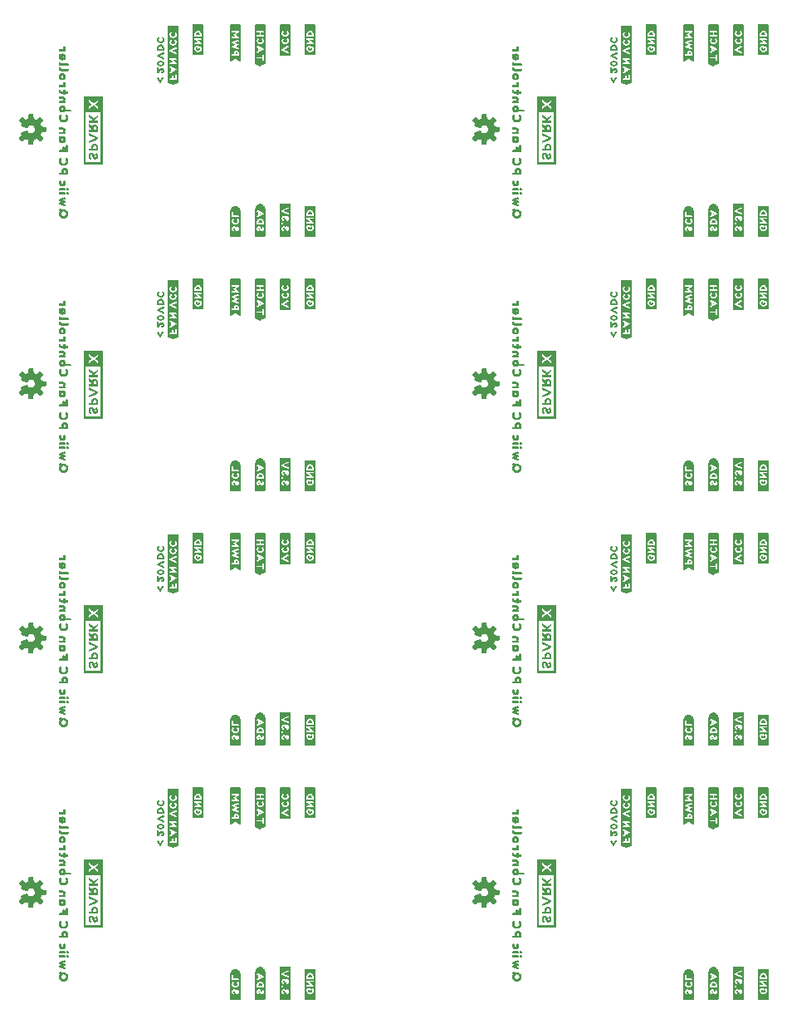
<source format=gbo>
G04 EAGLE Gerber RS-274X export*
G75*
%MOMM*%
%FSLAX34Y34*%
%LPD*%
%INSilkscreen Bottom*%
%IPPOS*%
%AMOC8*
5,1,8,0,0,1.08239X$1,22.5*%
G01*
%ADD10C,0.203200*%

G36*
X631839Y92697D02*
X631839Y92697D01*
X631833Y92704D01*
X631841Y92710D01*
X631841Y161290D01*
X631805Y161337D01*
X631797Y161332D01*
X631791Y161339D01*
X612809Y161339D01*
X612761Y161303D01*
X612767Y161296D01*
X612759Y161290D01*
X612759Y92710D01*
X612795Y92663D01*
X612803Y92668D01*
X612809Y92661D01*
X631791Y92661D01*
X631839Y92697D01*
G37*
G36*
X631839Y351777D02*
X631839Y351777D01*
X631833Y351784D01*
X631841Y351790D01*
X631841Y420370D01*
X631805Y420417D01*
X631797Y420412D01*
X631791Y420419D01*
X612809Y420419D01*
X612761Y420383D01*
X612767Y420376D01*
X612759Y420370D01*
X612759Y351790D01*
X612795Y351743D01*
X612803Y351748D01*
X612809Y351741D01*
X631791Y351741D01*
X631839Y351777D01*
G37*
G36*
X150481Y161303D02*
X150481Y161303D01*
X150487Y161296D01*
X150479Y161290D01*
X150479Y92710D01*
X150515Y92663D01*
X150523Y92668D01*
X150529Y92661D01*
X169511Y92661D01*
X169559Y92697D01*
X169553Y92704D01*
X169561Y92710D01*
X169561Y161290D01*
X169525Y161337D01*
X169517Y161332D01*
X169511Y161339D01*
X150529Y161339D01*
X150481Y161303D01*
G37*
G36*
X169559Y610857D02*
X169559Y610857D01*
X169553Y610864D01*
X169561Y610870D01*
X169561Y679450D01*
X169525Y679497D01*
X169517Y679492D01*
X169511Y679499D01*
X150529Y679499D01*
X150481Y679463D01*
X150487Y679456D01*
X150479Y679450D01*
X150479Y610870D01*
X150515Y610823D01*
X150523Y610828D01*
X150529Y610821D01*
X169511Y610821D01*
X169559Y610857D01*
G37*
G36*
X631839Y610857D02*
X631839Y610857D01*
X631833Y610864D01*
X631841Y610870D01*
X631841Y679450D01*
X631805Y679497D01*
X631797Y679492D01*
X631791Y679499D01*
X612809Y679499D01*
X612761Y679463D01*
X612767Y679456D01*
X612759Y679450D01*
X612759Y610870D01*
X612795Y610823D01*
X612803Y610828D01*
X612809Y610821D01*
X631791Y610821D01*
X631839Y610857D01*
G37*
G36*
X169559Y351777D02*
X169559Y351777D01*
X169553Y351784D01*
X169561Y351790D01*
X169561Y420370D01*
X169525Y420417D01*
X169517Y420412D01*
X169511Y420419D01*
X150529Y420419D01*
X150481Y420383D01*
X150487Y420376D01*
X150479Y420370D01*
X150479Y351790D01*
X150515Y351743D01*
X150523Y351748D01*
X150529Y351741D01*
X169511Y351741D01*
X169559Y351777D01*
G37*
G36*
X169559Y869937D02*
X169559Y869937D01*
X169553Y869944D01*
X169561Y869950D01*
X169561Y938530D01*
X169525Y938577D01*
X169517Y938572D01*
X169511Y938579D01*
X150529Y938579D01*
X150481Y938543D01*
X150487Y938536D01*
X150479Y938530D01*
X150479Y869950D01*
X150515Y869903D01*
X150523Y869908D01*
X150529Y869901D01*
X169511Y869901D01*
X169559Y869937D01*
G37*
G36*
X631839Y869937D02*
X631839Y869937D01*
X631833Y869944D01*
X631841Y869950D01*
X631841Y938530D01*
X631805Y938577D01*
X631797Y938572D01*
X631791Y938579D01*
X612809Y938579D01*
X612761Y938543D01*
X612767Y938536D01*
X612759Y938530D01*
X612759Y869950D01*
X612795Y869903D01*
X612803Y869908D01*
X612809Y869901D01*
X631791Y869901D01*
X631839Y869937D01*
G37*
%LPC*%
G36*
X167700Y145920D02*
X167700Y145920D01*
X167700Y94522D01*
X152340Y94522D01*
X152340Y145920D01*
X167700Y145920D01*
G37*
%LPD*%
%LPC*%
G36*
X614620Y871762D02*
X614620Y871762D01*
X614620Y923160D01*
X629980Y923160D01*
X629980Y871762D01*
X614620Y871762D01*
G37*
%LPD*%
%LPC*%
G36*
X152340Y353602D02*
X152340Y353602D01*
X152340Y405000D01*
X167700Y405000D01*
X167700Y353602D01*
X152340Y353602D01*
G37*
%LPD*%
%LPC*%
G36*
X614620Y94522D02*
X614620Y94522D01*
X614620Y145920D01*
X629980Y145920D01*
X629980Y94522D01*
X614620Y94522D01*
G37*
%LPD*%
%LPC*%
G36*
X152340Y871762D02*
X152340Y871762D01*
X152340Y923160D01*
X167700Y923160D01*
X167700Y871762D01*
X152340Y871762D01*
G37*
%LPD*%
%LPC*%
G36*
X152340Y612682D02*
X152340Y612682D01*
X152340Y664080D01*
X167700Y664080D01*
X167700Y612682D01*
X152340Y612682D01*
G37*
%LPD*%
%LPC*%
G36*
X614620Y612682D02*
X614620Y612682D01*
X614620Y664080D01*
X629980Y664080D01*
X629980Y612682D01*
X614620Y612682D01*
G37*
%LPD*%
%LPC*%
G36*
X614620Y353602D02*
X614620Y353602D01*
X614620Y405000D01*
X629980Y405000D01*
X629980Y353602D01*
X614620Y353602D01*
G37*
%LPD*%
G36*
X703892Y432452D02*
X703892Y432452D01*
X703897Y432458D01*
X703901Y432456D01*
X708501Y434656D01*
X708512Y434676D01*
X708524Y434678D01*
X708724Y435078D01*
X708722Y435091D01*
X708727Y435095D01*
X708726Y435097D01*
X708729Y435100D01*
X708729Y492700D01*
X708693Y492747D01*
X708691Y492746D01*
X708690Y492748D01*
X708190Y492848D01*
X708183Y492845D01*
X708180Y492849D01*
X698480Y492849D01*
X698433Y492813D01*
X698438Y492806D01*
X698431Y492800D01*
X698431Y434900D01*
X698450Y434874D01*
X698450Y434861D01*
X698850Y434561D01*
X698858Y434561D01*
X698859Y434556D01*
X703459Y432356D01*
X703482Y432360D01*
X703492Y432352D01*
X703892Y432452D01*
G37*
G36*
X703892Y950612D02*
X703892Y950612D01*
X703897Y950618D01*
X703901Y950616D01*
X708501Y952816D01*
X708512Y952836D01*
X708524Y952838D01*
X708724Y953238D01*
X708722Y953251D01*
X708727Y953255D01*
X708726Y953257D01*
X708729Y953260D01*
X708729Y1010860D01*
X708693Y1010907D01*
X708691Y1010906D01*
X708690Y1010908D01*
X708190Y1011008D01*
X708183Y1011005D01*
X708180Y1011009D01*
X698480Y1011009D01*
X698433Y1010973D01*
X698438Y1010966D01*
X698431Y1010960D01*
X698431Y953060D01*
X698450Y953034D01*
X698450Y953021D01*
X698850Y952721D01*
X698858Y952721D01*
X698859Y952716D01*
X703459Y950516D01*
X703482Y950520D01*
X703492Y950512D01*
X703892Y950612D01*
G37*
G36*
X241612Y950612D02*
X241612Y950612D01*
X241617Y950618D01*
X241621Y950616D01*
X246221Y952816D01*
X246232Y952836D01*
X246244Y952838D01*
X246444Y953238D01*
X246442Y953251D01*
X246447Y953255D01*
X246446Y953257D01*
X246449Y953260D01*
X246449Y1010860D01*
X246413Y1010907D01*
X246411Y1010906D01*
X246410Y1010908D01*
X245910Y1011008D01*
X245903Y1011005D01*
X245900Y1011009D01*
X236200Y1011009D01*
X236153Y1010973D01*
X236158Y1010966D01*
X236151Y1010960D01*
X236151Y953060D01*
X236170Y953034D01*
X236170Y953021D01*
X236570Y952721D01*
X236578Y952721D01*
X236579Y952716D01*
X241179Y950516D01*
X241202Y950520D01*
X241212Y950512D01*
X241612Y950612D01*
G37*
G36*
X241612Y432452D02*
X241612Y432452D01*
X241617Y432458D01*
X241621Y432456D01*
X246221Y434656D01*
X246232Y434676D01*
X246244Y434678D01*
X246444Y435078D01*
X246442Y435091D01*
X246447Y435095D01*
X246446Y435097D01*
X246449Y435100D01*
X246449Y492700D01*
X246413Y492747D01*
X246411Y492746D01*
X246410Y492748D01*
X245910Y492848D01*
X245903Y492845D01*
X245900Y492849D01*
X236200Y492849D01*
X236153Y492813D01*
X236158Y492806D01*
X236151Y492800D01*
X236151Y434900D01*
X236170Y434874D01*
X236170Y434861D01*
X236570Y434561D01*
X236578Y434561D01*
X236579Y434556D01*
X241179Y432356D01*
X241202Y432360D01*
X241212Y432352D01*
X241612Y432452D01*
G37*
G36*
X703892Y173372D02*
X703892Y173372D01*
X703897Y173378D01*
X703901Y173376D01*
X708501Y175576D01*
X708512Y175596D01*
X708524Y175598D01*
X708724Y175998D01*
X708722Y176011D01*
X708727Y176015D01*
X708726Y176017D01*
X708729Y176020D01*
X708729Y233620D01*
X708693Y233667D01*
X708691Y233666D01*
X708690Y233668D01*
X708190Y233768D01*
X708183Y233765D01*
X708180Y233769D01*
X698480Y233769D01*
X698433Y233733D01*
X698438Y233726D01*
X698431Y233720D01*
X698431Y175820D01*
X698450Y175794D01*
X698450Y175781D01*
X698850Y175481D01*
X698858Y175481D01*
X698859Y175476D01*
X703459Y173276D01*
X703482Y173280D01*
X703492Y173272D01*
X703892Y173372D01*
G37*
G36*
X241612Y173372D02*
X241612Y173372D01*
X241617Y173378D01*
X241621Y173376D01*
X246221Y175576D01*
X246232Y175596D01*
X246244Y175598D01*
X246444Y175998D01*
X246442Y176011D01*
X246447Y176015D01*
X246446Y176017D01*
X246449Y176020D01*
X246449Y233620D01*
X246413Y233667D01*
X246411Y233666D01*
X246410Y233668D01*
X245910Y233768D01*
X245903Y233765D01*
X245900Y233769D01*
X236200Y233769D01*
X236153Y233733D01*
X236158Y233726D01*
X236151Y233720D01*
X236151Y175820D01*
X236170Y175794D01*
X236170Y175781D01*
X236570Y175481D01*
X236578Y175481D01*
X236579Y175476D01*
X241179Y173276D01*
X241202Y173280D01*
X241212Y173272D01*
X241612Y173372D01*
G37*
G36*
X703892Y691532D02*
X703892Y691532D01*
X703897Y691538D01*
X703901Y691536D01*
X708501Y693736D01*
X708512Y693756D01*
X708524Y693758D01*
X708724Y694158D01*
X708722Y694171D01*
X708727Y694175D01*
X708726Y694177D01*
X708729Y694180D01*
X708729Y751780D01*
X708693Y751827D01*
X708691Y751826D01*
X708690Y751828D01*
X708190Y751928D01*
X708183Y751925D01*
X708180Y751929D01*
X698480Y751929D01*
X698433Y751893D01*
X698438Y751886D01*
X698431Y751880D01*
X698431Y693980D01*
X698450Y693954D01*
X698450Y693941D01*
X698850Y693641D01*
X698858Y693641D01*
X698859Y693636D01*
X703459Y691436D01*
X703482Y691440D01*
X703492Y691432D01*
X703892Y691532D01*
G37*
G36*
X241612Y691532D02*
X241612Y691532D01*
X241617Y691538D01*
X241621Y691536D01*
X246221Y693736D01*
X246232Y693756D01*
X246244Y693758D01*
X246444Y694158D01*
X246442Y694171D01*
X246447Y694175D01*
X246446Y694177D01*
X246449Y694180D01*
X246449Y751780D01*
X246413Y751827D01*
X246411Y751826D01*
X246410Y751828D01*
X245910Y751928D01*
X245903Y751925D01*
X245900Y751929D01*
X236200Y751929D01*
X236153Y751893D01*
X236158Y751886D01*
X236151Y751880D01*
X236151Y693980D01*
X236170Y693954D01*
X236170Y693941D01*
X236570Y693641D01*
X236578Y693641D01*
X236579Y693636D01*
X241179Y691436D01*
X241202Y691440D01*
X241212Y691432D01*
X241612Y691532D01*
G37*
G36*
X560735Y630810D02*
X560735Y630810D01*
X560843Y630824D01*
X560855Y630830D01*
X560869Y630832D01*
X560965Y630884D01*
X561062Y630931D01*
X561072Y630941D01*
X561084Y630947D01*
X561158Y631027D01*
X561235Y631103D01*
X561241Y631115D01*
X561251Y631126D01*
X561296Y631224D01*
X561344Y631321D01*
X561348Y631339D01*
X561352Y631348D01*
X561354Y631369D01*
X561373Y631466D01*
X561816Y635817D01*
X562975Y636188D01*
X562993Y636198D01*
X563090Y636236D01*
X564172Y636793D01*
X567562Y634029D01*
X567656Y633975D01*
X567748Y633918D01*
X567761Y633915D01*
X567773Y633908D01*
X567880Y633887D01*
X567985Y633862D01*
X567999Y633864D01*
X568013Y633861D01*
X568120Y633876D01*
X568228Y633886D01*
X568241Y633892D01*
X568255Y633894D01*
X568352Y633942D01*
X568451Y633987D01*
X568464Y633998D01*
X568473Y634002D01*
X568488Y634018D01*
X568565Y634080D01*
X571150Y636665D01*
X571213Y636754D01*
X571279Y636839D01*
X571284Y636852D01*
X571292Y636864D01*
X571323Y636967D01*
X571359Y637070D01*
X571359Y637084D01*
X571363Y637097D01*
X571359Y637205D01*
X571360Y637314D01*
X571355Y637327D01*
X571355Y637341D01*
X571317Y637443D01*
X571282Y637545D01*
X571273Y637560D01*
X571269Y637569D01*
X571255Y637586D01*
X571201Y637668D01*
X568437Y641058D01*
X568994Y642140D01*
X569000Y642160D01*
X569042Y642255D01*
X569413Y643414D01*
X573764Y643857D01*
X573868Y643885D01*
X573974Y643910D01*
X573986Y643917D01*
X573999Y643920D01*
X574089Y643981D01*
X574182Y644038D01*
X574190Y644049D01*
X574202Y644057D01*
X574268Y644143D01*
X574337Y644227D01*
X574341Y644240D01*
X574350Y644251D01*
X574384Y644354D01*
X574423Y644455D01*
X574424Y644473D01*
X574428Y644482D01*
X574428Y644504D01*
X574437Y644602D01*
X574437Y648258D01*
X574420Y648365D01*
X574406Y648473D01*
X574400Y648485D01*
X574398Y648499D01*
X574346Y648595D01*
X574299Y648692D01*
X574289Y648702D01*
X574283Y648714D01*
X574203Y648788D01*
X574127Y648865D01*
X574115Y648871D01*
X574105Y648881D01*
X574006Y648926D01*
X573909Y648974D01*
X573891Y648978D01*
X573882Y648982D01*
X573861Y648984D01*
X573764Y649003D01*
X569413Y649446D01*
X569042Y650605D01*
X569032Y650623D01*
X568994Y650720D01*
X568437Y651802D01*
X571201Y655192D01*
X571255Y655286D01*
X571312Y655378D01*
X571315Y655391D01*
X571322Y655403D01*
X571343Y655510D01*
X571368Y655615D01*
X571366Y655629D01*
X571369Y655643D01*
X571354Y655750D01*
X571344Y655858D01*
X571338Y655871D01*
X571336Y655885D01*
X571288Y655982D01*
X571243Y656081D01*
X571232Y656094D01*
X571228Y656103D01*
X571212Y656118D01*
X571150Y656195D01*
X568565Y658780D01*
X568476Y658843D01*
X568391Y658909D01*
X568378Y658914D01*
X568366Y658922D01*
X568263Y658953D01*
X568160Y658989D01*
X568146Y658989D01*
X568133Y658993D01*
X568025Y658989D01*
X567916Y658990D01*
X567903Y658985D01*
X567889Y658985D01*
X567787Y658947D01*
X567685Y658912D01*
X567670Y658903D01*
X567661Y658899D01*
X567644Y658885D01*
X567562Y658831D01*
X564172Y656067D01*
X563090Y656624D01*
X563070Y656630D01*
X562975Y656672D01*
X561816Y657043D01*
X561373Y661394D01*
X561345Y661498D01*
X561320Y661604D01*
X561313Y661616D01*
X561310Y661629D01*
X561249Y661719D01*
X561192Y661812D01*
X561181Y661820D01*
X561173Y661832D01*
X561087Y661898D01*
X561003Y661967D01*
X560990Y661971D01*
X560979Y661980D01*
X560876Y662014D01*
X560775Y662053D01*
X560757Y662054D01*
X560748Y662058D01*
X560726Y662058D01*
X560628Y662067D01*
X556972Y662067D01*
X556865Y662050D01*
X556757Y662036D01*
X556745Y662030D01*
X556731Y662028D01*
X556635Y661976D01*
X556538Y661929D01*
X556528Y661919D01*
X556516Y661913D01*
X556442Y661833D01*
X556365Y661757D01*
X556359Y661745D01*
X556349Y661735D01*
X556304Y661636D01*
X556256Y661539D01*
X556252Y661521D01*
X556248Y661512D01*
X556246Y661491D01*
X556227Y661394D01*
X555784Y657043D01*
X554625Y656672D01*
X554607Y656662D01*
X554510Y656624D01*
X553428Y656067D01*
X550038Y658831D01*
X549944Y658885D01*
X549852Y658942D01*
X549839Y658945D01*
X549827Y658952D01*
X549720Y658973D01*
X549615Y658998D01*
X549601Y658996D01*
X549587Y658999D01*
X549480Y658984D01*
X549372Y658974D01*
X549359Y658968D01*
X549346Y658966D01*
X549248Y658918D01*
X549149Y658873D01*
X549136Y658862D01*
X549127Y658858D01*
X549112Y658842D01*
X549035Y658780D01*
X546450Y656195D01*
X546387Y656106D01*
X546321Y656021D01*
X546316Y656008D01*
X546308Y655996D01*
X546277Y655893D01*
X546241Y655790D01*
X546241Y655776D01*
X546237Y655763D01*
X546241Y655655D01*
X546240Y655546D01*
X546245Y655533D01*
X546245Y655519D01*
X546283Y655417D01*
X546318Y655315D01*
X546327Y655300D01*
X546331Y655291D01*
X546345Y655274D01*
X546399Y655192D01*
X549163Y651802D01*
X548606Y650720D01*
X548589Y650667D01*
X548563Y650618D01*
X548552Y650552D01*
X548531Y650488D01*
X548532Y650432D01*
X548523Y650378D01*
X548534Y650311D01*
X548535Y650244D01*
X548553Y650192D01*
X548562Y650137D01*
X548594Y650077D01*
X548617Y650014D01*
X548651Y649971D01*
X548677Y649922D01*
X548726Y649875D01*
X548768Y649823D01*
X548815Y649793D01*
X548855Y649755D01*
X548960Y649698D01*
X548973Y649690D01*
X548978Y649689D01*
X548985Y649685D01*
X554182Y647532D01*
X554281Y647509D01*
X554379Y647480D01*
X554400Y647481D01*
X554420Y647476D01*
X554521Y647486D01*
X554622Y647491D01*
X554642Y647498D01*
X554663Y647500D01*
X554755Y647542D01*
X554850Y647579D01*
X554866Y647592D01*
X554885Y647601D01*
X554959Y647670D01*
X555037Y647735D01*
X555053Y647758D01*
X555063Y647768D01*
X555075Y647789D01*
X555122Y647856D01*
X555628Y648755D01*
X556272Y649442D01*
X557060Y649957D01*
X557948Y650269D01*
X558885Y650361D01*
X559817Y650228D01*
X560691Y649877D01*
X561456Y649328D01*
X562069Y648614D01*
X562494Y647774D01*
X562708Y646858D01*
X562698Y645916D01*
X562464Y645004D01*
X562021Y644174D01*
X561392Y643473D01*
X560615Y642941D01*
X559734Y642610D01*
X558799Y642497D01*
X557882Y642605D01*
X557014Y642925D01*
X556245Y643439D01*
X555618Y644118D01*
X555123Y645002D01*
X555059Y645082D01*
X554999Y645165D01*
X554983Y645177D01*
X554970Y645193D01*
X554884Y645248D01*
X554801Y645308D01*
X554782Y645314D01*
X554765Y645324D01*
X554666Y645349D01*
X554568Y645379D01*
X554548Y645378D01*
X554528Y645383D01*
X554426Y645374D01*
X554324Y645371D01*
X554299Y645363D01*
X554285Y645362D01*
X554263Y645353D01*
X554182Y645328D01*
X548985Y643175D01*
X548938Y643146D01*
X548886Y643125D01*
X548835Y643082D01*
X548778Y643046D01*
X548743Y643003D01*
X548700Y642967D01*
X548666Y642910D01*
X548623Y642858D01*
X548604Y642806D01*
X548575Y642758D01*
X548561Y642692D01*
X548537Y642629D01*
X548535Y642574D01*
X548524Y642520D01*
X548531Y642453D01*
X548529Y642386D01*
X548545Y642332D01*
X548552Y642277D01*
X548596Y642166D01*
X548600Y642152D01*
X548603Y642148D01*
X548606Y642140D01*
X549163Y641058D01*
X546399Y637668D01*
X546345Y637574D01*
X546288Y637482D01*
X546285Y637469D01*
X546278Y637457D01*
X546257Y637350D01*
X546232Y637245D01*
X546234Y637231D01*
X546231Y637217D01*
X546246Y637110D01*
X546256Y637002D01*
X546262Y636989D01*
X546264Y636976D01*
X546312Y636878D01*
X546357Y636779D01*
X546368Y636766D01*
X546372Y636757D01*
X546388Y636742D01*
X546450Y636665D01*
X549035Y634080D01*
X549124Y634017D01*
X549209Y633951D01*
X549222Y633946D01*
X549234Y633938D01*
X549337Y633907D01*
X549440Y633871D01*
X549454Y633871D01*
X549467Y633867D01*
X549575Y633871D01*
X549684Y633870D01*
X549697Y633875D01*
X549711Y633875D01*
X549813Y633913D01*
X549915Y633948D01*
X549930Y633957D01*
X549939Y633961D01*
X549956Y633975D01*
X550038Y634029D01*
X553428Y636793D01*
X554510Y636236D01*
X554530Y636230D01*
X554625Y636188D01*
X555784Y635817D01*
X556227Y631466D01*
X556255Y631362D01*
X556280Y631256D01*
X556287Y631244D01*
X556290Y631231D01*
X556351Y631141D01*
X556408Y631048D01*
X556419Y631040D01*
X556427Y631028D01*
X556513Y630962D01*
X556597Y630894D01*
X556610Y630889D01*
X556621Y630880D01*
X556724Y630846D01*
X556825Y630807D01*
X556843Y630806D01*
X556852Y630802D01*
X556874Y630803D01*
X556972Y630793D01*
X560628Y630793D01*
X560735Y630810D01*
G37*
G36*
X98455Y630810D02*
X98455Y630810D01*
X98563Y630824D01*
X98575Y630830D01*
X98589Y630832D01*
X98685Y630884D01*
X98782Y630931D01*
X98792Y630941D01*
X98804Y630947D01*
X98878Y631027D01*
X98955Y631103D01*
X98961Y631115D01*
X98971Y631126D01*
X99016Y631224D01*
X99064Y631321D01*
X99068Y631339D01*
X99072Y631348D01*
X99074Y631369D01*
X99093Y631466D01*
X99536Y635817D01*
X100695Y636188D01*
X100713Y636198D01*
X100810Y636236D01*
X101892Y636793D01*
X105282Y634029D01*
X105376Y633975D01*
X105468Y633918D01*
X105481Y633915D01*
X105493Y633908D01*
X105600Y633887D01*
X105705Y633862D01*
X105719Y633864D01*
X105733Y633861D01*
X105840Y633876D01*
X105948Y633886D01*
X105961Y633892D01*
X105975Y633894D01*
X106072Y633942D01*
X106171Y633987D01*
X106184Y633998D01*
X106193Y634002D01*
X106208Y634018D01*
X106285Y634080D01*
X108870Y636665D01*
X108933Y636754D01*
X108999Y636839D01*
X109004Y636852D01*
X109012Y636864D01*
X109043Y636967D01*
X109079Y637070D01*
X109079Y637084D01*
X109083Y637097D01*
X109079Y637205D01*
X109080Y637314D01*
X109075Y637327D01*
X109075Y637341D01*
X109037Y637443D01*
X109002Y637545D01*
X108993Y637560D01*
X108989Y637569D01*
X108975Y637586D01*
X108921Y637668D01*
X106157Y641058D01*
X106714Y642140D01*
X106720Y642160D01*
X106762Y642255D01*
X107133Y643414D01*
X111484Y643857D01*
X111588Y643885D01*
X111694Y643910D01*
X111706Y643917D01*
X111719Y643920D01*
X111809Y643981D01*
X111902Y644038D01*
X111910Y644049D01*
X111922Y644057D01*
X111988Y644143D01*
X112057Y644227D01*
X112061Y644240D01*
X112070Y644251D01*
X112104Y644354D01*
X112143Y644455D01*
X112144Y644473D01*
X112148Y644482D01*
X112148Y644504D01*
X112157Y644602D01*
X112157Y648258D01*
X112140Y648365D01*
X112126Y648473D01*
X112120Y648485D01*
X112118Y648499D01*
X112066Y648595D01*
X112019Y648692D01*
X112009Y648702D01*
X112003Y648714D01*
X111923Y648788D01*
X111847Y648865D01*
X111835Y648871D01*
X111825Y648881D01*
X111726Y648926D01*
X111629Y648974D01*
X111611Y648978D01*
X111602Y648982D01*
X111581Y648984D01*
X111484Y649003D01*
X107133Y649446D01*
X106762Y650605D01*
X106752Y650623D01*
X106714Y650720D01*
X106157Y651802D01*
X108921Y655192D01*
X108975Y655286D01*
X109032Y655378D01*
X109035Y655391D01*
X109042Y655403D01*
X109063Y655510D01*
X109088Y655615D01*
X109086Y655629D01*
X109089Y655643D01*
X109074Y655750D01*
X109064Y655858D01*
X109058Y655871D01*
X109056Y655885D01*
X109008Y655982D01*
X108963Y656081D01*
X108952Y656094D01*
X108948Y656103D01*
X108932Y656118D01*
X108870Y656195D01*
X106285Y658780D01*
X106196Y658843D01*
X106111Y658909D01*
X106098Y658914D01*
X106086Y658922D01*
X105983Y658953D01*
X105880Y658989D01*
X105866Y658989D01*
X105853Y658993D01*
X105745Y658989D01*
X105636Y658990D01*
X105623Y658985D01*
X105609Y658985D01*
X105507Y658947D01*
X105405Y658912D01*
X105390Y658903D01*
X105381Y658899D01*
X105364Y658885D01*
X105282Y658831D01*
X101892Y656067D01*
X100810Y656624D01*
X100790Y656630D01*
X100695Y656672D01*
X99536Y657043D01*
X99093Y661394D01*
X99065Y661498D01*
X99040Y661604D01*
X99033Y661616D01*
X99030Y661629D01*
X98969Y661719D01*
X98912Y661812D01*
X98901Y661820D01*
X98893Y661832D01*
X98807Y661898D01*
X98723Y661967D01*
X98710Y661971D01*
X98699Y661980D01*
X98596Y662014D01*
X98495Y662053D01*
X98477Y662054D01*
X98468Y662058D01*
X98446Y662058D01*
X98348Y662067D01*
X94692Y662067D01*
X94585Y662050D01*
X94477Y662036D01*
X94465Y662030D01*
X94451Y662028D01*
X94355Y661976D01*
X94258Y661929D01*
X94248Y661919D01*
X94236Y661913D01*
X94162Y661833D01*
X94085Y661757D01*
X94079Y661745D01*
X94069Y661735D01*
X94024Y661636D01*
X93976Y661539D01*
X93972Y661521D01*
X93968Y661512D01*
X93966Y661491D01*
X93947Y661394D01*
X93504Y657043D01*
X92345Y656672D01*
X92327Y656662D01*
X92230Y656624D01*
X91148Y656067D01*
X87758Y658831D01*
X87664Y658885D01*
X87572Y658942D01*
X87559Y658945D01*
X87547Y658952D01*
X87440Y658973D01*
X87335Y658998D01*
X87321Y658996D01*
X87307Y658999D01*
X87200Y658984D01*
X87092Y658974D01*
X87079Y658968D01*
X87066Y658966D01*
X86968Y658918D01*
X86869Y658873D01*
X86856Y658862D01*
X86847Y658858D01*
X86832Y658842D01*
X86755Y658780D01*
X84170Y656195D01*
X84107Y656106D01*
X84041Y656021D01*
X84036Y656008D01*
X84028Y655996D01*
X83997Y655893D01*
X83961Y655790D01*
X83961Y655776D01*
X83957Y655763D01*
X83961Y655655D01*
X83960Y655546D01*
X83965Y655533D01*
X83965Y655519D01*
X84003Y655417D01*
X84038Y655315D01*
X84047Y655300D01*
X84051Y655291D01*
X84065Y655274D01*
X84119Y655192D01*
X86883Y651802D01*
X86326Y650720D01*
X86309Y650667D01*
X86283Y650618D01*
X86272Y650552D01*
X86251Y650488D01*
X86252Y650432D01*
X86243Y650378D01*
X86254Y650311D01*
X86255Y650244D01*
X86273Y650192D01*
X86282Y650137D01*
X86314Y650077D01*
X86337Y650014D01*
X86371Y649971D01*
X86397Y649922D01*
X86446Y649875D01*
X86488Y649823D01*
X86535Y649793D01*
X86575Y649755D01*
X86680Y649698D01*
X86693Y649690D01*
X86698Y649689D01*
X86705Y649685D01*
X91902Y647532D01*
X92001Y647509D01*
X92099Y647480D01*
X92120Y647481D01*
X92140Y647476D01*
X92241Y647486D01*
X92342Y647491D01*
X92362Y647498D01*
X92383Y647500D01*
X92475Y647542D01*
X92570Y647579D01*
X92586Y647592D01*
X92605Y647601D01*
X92679Y647670D01*
X92757Y647735D01*
X92773Y647758D01*
X92783Y647768D01*
X92795Y647789D01*
X92842Y647856D01*
X93348Y648755D01*
X93992Y649442D01*
X94780Y649957D01*
X95668Y650269D01*
X96605Y650361D01*
X97537Y650228D01*
X98411Y649877D01*
X99176Y649328D01*
X99789Y648614D01*
X100214Y647774D01*
X100428Y646858D01*
X100418Y645916D01*
X100184Y645004D01*
X99741Y644174D01*
X99112Y643473D01*
X98335Y642941D01*
X97454Y642610D01*
X96519Y642497D01*
X95602Y642605D01*
X94734Y642925D01*
X93965Y643439D01*
X93338Y644118D01*
X92843Y645002D01*
X92779Y645082D01*
X92719Y645165D01*
X92703Y645177D01*
X92690Y645193D01*
X92604Y645248D01*
X92521Y645308D01*
X92502Y645314D01*
X92485Y645324D01*
X92386Y645349D01*
X92288Y645379D01*
X92268Y645378D01*
X92248Y645383D01*
X92146Y645374D01*
X92044Y645371D01*
X92019Y645363D01*
X92005Y645362D01*
X91983Y645353D01*
X91902Y645328D01*
X86705Y643175D01*
X86658Y643146D01*
X86606Y643125D01*
X86555Y643082D01*
X86498Y643046D01*
X86463Y643003D01*
X86420Y642967D01*
X86386Y642910D01*
X86343Y642858D01*
X86324Y642806D01*
X86295Y642758D01*
X86281Y642692D01*
X86257Y642629D01*
X86255Y642574D01*
X86244Y642520D01*
X86251Y642453D01*
X86249Y642386D01*
X86265Y642332D01*
X86272Y642277D01*
X86316Y642166D01*
X86320Y642152D01*
X86323Y642148D01*
X86326Y642140D01*
X86883Y641058D01*
X84119Y637668D01*
X84065Y637574D01*
X84008Y637482D01*
X84005Y637469D01*
X83998Y637457D01*
X83977Y637350D01*
X83952Y637245D01*
X83954Y637231D01*
X83951Y637217D01*
X83966Y637110D01*
X83976Y637002D01*
X83982Y636989D01*
X83984Y636976D01*
X84032Y636878D01*
X84077Y636779D01*
X84088Y636766D01*
X84092Y636757D01*
X84108Y636742D01*
X84170Y636665D01*
X86755Y634080D01*
X86844Y634017D01*
X86929Y633951D01*
X86942Y633946D01*
X86954Y633938D01*
X87057Y633907D01*
X87160Y633871D01*
X87174Y633871D01*
X87187Y633867D01*
X87295Y633871D01*
X87404Y633870D01*
X87417Y633875D01*
X87431Y633875D01*
X87533Y633913D01*
X87635Y633948D01*
X87650Y633957D01*
X87659Y633961D01*
X87676Y633975D01*
X87758Y634029D01*
X91148Y636793D01*
X92230Y636236D01*
X92250Y636230D01*
X92345Y636188D01*
X93504Y635817D01*
X93947Y631466D01*
X93975Y631362D01*
X94000Y631256D01*
X94007Y631244D01*
X94010Y631231D01*
X94071Y631141D01*
X94128Y631048D01*
X94139Y631040D01*
X94147Y631028D01*
X94233Y630962D01*
X94317Y630894D01*
X94330Y630889D01*
X94341Y630880D01*
X94444Y630846D01*
X94545Y630807D01*
X94563Y630806D01*
X94572Y630802D01*
X94594Y630803D01*
X94692Y630793D01*
X98348Y630793D01*
X98455Y630810D01*
G37*
G36*
X560735Y889890D02*
X560735Y889890D01*
X560843Y889904D01*
X560855Y889910D01*
X560869Y889912D01*
X560965Y889964D01*
X561062Y890011D01*
X561072Y890021D01*
X561084Y890027D01*
X561158Y890107D01*
X561235Y890183D01*
X561241Y890195D01*
X561251Y890206D01*
X561296Y890304D01*
X561344Y890401D01*
X561348Y890419D01*
X561352Y890428D01*
X561354Y890449D01*
X561373Y890546D01*
X561816Y894897D01*
X562975Y895268D01*
X562993Y895278D01*
X563090Y895316D01*
X564172Y895873D01*
X567562Y893109D01*
X567656Y893055D01*
X567748Y892998D01*
X567761Y892995D01*
X567773Y892988D01*
X567880Y892967D01*
X567985Y892942D01*
X567999Y892944D01*
X568013Y892941D01*
X568120Y892956D01*
X568228Y892966D01*
X568241Y892972D01*
X568255Y892974D01*
X568352Y893022D01*
X568451Y893067D01*
X568464Y893078D01*
X568473Y893082D01*
X568488Y893098D01*
X568565Y893160D01*
X571150Y895745D01*
X571213Y895834D01*
X571279Y895919D01*
X571284Y895932D01*
X571292Y895944D01*
X571323Y896047D01*
X571359Y896150D01*
X571359Y896164D01*
X571363Y896177D01*
X571359Y896285D01*
X571360Y896394D01*
X571355Y896407D01*
X571355Y896421D01*
X571317Y896523D01*
X571282Y896625D01*
X571273Y896640D01*
X571269Y896649D01*
X571255Y896666D01*
X571201Y896748D01*
X568437Y900138D01*
X568994Y901220D01*
X569000Y901240D01*
X569042Y901335D01*
X569413Y902494D01*
X573764Y902937D01*
X573868Y902965D01*
X573974Y902990D01*
X573986Y902997D01*
X573999Y903000D01*
X574089Y903061D01*
X574182Y903118D01*
X574190Y903129D01*
X574202Y903137D01*
X574268Y903223D01*
X574337Y903307D01*
X574341Y903320D01*
X574350Y903331D01*
X574384Y903434D01*
X574423Y903535D01*
X574424Y903553D01*
X574428Y903562D01*
X574428Y903584D01*
X574437Y903682D01*
X574437Y907338D01*
X574420Y907445D01*
X574406Y907553D01*
X574400Y907565D01*
X574398Y907579D01*
X574346Y907675D01*
X574299Y907772D01*
X574289Y907782D01*
X574283Y907794D01*
X574203Y907868D01*
X574127Y907945D01*
X574115Y907951D01*
X574105Y907961D01*
X574006Y908006D01*
X573909Y908054D01*
X573891Y908058D01*
X573882Y908062D01*
X573861Y908064D01*
X573764Y908083D01*
X569413Y908526D01*
X569042Y909685D01*
X569032Y909703D01*
X568994Y909800D01*
X568437Y910882D01*
X571201Y914272D01*
X571255Y914366D01*
X571312Y914458D01*
X571315Y914471D01*
X571322Y914483D01*
X571343Y914590D01*
X571368Y914695D01*
X571366Y914709D01*
X571369Y914723D01*
X571354Y914830D01*
X571344Y914938D01*
X571338Y914951D01*
X571336Y914965D01*
X571288Y915062D01*
X571243Y915161D01*
X571232Y915174D01*
X571228Y915183D01*
X571212Y915198D01*
X571150Y915275D01*
X568565Y917860D01*
X568476Y917923D01*
X568391Y917989D01*
X568378Y917994D01*
X568366Y918002D01*
X568263Y918033D01*
X568160Y918069D01*
X568146Y918069D01*
X568133Y918073D01*
X568025Y918069D01*
X567916Y918070D01*
X567903Y918065D01*
X567889Y918065D01*
X567787Y918027D01*
X567685Y917992D01*
X567670Y917983D01*
X567661Y917979D01*
X567644Y917965D01*
X567562Y917911D01*
X564172Y915147D01*
X563090Y915704D01*
X563070Y915710D01*
X562975Y915752D01*
X561816Y916123D01*
X561373Y920474D01*
X561345Y920578D01*
X561320Y920684D01*
X561313Y920696D01*
X561310Y920709D01*
X561249Y920799D01*
X561192Y920892D01*
X561181Y920900D01*
X561173Y920912D01*
X561087Y920978D01*
X561003Y921047D01*
X560990Y921051D01*
X560979Y921060D01*
X560876Y921094D01*
X560775Y921133D01*
X560757Y921134D01*
X560748Y921138D01*
X560726Y921138D01*
X560628Y921147D01*
X556972Y921147D01*
X556865Y921130D01*
X556757Y921116D01*
X556745Y921110D01*
X556731Y921108D01*
X556635Y921056D01*
X556538Y921009D01*
X556528Y920999D01*
X556516Y920993D01*
X556442Y920913D01*
X556365Y920837D01*
X556359Y920825D01*
X556349Y920815D01*
X556304Y920716D01*
X556256Y920619D01*
X556252Y920601D01*
X556248Y920592D01*
X556246Y920571D01*
X556227Y920474D01*
X555784Y916123D01*
X554625Y915752D01*
X554607Y915742D01*
X554510Y915704D01*
X553428Y915147D01*
X550038Y917911D01*
X549944Y917965D01*
X549852Y918022D01*
X549839Y918025D01*
X549827Y918032D01*
X549720Y918053D01*
X549615Y918078D01*
X549601Y918076D01*
X549587Y918079D01*
X549480Y918064D01*
X549372Y918054D01*
X549359Y918048D01*
X549346Y918046D01*
X549248Y917998D01*
X549149Y917953D01*
X549136Y917942D01*
X549127Y917938D01*
X549112Y917922D01*
X549035Y917860D01*
X546450Y915275D01*
X546387Y915186D01*
X546321Y915101D01*
X546316Y915088D01*
X546308Y915076D01*
X546277Y914973D01*
X546241Y914870D01*
X546241Y914856D01*
X546237Y914843D01*
X546241Y914735D01*
X546240Y914626D01*
X546245Y914613D01*
X546245Y914599D01*
X546283Y914497D01*
X546318Y914395D01*
X546327Y914380D01*
X546331Y914371D01*
X546345Y914354D01*
X546399Y914272D01*
X549163Y910882D01*
X548606Y909800D01*
X548589Y909747D01*
X548563Y909698D01*
X548552Y909632D01*
X548531Y909568D01*
X548532Y909512D01*
X548523Y909458D01*
X548534Y909391D01*
X548535Y909324D01*
X548553Y909272D01*
X548562Y909217D01*
X548594Y909157D01*
X548617Y909094D01*
X548651Y909051D01*
X548677Y909002D01*
X548726Y908955D01*
X548768Y908903D01*
X548815Y908873D01*
X548855Y908835D01*
X548960Y908778D01*
X548973Y908770D01*
X548978Y908769D01*
X548985Y908765D01*
X554182Y906612D01*
X554281Y906589D01*
X554379Y906560D01*
X554400Y906561D01*
X554420Y906556D01*
X554521Y906566D01*
X554622Y906571D01*
X554642Y906578D01*
X554663Y906580D01*
X554755Y906622D01*
X554850Y906659D01*
X554866Y906672D01*
X554885Y906681D01*
X554959Y906750D01*
X555037Y906815D01*
X555053Y906838D01*
X555063Y906848D01*
X555075Y906869D01*
X555122Y906936D01*
X555628Y907835D01*
X556272Y908522D01*
X557060Y909037D01*
X557948Y909349D01*
X558885Y909441D01*
X559817Y909308D01*
X560691Y908957D01*
X561456Y908408D01*
X562069Y907694D01*
X562494Y906854D01*
X562708Y905938D01*
X562698Y904996D01*
X562464Y904084D01*
X562021Y903254D01*
X561392Y902553D01*
X560615Y902021D01*
X559734Y901690D01*
X558799Y901577D01*
X557882Y901685D01*
X557014Y902005D01*
X556245Y902519D01*
X555618Y903198D01*
X555123Y904082D01*
X555059Y904162D01*
X554999Y904245D01*
X554983Y904257D01*
X554970Y904273D01*
X554884Y904328D01*
X554801Y904388D01*
X554782Y904394D01*
X554765Y904404D01*
X554666Y904429D01*
X554568Y904459D01*
X554548Y904458D01*
X554528Y904463D01*
X554426Y904454D01*
X554324Y904451D01*
X554299Y904443D01*
X554285Y904442D01*
X554263Y904433D01*
X554182Y904408D01*
X548985Y902255D01*
X548938Y902226D01*
X548886Y902205D01*
X548835Y902162D01*
X548778Y902126D01*
X548743Y902083D01*
X548700Y902047D01*
X548666Y901990D01*
X548623Y901938D01*
X548604Y901886D01*
X548575Y901838D01*
X548561Y901772D01*
X548537Y901709D01*
X548535Y901654D01*
X548524Y901600D01*
X548531Y901533D01*
X548529Y901466D01*
X548545Y901412D01*
X548552Y901357D01*
X548596Y901246D01*
X548600Y901232D01*
X548603Y901228D01*
X548606Y901220D01*
X549163Y900138D01*
X546399Y896748D01*
X546345Y896654D01*
X546288Y896562D01*
X546285Y896549D01*
X546278Y896537D01*
X546257Y896430D01*
X546232Y896325D01*
X546234Y896311D01*
X546231Y896297D01*
X546246Y896190D01*
X546256Y896082D01*
X546262Y896069D01*
X546264Y896056D01*
X546312Y895958D01*
X546357Y895859D01*
X546368Y895846D01*
X546372Y895837D01*
X546388Y895822D01*
X546450Y895745D01*
X549035Y893160D01*
X549124Y893097D01*
X549209Y893031D01*
X549222Y893026D01*
X549234Y893018D01*
X549337Y892987D01*
X549440Y892951D01*
X549454Y892951D01*
X549467Y892947D01*
X549575Y892951D01*
X549684Y892950D01*
X549697Y892955D01*
X549711Y892955D01*
X549813Y892993D01*
X549915Y893028D01*
X549930Y893037D01*
X549939Y893041D01*
X549956Y893055D01*
X550038Y893109D01*
X553428Y895873D01*
X554510Y895316D01*
X554530Y895310D01*
X554625Y895268D01*
X555784Y894897D01*
X556227Y890546D01*
X556255Y890442D01*
X556280Y890336D01*
X556287Y890324D01*
X556290Y890311D01*
X556351Y890221D01*
X556408Y890128D01*
X556419Y890120D01*
X556427Y890108D01*
X556513Y890042D01*
X556597Y889974D01*
X556610Y889969D01*
X556621Y889960D01*
X556724Y889926D01*
X556825Y889887D01*
X556843Y889886D01*
X556852Y889882D01*
X556874Y889883D01*
X556972Y889873D01*
X560628Y889873D01*
X560735Y889890D01*
G37*
G36*
X98455Y371730D02*
X98455Y371730D01*
X98563Y371744D01*
X98575Y371750D01*
X98589Y371752D01*
X98685Y371804D01*
X98782Y371851D01*
X98792Y371861D01*
X98804Y371867D01*
X98878Y371947D01*
X98955Y372023D01*
X98961Y372035D01*
X98971Y372046D01*
X99016Y372144D01*
X99064Y372241D01*
X99068Y372259D01*
X99072Y372268D01*
X99074Y372289D01*
X99093Y372386D01*
X99536Y376737D01*
X100695Y377108D01*
X100713Y377118D01*
X100810Y377156D01*
X101892Y377713D01*
X105282Y374949D01*
X105376Y374895D01*
X105468Y374838D01*
X105481Y374835D01*
X105493Y374828D01*
X105600Y374807D01*
X105705Y374782D01*
X105719Y374784D01*
X105733Y374781D01*
X105840Y374796D01*
X105948Y374806D01*
X105961Y374812D01*
X105975Y374814D01*
X106072Y374862D01*
X106171Y374907D01*
X106184Y374918D01*
X106193Y374922D01*
X106208Y374938D01*
X106285Y375000D01*
X108870Y377585D01*
X108933Y377674D01*
X108999Y377759D01*
X109004Y377772D01*
X109012Y377784D01*
X109043Y377887D01*
X109079Y377990D01*
X109079Y378004D01*
X109083Y378017D01*
X109079Y378125D01*
X109080Y378234D01*
X109075Y378247D01*
X109075Y378261D01*
X109037Y378363D01*
X109002Y378465D01*
X108993Y378480D01*
X108989Y378489D01*
X108975Y378506D01*
X108921Y378588D01*
X106157Y381978D01*
X106714Y383060D01*
X106720Y383080D01*
X106762Y383175D01*
X107133Y384334D01*
X111484Y384777D01*
X111588Y384805D01*
X111694Y384830D01*
X111706Y384837D01*
X111719Y384840D01*
X111809Y384901D01*
X111902Y384958D01*
X111910Y384969D01*
X111922Y384977D01*
X111988Y385063D01*
X112057Y385147D01*
X112061Y385160D01*
X112070Y385171D01*
X112104Y385274D01*
X112143Y385375D01*
X112144Y385393D01*
X112148Y385402D01*
X112148Y385424D01*
X112157Y385522D01*
X112157Y389178D01*
X112140Y389285D01*
X112126Y389393D01*
X112120Y389405D01*
X112118Y389419D01*
X112066Y389515D01*
X112019Y389612D01*
X112009Y389622D01*
X112003Y389634D01*
X111923Y389708D01*
X111847Y389785D01*
X111835Y389791D01*
X111825Y389801D01*
X111726Y389846D01*
X111629Y389894D01*
X111611Y389898D01*
X111602Y389902D01*
X111581Y389904D01*
X111484Y389923D01*
X107133Y390366D01*
X106762Y391525D01*
X106752Y391543D01*
X106714Y391640D01*
X106157Y392722D01*
X108921Y396112D01*
X108975Y396206D01*
X109032Y396298D01*
X109035Y396311D01*
X109042Y396323D01*
X109063Y396430D01*
X109088Y396535D01*
X109086Y396549D01*
X109089Y396563D01*
X109074Y396670D01*
X109064Y396778D01*
X109058Y396791D01*
X109056Y396805D01*
X109008Y396902D01*
X108963Y397001D01*
X108952Y397014D01*
X108948Y397023D01*
X108932Y397038D01*
X108870Y397115D01*
X106285Y399700D01*
X106196Y399763D01*
X106111Y399829D01*
X106098Y399834D01*
X106086Y399842D01*
X105983Y399873D01*
X105880Y399909D01*
X105866Y399909D01*
X105853Y399913D01*
X105745Y399909D01*
X105636Y399910D01*
X105623Y399905D01*
X105609Y399905D01*
X105507Y399867D01*
X105405Y399832D01*
X105390Y399823D01*
X105381Y399819D01*
X105364Y399805D01*
X105282Y399751D01*
X101892Y396987D01*
X100810Y397544D01*
X100790Y397550D01*
X100695Y397592D01*
X99536Y397963D01*
X99093Y402314D01*
X99065Y402418D01*
X99040Y402524D01*
X99033Y402536D01*
X99030Y402549D01*
X98969Y402639D01*
X98912Y402732D01*
X98901Y402740D01*
X98893Y402752D01*
X98807Y402818D01*
X98723Y402887D01*
X98710Y402891D01*
X98699Y402900D01*
X98596Y402934D01*
X98495Y402973D01*
X98477Y402974D01*
X98468Y402978D01*
X98446Y402978D01*
X98348Y402987D01*
X94692Y402987D01*
X94585Y402970D01*
X94477Y402956D01*
X94465Y402950D01*
X94451Y402948D01*
X94355Y402896D01*
X94258Y402849D01*
X94248Y402839D01*
X94236Y402833D01*
X94162Y402753D01*
X94085Y402677D01*
X94079Y402665D01*
X94069Y402655D01*
X94024Y402556D01*
X93976Y402459D01*
X93972Y402441D01*
X93968Y402432D01*
X93966Y402411D01*
X93947Y402314D01*
X93504Y397963D01*
X92345Y397592D01*
X92327Y397582D01*
X92230Y397544D01*
X91148Y396987D01*
X87758Y399751D01*
X87664Y399805D01*
X87572Y399862D01*
X87559Y399865D01*
X87547Y399872D01*
X87440Y399893D01*
X87335Y399918D01*
X87321Y399916D01*
X87307Y399919D01*
X87200Y399904D01*
X87092Y399894D01*
X87079Y399888D01*
X87066Y399886D01*
X86968Y399838D01*
X86869Y399793D01*
X86856Y399782D01*
X86847Y399778D01*
X86832Y399762D01*
X86755Y399700D01*
X84170Y397115D01*
X84107Y397026D01*
X84041Y396941D01*
X84036Y396928D01*
X84028Y396916D01*
X83997Y396813D01*
X83961Y396710D01*
X83961Y396696D01*
X83957Y396683D01*
X83961Y396575D01*
X83960Y396466D01*
X83965Y396453D01*
X83965Y396439D01*
X84003Y396337D01*
X84038Y396235D01*
X84047Y396220D01*
X84051Y396211D01*
X84065Y396194D01*
X84119Y396112D01*
X86883Y392722D01*
X86326Y391640D01*
X86309Y391587D01*
X86283Y391538D01*
X86272Y391472D01*
X86251Y391408D01*
X86252Y391352D01*
X86243Y391298D01*
X86254Y391231D01*
X86255Y391164D01*
X86273Y391112D01*
X86282Y391057D01*
X86314Y390997D01*
X86337Y390934D01*
X86371Y390891D01*
X86397Y390842D01*
X86446Y390795D01*
X86488Y390743D01*
X86535Y390713D01*
X86575Y390675D01*
X86680Y390618D01*
X86693Y390610D01*
X86698Y390609D01*
X86705Y390605D01*
X91902Y388452D01*
X92001Y388429D01*
X92099Y388400D01*
X92120Y388401D01*
X92140Y388396D01*
X92241Y388406D01*
X92342Y388411D01*
X92362Y388418D01*
X92383Y388420D01*
X92475Y388462D01*
X92570Y388499D01*
X92586Y388512D01*
X92605Y388521D01*
X92679Y388590D01*
X92757Y388655D01*
X92773Y388678D01*
X92783Y388688D01*
X92795Y388709D01*
X92842Y388776D01*
X93348Y389675D01*
X93992Y390362D01*
X94780Y390877D01*
X95668Y391189D01*
X96605Y391281D01*
X97537Y391148D01*
X98411Y390797D01*
X99176Y390248D01*
X99789Y389534D01*
X100214Y388694D01*
X100428Y387778D01*
X100418Y386836D01*
X100184Y385924D01*
X99741Y385094D01*
X99112Y384393D01*
X98335Y383861D01*
X97454Y383530D01*
X96519Y383417D01*
X95602Y383525D01*
X94734Y383845D01*
X93965Y384359D01*
X93338Y385038D01*
X92843Y385922D01*
X92779Y386002D01*
X92719Y386085D01*
X92703Y386097D01*
X92690Y386113D01*
X92604Y386168D01*
X92521Y386228D01*
X92502Y386234D01*
X92485Y386244D01*
X92386Y386269D01*
X92288Y386299D01*
X92268Y386298D01*
X92248Y386303D01*
X92146Y386294D01*
X92044Y386291D01*
X92019Y386283D01*
X92005Y386282D01*
X91983Y386273D01*
X91902Y386248D01*
X86705Y384095D01*
X86658Y384066D01*
X86606Y384045D01*
X86555Y384002D01*
X86498Y383966D01*
X86463Y383923D01*
X86420Y383887D01*
X86386Y383830D01*
X86343Y383778D01*
X86324Y383726D01*
X86295Y383678D01*
X86281Y383612D01*
X86257Y383549D01*
X86255Y383494D01*
X86244Y383440D01*
X86251Y383373D01*
X86249Y383306D01*
X86265Y383252D01*
X86272Y383197D01*
X86316Y383086D01*
X86320Y383072D01*
X86323Y383068D01*
X86326Y383060D01*
X86883Y381978D01*
X84119Y378588D01*
X84065Y378494D01*
X84008Y378402D01*
X84005Y378389D01*
X83998Y378377D01*
X83977Y378270D01*
X83952Y378165D01*
X83954Y378151D01*
X83951Y378137D01*
X83966Y378030D01*
X83976Y377922D01*
X83982Y377909D01*
X83984Y377896D01*
X84032Y377798D01*
X84077Y377699D01*
X84088Y377686D01*
X84092Y377677D01*
X84108Y377662D01*
X84170Y377585D01*
X86755Y375000D01*
X86844Y374937D01*
X86929Y374871D01*
X86942Y374866D01*
X86954Y374858D01*
X87057Y374827D01*
X87160Y374791D01*
X87174Y374791D01*
X87187Y374787D01*
X87295Y374791D01*
X87404Y374790D01*
X87417Y374795D01*
X87431Y374795D01*
X87533Y374833D01*
X87635Y374868D01*
X87650Y374877D01*
X87659Y374881D01*
X87676Y374895D01*
X87758Y374949D01*
X91148Y377713D01*
X92230Y377156D01*
X92250Y377150D01*
X92345Y377108D01*
X93504Y376737D01*
X93947Y372386D01*
X93975Y372282D01*
X94000Y372176D01*
X94007Y372164D01*
X94010Y372151D01*
X94071Y372061D01*
X94128Y371968D01*
X94139Y371960D01*
X94147Y371948D01*
X94233Y371882D01*
X94317Y371814D01*
X94330Y371809D01*
X94341Y371800D01*
X94444Y371766D01*
X94545Y371727D01*
X94563Y371726D01*
X94572Y371722D01*
X94594Y371723D01*
X94692Y371713D01*
X98348Y371713D01*
X98455Y371730D01*
G37*
G36*
X560735Y371730D02*
X560735Y371730D01*
X560843Y371744D01*
X560855Y371750D01*
X560869Y371752D01*
X560965Y371804D01*
X561062Y371851D01*
X561072Y371861D01*
X561084Y371867D01*
X561158Y371947D01*
X561235Y372023D01*
X561241Y372035D01*
X561251Y372046D01*
X561296Y372144D01*
X561344Y372241D01*
X561348Y372259D01*
X561352Y372268D01*
X561354Y372289D01*
X561373Y372386D01*
X561816Y376737D01*
X562975Y377108D01*
X562993Y377118D01*
X563090Y377156D01*
X564172Y377713D01*
X567562Y374949D01*
X567656Y374895D01*
X567748Y374838D01*
X567761Y374835D01*
X567773Y374828D01*
X567880Y374807D01*
X567985Y374782D01*
X567999Y374784D01*
X568013Y374781D01*
X568120Y374796D01*
X568228Y374806D01*
X568241Y374812D01*
X568255Y374814D01*
X568352Y374862D01*
X568451Y374907D01*
X568464Y374918D01*
X568473Y374922D01*
X568488Y374938D01*
X568565Y375000D01*
X571150Y377585D01*
X571213Y377674D01*
X571279Y377759D01*
X571284Y377772D01*
X571292Y377784D01*
X571323Y377887D01*
X571359Y377990D01*
X571359Y378004D01*
X571363Y378017D01*
X571359Y378125D01*
X571360Y378234D01*
X571355Y378247D01*
X571355Y378261D01*
X571317Y378363D01*
X571282Y378465D01*
X571273Y378480D01*
X571269Y378489D01*
X571255Y378506D01*
X571201Y378588D01*
X568437Y381978D01*
X568994Y383060D01*
X569000Y383080D01*
X569042Y383175D01*
X569413Y384334D01*
X573764Y384777D01*
X573868Y384805D01*
X573974Y384830D01*
X573986Y384837D01*
X573999Y384840D01*
X574089Y384901D01*
X574182Y384958D01*
X574190Y384969D01*
X574202Y384977D01*
X574268Y385063D01*
X574337Y385147D01*
X574341Y385160D01*
X574350Y385171D01*
X574384Y385274D01*
X574423Y385375D01*
X574424Y385393D01*
X574428Y385402D01*
X574428Y385424D01*
X574437Y385522D01*
X574437Y389178D01*
X574420Y389285D01*
X574406Y389393D01*
X574400Y389405D01*
X574398Y389419D01*
X574346Y389515D01*
X574299Y389612D01*
X574289Y389622D01*
X574283Y389634D01*
X574203Y389708D01*
X574127Y389785D01*
X574115Y389791D01*
X574105Y389801D01*
X574006Y389846D01*
X573909Y389894D01*
X573891Y389898D01*
X573882Y389902D01*
X573861Y389904D01*
X573764Y389923D01*
X569413Y390366D01*
X569042Y391525D01*
X569032Y391543D01*
X568994Y391640D01*
X568437Y392722D01*
X571201Y396112D01*
X571255Y396206D01*
X571312Y396298D01*
X571315Y396311D01*
X571322Y396323D01*
X571343Y396430D01*
X571368Y396535D01*
X571366Y396549D01*
X571369Y396563D01*
X571354Y396670D01*
X571344Y396778D01*
X571338Y396791D01*
X571336Y396805D01*
X571288Y396902D01*
X571243Y397001D01*
X571232Y397014D01*
X571228Y397023D01*
X571212Y397038D01*
X571150Y397115D01*
X568565Y399700D01*
X568476Y399763D01*
X568391Y399829D01*
X568378Y399834D01*
X568366Y399842D01*
X568263Y399873D01*
X568160Y399909D01*
X568146Y399909D01*
X568133Y399913D01*
X568025Y399909D01*
X567916Y399910D01*
X567903Y399905D01*
X567889Y399905D01*
X567787Y399867D01*
X567685Y399832D01*
X567670Y399823D01*
X567661Y399819D01*
X567644Y399805D01*
X567562Y399751D01*
X564172Y396987D01*
X563090Y397544D01*
X563070Y397550D01*
X562975Y397592D01*
X561816Y397963D01*
X561373Y402314D01*
X561345Y402418D01*
X561320Y402524D01*
X561313Y402536D01*
X561310Y402549D01*
X561249Y402639D01*
X561192Y402732D01*
X561181Y402740D01*
X561173Y402752D01*
X561087Y402818D01*
X561003Y402887D01*
X560990Y402891D01*
X560979Y402900D01*
X560876Y402934D01*
X560775Y402973D01*
X560757Y402974D01*
X560748Y402978D01*
X560726Y402978D01*
X560628Y402987D01*
X556972Y402987D01*
X556865Y402970D01*
X556757Y402956D01*
X556745Y402950D01*
X556731Y402948D01*
X556635Y402896D01*
X556538Y402849D01*
X556528Y402839D01*
X556516Y402833D01*
X556442Y402753D01*
X556365Y402677D01*
X556359Y402665D01*
X556349Y402655D01*
X556304Y402556D01*
X556256Y402459D01*
X556252Y402441D01*
X556248Y402432D01*
X556246Y402411D01*
X556227Y402314D01*
X555784Y397963D01*
X554625Y397592D01*
X554607Y397582D01*
X554510Y397544D01*
X553428Y396987D01*
X550038Y399751D01*
X549944Y399805D01*
X549852Y399862D01*
X549839Y399865D01*
X549827Y399872D01*
X549720Y399893D01*
X549615Y399918D01*
X549601Y399916D01*
X549587Y399919D01*
X549480Y399904D01*
X549372Y399894D01*
X549359Y399888D01*
X549346Y399886D01*
X549248Y399838D01*
X549149Y399793D01*
X549136Y399782D01*
X549127Y399778D01*
X549112Y399762D01*
X549035Y399700D01*
X546450Y397115D01*
X546387Y397026D01*
X546321Y396941D01*
X546316Y396928D01*
X546308Y396916D01*
X546277Y396813D01*
X546241Y396710D01*
X546241Y396696D01*
X546237Y396683D01*
X546241Y396575D01*
X546240Y396466D01*
X546245Y396453D01*
X546245Y396439D01*
X546283Y396337D01*
X546318Y396235D01*
X546327Y396220D01*
X546331Y396211D01*
X546345Y396194D01*
X546399Y396112D01*
X549163Y392722D01*
X548606Y391640D01*
X548589Y391587D01*
X548563Y391538D01*
X548552Y391472D01*
X548531Y391408D01*
X548532Y391352D01*
X548523Y391298D01*
X548534Y391231D01*
X548535Y391164D01*
X548553Y391112D01*
X548562Y391057D01*
X548594Y390997D01*
X548617Y390934D01*
X548651Y390891D01*
X548677Y390842D01*
X548726Y390795D01*
X548768Y390743D01*
X548815Y390713D01*
X548855Y390675D01*
X548960Y390618D01*
X548973Y390610D01*
X548978Y390609D01*
X548985Y390605D01*
X554182Y388452D01*
X554281Y388429D01*
X554379Y388400D01*
X554400Y388401D01*
X554420Y388396D01*
X554521Y388406D01*
X554622Y388411D01*
X554642Y388418D01*
X554663Y388420D01*
X554755Y388462D01*
X554850Y388499D01*
X554866Y388512D01*
X554885Y388521D01*
X554959Y388590D01*
X555037Y388655D01*
X555053Y388678D01*
X555063Y388688D01*
X555075Y388709D01*
X555122Y388776D01*
X555628Y389675D01*
X556272Y390362D01*
X557060Y390877D01*
X557948Y391189D01*
X558885Y391281D01*
X559817Y391148D01*
X560691Y390797D01*
X561456Y390248D01*
X562069Y389534D01*
X562494Y388694D01*
X562708Y387778D01*
X562698Y386836D01*
X562464Y385924D01*
X562021Y385094D01*
X561392Y384393D01*
X560615Y383861D01*
X559734Y383530D01*
X558799Y383417D01*
X557882Y383525D01*
X557014Y383845D01*
X556245Y384359D01*
X555618Y385038D01*
X555123Y385922D01*
X555059Y386002D01*
X554999Y386085D01*
X554983Y386097D01*
X554970Y386113D01*
X554884Y386168D01*
X554801Y386228D01*
X554782Y386234D01*
X554765Y386244D01*
X554666Y386269D01*
X554568Y386299D01*
X554548Y386298D01*
X554528Y386303D01*
X554426Y386294D01*
X554324Y386291D01*
X554299Y386283D01*
X554285Y386282D01*
X554263Y386273D01*
X554182Y386248D01*
X548985Y384095D01*
X548938Y384066D01*
X548886Y384045D01*
X548835Y384002D01*
X548778Y383966D01*
X548743Y383923D01*
X548700Y383887D01*
X548666Y383830D01*
X548623Y383778D01*
X548604Y383726D01*
X548575Y383678D01*
X548561Y383612D01*
X548537Y383549D01*
X548535Y383494D01*
X548524Y383440D01*
X548531Y383373D01*
X548529Y383306D01*
X548545Y383252D01*
X548552Y383197D01*
X548596Y383086D01*
X548600Y383072D01*
X548603Y383068D01*
X548606Y383060D01*
X549163Y381978D01*
X546399Y378588D01*
X546345Y378494D01*
X546288Y378402D01*
X546285Y378389D01*
X546278Y378377D01*
X546257Y378270D01*
X546232Y378165D01*
X546234Y378151D01*
X546231Y378137D01*
X546246Y378030D01*
X546256Y377922D01*
X546262Y377909D01*
X546264Y377896D01*
X546312Y377798D01*
X546357Y377699D01*
X546368Y377686D01*
X546372Y377677D01*
X546388Y377662D01*
X546450Y377585D01*
X549035Y375000D01*
X549124Y374937D01*
X549209Y374871D01*
X549222Y374866D01*
X549234Y374858D01*
X549337Y374827D01*
X549440Y374791D01*
X549454Y374791D01*
X549467Y374787D01*
X549575Y374791D01*
X549684Y374790D01*
X549697Y374795D01*
X549711Y374795D01*
X549813Y374833D01*
X549915Y374868D01*
X549930Y374877D01*
X549939Y374881D01*
X549956Y374895D01*
X550038Y374949D01*
X553428Y377713D01*
X554510Y377156D01*
X554530Y377150D01*
X554625Y377108D01*
X555784Y376737D01*
X556227Y372386D01*
X556255Y372282D01*
X556280Y372176D01*
X556287Y372164D01*
X556290Y372151D01*
X556351Y372061D01*
X556408Y371968D01*
X556419Y371960D01*
X556427Y371948D01*
X556513Y371882D01*
X556597Y371814D01*
X556610Y371809D01*
X556621Y371800D01*
X556724Y371766D01*
X556825Y371727D01*
X556843Y371726D01*
X556852Y371722D01*
X556874Y371723D01*
X556972Y371713D01*
X560628Y371713D01*
X560735Y371730D01*
G37*
G36*
X98455Y112650D02*
X98455Y112650D01*
X98563Y112664D01*
X98575Y112670D01*
X98589Y112672D01*
X98685Y112724D01*
X98782Y112771D01*
X98792Y112781D01*
X98804Y112787D01*
X98878Y112867D01*
X98955Y112943D01*
X98961Y112955D01*
X98971Y112966D01*
X99016Y113064D01*
X99064Y113161D01*
X99068Y113179D01*
X99072Y113188D01*
X99074Y113209D01*
X99093Y113306D01*
X99536Y117657D01*
X100695Y118028D01*
X100713Y118038D01*
X100810Y118076D01*
X101892Y118633D01*
X105282Y115869D01*
X105376Y115815D01*
X105468Y115758D01*
X105481Y115755D01*
X105493Y115748D01*
X105600Y115727D01*
X105705Y115702D01*
X105719Y115704D01*
X105733Y115701D01*
X105840Y115716D01*
X105948Y115726D01*
X105961Y115732D01*
X105975Y115734D01*
X106072Y115782D01*
X106171Y115827D01*
X106184Y115838D01*
X106193Y115842D01*
X106208Y115858D01*
X106285Y115920D01*
X108870Y118505D01*
X108933Y118594D01*
X108999Y118679D01*
X109004Y118692D01*
X109012Y118704D01*
X109043Y118807D01*
X109079Y118910D01*
X109079Y118924D01*
X109083Y118937D01*
X109079Y119045D01*
X109080Y119154D01*
X109075Y119167D01*
X109075Y119181D01*
X109037Y119283D01*
X109002Y119385D01*
X108993Y119400D01*
X108989Y119409D01*
X108975Y119426D01*
X108921Y119508D01*
X106157Y122898D01*
X106714Y123980D01*
X106720Y124000D01*
X106762Y124095D01*
X107133Y125254D01*
X111484Y125697D01*
X111588Y125725D01*
X111694Y125750D01*
X111706Y125757D01*
X111719Y125760D01*
X111809Y125821D01*
X111902Y125878D01*
X111910Y125889D01*
X111922Y125897D01*
X111988Y125983D01*
X112057Y126067D01*
X112061Y126080D01*
X112070Y126091D01*
X112104Y126194D01*
X112143Y126295D01*
X112144Y126313D01*
X112148Y126322D01*
X112148Y126344D01*
X112157Y126442D01*
X112157Y130098D01*
X112140Y130205D01*
X112126Y130313D01*
X112120Y130325D01*
X112118Y130339D01*
X112066Y130435D01*
X112019Y130532D01*
X112009Y130542D01*
X112003Y130554D01*
X111923Y130628D01*
X111847Y130705D01*
X111835Y130711D01*
X111825Y130721D01*
X111726Y130766D01*
X111629Y130814D01*
X111611Y130818D01*
X111602Y130822D01*
X111581Y130824D01*
X111484Y130843D01*
X107133Y131286D01*
X106762Y132445D01*
X106752Y132463D01*
X106714Y132560D01*
X106157Y133642D01*
X108921Y137032D01*
X108975Y137126D01*
X109032Y137218D01*
X109035Y137231D01*
X109042Y137243D01*
X109063Y137350D01*
X109088Y137455D01*
X109086Y137469D01*
X109089Y137483D01*
X109074Y137590D01*
X109064Y137698D01*
X109058Y137711D01*
X109056Y137725D01*
X109008Y137822D01*
X108963Y137921D01*
X108952Y137934D01*
X108948Y137943D01*
X108932Y137958D01*
X108870Y138035D01*
X106285Y140620D01*
X106196Y140683D01*
X106111Y140749D01*
X106098Y140754D01*
X106086Y140762D01*
X105983Y140793D01*
X105880Y140829D01*
X105866Y140829D01*
X105853Y140833D01*
X105745Y140829D01*
X105636Y140830D01*
X105623Y140825D01*
X105609Y140825D01*
X105507Y140787D01*
X105405Y140752D01*
X105390Y140743D01*
X105381Y140739D01*
X105364Y140725D01*
X105282Y140671D01*
X101892Y137907D01*
X100810Y138464D01*
X100790Y138470D01*
X100695Y138512D01*
X99536Y138883D01*
X99093Y143234D01*
X99065Y143338D01*
X99040Y143444D01*
X99033Y143456D01*
X99030Y143469D01*
X98969Y143559D01*
X98912Y143652D01*
X98901Y143660D01*
X98893Y143672D01*
X98807Y143738D01*
X98723Y143807D01*
X98710Y143811D01*
X98699Y143820D01*
X98596Y143854D01*
X98495Y143893D01*
X98477Y143894D01*
X98468Y143898D01*
X98446Y143898D01*
X98348Y143907D01*
X94692Y143907D01*
X94585Y143890D01*
X94477Y143876D01*
X94465Y143870D01*
X94451Y143868D01*
X94355Y143816D01*
X94258Y143769D01*
X94248Y143759D01*
X94236Y143753D01*
X94162Y143673D01*
X94085Y143597D01*
X94079Y143585D01*
X94069Y143575D01*
X94024Y143476D01*
X93976Y143379D01*
X93972Y143361D01*
X93968Y143352D01*
X93966Y143331D01*
X93947Y143234D01*
X93504Y138883D01*
X92345Y138512D01*
X92327Y138502D01*
X92230Y138464D01*
X91148Y137907D01*
X87758Y140671D01*
X87664Y140725D01*
X87572Y140782D01*
X87559Y140785D01*
X87547Y140792D01*
X87440Y140813D01*
X87335Y140838D01*
X87321Y140836D01*
X87307Y140839D01*
X87200Y140824D01*
X87092Y140814D01*
X87079Y140808D01*
X87066Y140806D01*
X86968Y140758D01*
X86869Y140713D01*
X86856Y140702D01*
X86847Y140698D01*
X86832Y140682D01*
X86755Y140620D01*
X84170Y138035D01*
X84107Y137946D01*
X84041Y137861D01*
X84036Y137848D01*
X84028Y137836D01*
X83997Y137733D01*
X83961Y137630D01*
X83961Y137616D01*
X83957Y137603D01*
X83961Y137495D01*
X83960Y137386D01*
X83965Y137373D01*
X83965Y137359D01*
X84003Y137257D01*
X84038Y137155D01*
X84047Y137140D01*
X84051Y137131D01*
X84065Y137114D01*
X84119Y137032D01*
X86883Y133642D01*
X86326Y132560D01*
X86309Y132507D01*
X86283Y132458D01*
X86272Y132392D01*
X86251Y132328D01*
X86252Y132272D01*
X86243Y132218D01*
X86254Y132151D01*
X86255Y132084D01*
X86273Y132032D01*
X86282Y131977D01*
X86314Y131917D01*
X86337Y131854D01*
X86371Y131811D01*
X86397Y131762D01*
X86446Y131715D01*
X86488Y131663D01*
X86535Y131633D01*
X86575Y131595D01*
X86680Y131538D01*
X86693Y131530D01*
X86698Y131529D01*
X86705Y131525D01*
X91902Y129372D01*
X92001Y129349D01*
X92099Y129320D01*
X92120Y129321D01*
X92140Y129316D01*
X92241Y129326D01*
X92342Y129331D01*
X92362Y129338D01*
X92383Y129340D01*
X92475Y129382D01*
X92570Y129419D01*
X92586Y129432D01*
X92605Y129441D01*
X92679Y129510D01*
X92757Y129575D01*
X92773Y129598D01*
X92783Y129608D01*
X92795Y129629D01*
X92842Y129696D01*
X93348Y130595D01*
X93992Y131282D01*
X94780Y131797D01*
X95668Y132109D01*
X96605Y132201D01*
X97537Y132068D01*
X98411Y131717D01*
X99176Y131168D01*
X99789Y130454D01*
X100214Y129614D01*
X100428Y128698D01*
X100418Y127756D01*
X100184Y126844D01*
X99741Y126014D01*
X99112Y125313D01*
X98335Y124781D01*
X97454Y124450D01*
X96519Y124337D01*
X95602Y124445D01*
X94734Y124765D01*
X93965Y125279D01*
X93338Y125958D01*
X92843Y126842D01*
X92779Y126922D01*
X92719Y127005D01*
X92703Y127017D01*
X92690Y127033D01*
X92604Y127088D01*
X92521Y127148D01*
X92502Y127154D01*
X92485Y127164D01*
X92386Y127189D01*
X92288Y127219D01*
X92268Y127218D01*
X92248Y127223D01*
X92146Y127214D01*
X92044Y127211D01*
X92019Y127203D01*
X92005Y127202D01*
X91983Y127193D01*
X91902Y127168D01*
X86705Y125015D01*
X86658Y124986D01*
X86606Y124965D01*
X86555Y124922D01*
X86498Y124886D01*
X86463Y124843D01*
X86420Y124807D01*
X86386Y124750D01*
X86343Y124698D01*
X86324Y124646D01*
X86295Y124598D01*
X86281Y124532D01*
X86257Y124469D01*
X86255Y124414D01*
X86244Y124360D01*
X86251Y124293D01*
X86249Y124226D01*
X86265Y124172D01*
X86272Y124117D01*
X86316Y124006D01*
X86320Y123992D01*
X86323Y123988D01*
X86326Y123980D01*
X86883Y122898D01*
X84119Y119508D01*
X84065Y119414D01*
X84008Y119322D01*
X84005Y119309D01*
X83998Y119297D01*
X83977Y119190D01*
X83952Y119085D01*
X83954Y119071D01*
X83951Y119057D01*
X83966Y118950D01*
X83976Y118842D01*
X83982Y118829D01*
X83984Y118816D01*
X84032Y118718D01*
X84077Y118619D01*
X84088Y118606D01*
X84092Y118597D01*
X84108Y118582D01*
X84170Y118505D01*
X86755Y115920D01*
X86844Y115857D01*
X86929Y115791D01*
X86942Y115786D01*
X86954Y115778D01*
X87057Y115747D01*
X87160Y115711D01*
X87174Y115711D01*
X87187Y115707D01*
X87295Y115711D01*
X87404Y115710D01*
X87417Y115715D01*
X87431Y115715D01*
X87533Y115753D01*
X87635Y115788D01*
X87650Y115797D01*
X87659Y115801D01*
X87676Y115815D01*
X87758Y115869D01*
X91148Y118633D01*
X92230Y118076D01*
X92250Y118070D01*
X92345Y118028D01*
X93504Y117657D01*
X93947Y113306D01*
X93975Y113202D01*
X94000Y113096D01*
X94007Y113084D01*
X94010Y113071D01*
X94071Y112981D01*
X94128Y112888D01*
X94139Y112880D01*
X94147Y112868D01*
X94233Y112802D01*
X94317Y112734D01*
X94330Y112729D01*
X94341Y112720D01*
X94444Y112686D01*
X94545Y112647D01*
X94563Y112646D01*
X94572Y112642D01*
X94594Y112643D01*
X94692Y112633D01*
X98348Y112633D01*
X98455Y112650D01*
G37*
G36*
X560735Y112650D02*
X560735Y112650D01*
X560843Y112664D01*
X560855Y112670D01*
X560869Y112672D01*
X560965Y112724D01*
X561062Y112771D01*
X561072Y112781D01*
X561084Y112787D01*
X561158Y112867D01*
X561235Y112943D01*
X561241Y112955D01*
X561251Y112966D01*
X561296Y113064D01*
X561344Y113161D01*
X561348Y113179D01*
X561352Y113188D01*
X561354Y113209D01*
X561373Y113306D01*
X561816Y117657D01*
X562975Y118028D01*
X562993Y118038D01*
X563090Y118076D01*
X564172Y118633D01*
X567562Y115869D01*
X567656Y115815D01*
X567748Y115758D01*
X567761Y115755D01*
X567773Y115748D01*
X567880Y115727D01*
X567985Y115702D01*
X567999Y115704D01*
X568013Y115701D01*
X568120Y115716D01*
X568228Y115726D01*
X568241Y115732D01*
X568255Y115734D01*
X568352Y115782D01*
X568451Y115827D01*
X568464Y115838D01*
X568473Y115842D01*
X568488Y115858D01*
X568565Y115920D01*
X571150Y118505D01*
X571213Y118594D01*
X571279Y118679D01*
X571284Y118692D01*
X571292Y118704D01*
X571323Y118807D01*
X571359Y118910D01*
X571359Y118924D01*
X571363Y118937D01*
X571359Y119045D01*
X571360Y119154D01*
X571355Y119167D01*
X571355Y119181D01*
X571317Y119283D01*
X571282Y119385D01*
X571273Y119400D01*
X571269Y119409D01*
X571255Y119426D01*
X571201Y119508D01*
X568437Y122898D01*
X568994Y123980D01*
X569000Y124000D01*
X569042Y124095D01*
X569413Y125254D01*
X573764Y125697D01*
X573868Y125725D01*
X573974Y125750D01*
X573986Y125757D01*
X573999Y125760D01*
X574089Y125821D01*
X574182Y125878D01*
X574190Y125889D01*
X574202Y125897D01*
X574268Y125983D01*
X574337Y126067D01*
X574341Y126080D01*
X574350Y126091D01*
X574384Y126194D01*
X574423Y126295D01*
X574424Y126313D01*
X574428Y126322D01*
X574428Y126344D01*
X574437Y126442D01*
X574437Y130098D01*
X574420Y130205D01*
X574406Y130313D01*
X574400Y130325D01*
X574398Y130339D01*
X574346Y130435D01*
X574299Y130532D01*
X574289Y130542D01*
X574283Y130554D01*
X574203Y130628D01*
X574127Y130705D01*
X574115Y130711D01*
X574105Y130721D01*
X574006Y130766D01*
X573909Y130814D01*
X573891Y130818D01*
X573882Y130822D01*
X573861Y130824D01*
X573764Y130843D01*
X569413Y131286D01*
X569042Y132445D01*
X569032Y132463D01*
X568994Y132560D01*
X568437Y133642D01*
X571201Y137032D01*
X571255Y137126D01*
X571312Y137218D01*
X571315Y137231D01*
X571322Y137243D01*
X571343Y137350D01*
X571368Y137455D01*
X571366Y137469D01*
X571369Y137483D01*
X571354Y137590D01*
X571344Y137698D01*
X571338Y137711D01*
X571336Y137725D01*
X571288Y137822D01*
X571243Y137921D01*
X571232Y137934D01*
X571228Y137943D01*
X571212Y137958D01*
X571150Y138035D01*
X568565Y140620D01*
X568476Y140683D01*
X568391Y140749D01*
X568378Y140754D01*
X568366Y140762D01*
X568263Y140793D01*
X568160Y140829D01*
X568146Y140829D01*
X568133Y140833D01*
X568025Y140829D01*
X567916Y140830D01*
X567903Y140825D01*
X567889Y140825D01*
X567787Y140787D01*
X567685Y140752D01*
X567670Y140743D01*
X567661Y140739D01*
X567644Y140725D01*
X567562Y140671D01*
X564172Y137907D01*
X563090Y138464D01*
X563070Y138470D01*
X562975Y138512D01*
X561816Y138883D01*
X561373Y143234D01*
X561345Y143338D01*
X561320Y143444D01*
X561313Y143456D01*
X561310Y143469D01*
X561249Y143559D01*
X561192Y143652D01*
X561181Y143660D01*
X561173Y143672D01*
X561087Y143738D01*
X561003Y143807D01*
X560990Y143811D01*
X560979Y143820D01*
X560876Y143854D01*
X560775Y143893D01*
X560757Y143894D01*
X560748Y143898D01*
X560726Y143898D01*
X560628Y143907D01*
X556972Y143907D01*
X556865Y143890D01*
X556757Y143876D01*
X556745Y143870D01*
X556731Y143868D01*
X556635Y143816D01*
X556538Y143769D01*
X556528Y143759D01*
X556516Y143753D01*
X556442Y143673D01*
X556365Y143597D01*
X556359Y143585D01*
X556349Y143575D01*
X556304Y143476D01*
X556256Y143379D01*
X556252Y143361D01*
X556248Y143352D01*
X556246Y143331D01*
X556227Y143234D01*
X555784Y138883D01*
X554625Y138512D01*
X554607Y138502D01*
X554510Y138464D01*
X553428Y137907D01*
X550038Y140671D01*
X549944Y140725D01*
X549852Y140782D01*
X549839Y140785D01*
X549827Y140792D01*
X549720Y140813D01*
X549615Y140838D01*
X549601Y140836D01*
X549587Y140839D01*
X549480Y140824D01*
X549372Y140814D01*
X549359Y140808D01*
X549346Y140806D01*
X549248Y140758D01*
X549149Y140713D01*
X549136Y140702D01*
X549127Y140698D01*
X549112Y140682D01*
X549035Y140620D01*
X546450Y138035D01*
X546387Y137946D01*
X546321Y137861D01*
X546316Y137848D01*
X546308Y137836D01*
X546277Y137733D01*
X546241Y137630D01*
X546241Y137616D01*
X546237Y137603D01*
X546241Y137495D01*
X546240Y137386D01*
X546245Y137373D01*
X546245Y137359D01*
X546283Y137257D01*
X546318Y137155D01*
X546327Y137140D01*
X546331Y137131D01*
X546345Y137114D01*
X546399Y137032D01*
X549163Y133642D01*
X548606Y132560D01*
X548589Y132507D01*
X548563Y132458D01*
X548552Y132392D01*
X548531Y132328D01*
X548532Y132272D01*
X548523Y132218D01*
X548534Y132151D01*
X548535Y132084D01*
X548553Y132032D01*
X548562Y131977D01*
X548594Y131917D01*
X548617Y131854D01*
X548651Y131811D01*
X548677Y131762D01*
X548726Y131715D01*
X548768Y131663D01*
X548815Y131633D01*
X548855Y131595D01*
X548960Y131538D01*
X548973Y131530D01*
X548978Y131529D01*
X548985Y131525D01*
X554182Y129372D01*
X554281Y129349D01*
X554379Y129320D01*
X554400Y129321D01*
X554420Y129316D01*
X554521Y129326D01*
X554622Y129331D01*
X554642Y129338D01*
X554663Y129340D01*
X554755Y129382D01*
X554850Y129419D01*
X554866Y129432D01*
X554885Y129441D01*
X554959Y129510D01*
X555037Y129575D01*
X555053Y129598D01*
X555063Y129608D01*
X555075Y129629D01*
X555122Y129696D01*
X555628Y130595D01*
X556272Y131282D01*
X557060Y131797D01*
X557948Y132109D01*
X558885Y132201D01*
X559817Y132068D01*
X560691Y131717D01*
X561456Y131168D01*
X562069Y130454D01*
X562494Y129614D01*
X562708Y128698D01*
X562698Y127756D01*
X562464Y126844D01*
X562021Y126014D01*
X561392Y125313D01*
X560615Y124781D01*
X559734Y124450D01*
X558799Y124337D01*
X557882Y124445D01*
X557014Y124765D01*
X556245Y125279D01*
X555618Y125958D01*
X555123Y126842D01*
X555059Y126922D01*
X554999Y127005D01*
X554983Y127017D01*
X554970Y127033D01*
X554884Y127088D01*
X554801Y127148D01*
X554782Y127154D01*
X554765Y127164D01*
X554666Y127189D01*
X554568Y127219D01*
X554548Y127218D01*
X554528Y127223D01*
X554426Y127214D01*
X554324Y127211D01*
X554299Y127203D01*
X554285Y127202D01*
X554263Y127193D01*
X554182Y127168D01*
X548985Y125015D01*
X548938Y124986D01*
X548886Y124965D01*
X548835Y124922D01*
X548778Y124886D01*
X548743Y124843D01*
X548700Y124807D01*
X548666Y124750D01*
X548623Y124698D01*
X548604Y124646D01*
X548575Y124598D01*
X548561Y124532D01*
X548537Y124469D01*
X548535Y124414D01*
X548524Y124360D01*
X548531Y124293D01*
X548529Y124226D01*
X548545Y124172D01*
X548552Y124117D01*
X548596Y124006D01*
X548600Y123992D01*
X548603Y123988D01*
X548606Y123980D01*
X549163Y122898D01*
X546399Y119508D01*
X546345Y119414D01*
X546288Y119322D01*
X546285Y119309D01*
X546278Y119297D01*
X546257Y119190D01*
X546232Y119085D01*
X546234Y119071D01*
X546231Y119057D01*
X546246Y118950D01*
X546256Y118842D01*
X546262Y118829D01*
X546264Y118816D01*
X546312Y118718D01*
X546357Y118619D01*
X546368Y118606D01*
X546372Y118597D01*
X546388Y118582D01*
X546450Y118505D01*
X549035Y115920D01*
X549124Y115857D01*
X549209Y115791D01*
X549222Y115786D01*
X549234Y115778D01*
X549337Y115747D01*
X549440Y115711D01*
X549454Y115711D01*
X549467Y115707D01*
X549575Y115711D01*
X549684Y115710D01*
X549697Y115715D01*
X549711Y115715D01*
X549813Y115753D01*
X549915Y115788D01*
X549930Y115797D01*
X549939Y115801D01*
X549956Y115815D01*
X550038Y115869D01*
X553428Y118633D01*
X554510Y118076D01*
X554530Y118070D01*
X554625Y118028D01*
X555784Y117657D01*
X556227Y113306D01*
X556255Y113202D01*
X556280Y113096D01*
X556287Y113084D01*
X556290Y113071D01*
X556351Y112981D01*
X556408Y112888D01*
X556419Y112880D01*
X556427Y112868D01*
X556513Y112802D01*
X556597Y112734D01*
X556610Y112729D01*
X556621Y112720D01*
X556724Y112686D01*
X556825Y112647D01*
X556843Y112646D01*
X556852Y112642D01*
X556874Y112643D01*
X556972Y112633D01*
X560628Y112633D01*
X560735Y112650D01*
G37*
G36*
X98455Y889890D02*
X98455Y889890D01*
X98563Y889904D01*
X98575Y889910D01*
X98589Y889912D01*
X98685Y889964D01*
X98782Y890011D01*
X98792Y890021D01*
X98804Y890027D01*
X98878Y890107D01*
X98955Y890183D01*
X98961Y890195D01*
X98971Y890206D01*
X99016Y890304D01*
X99064Y890401D01*
X99068Y890419D01*
X99072Y890428D01*
X99074Y890449D01*
X99093Y890546D01*
X99536Y894897D01*
X100695Y895268D01*
X100713Y895278D01*
X100810Y895316D01*
X101892Y895873D01*
X105282Y893109D01*
X105376Y893055D01*
X105468Y892998D01*
X105481Y892995D01*
X105493Y892988D01*
X105600Y892967D01*
X105705Y892942D01*
X105719Y892944D01*
X105733Y892941D01*
X105840Y892956D01*
X105948Y892966D01*
X105961Y892972D01*
X105975Y892974D01*
X106072Y893022D01*
X106171Y893067D01*
X106184Y893078D01*
X106193Y893082D01*
X106208Y893098D01*
X106285Y893160D01*
X108870Y895745D01*
X108933Y895834D01*
X108999Y895919D01*
X109004Y895932D01*
X109012Y895944D01*
X109043Y896047D01*
X109079Y896150D01*
X109079Y896164D01*
X109083Y896177D01*
X109079Y896285D01*
X109080Y896394D01*
X109075Y896407D01*
X109075Y896421D01*
X109037Y896523D01*
X109002Y896625D01*
X108993Y896640D01*
X108989Y896649D01*
X108975Y896666D01*
X108921Y896748D01*
X106157Y900138D01*
X106714Y901220D01*
X106720Y901240D01*
X106762Y901335D01*
X107133Y902494D01*
X111484Y902937D01*
X111588Y902965D01*
X111694Y902990D01*
X111706Y902997D01*
X111719Y903000D01*
X111809Y903061D01*
X111902Y903118D01*
X111910Y903129D01*
X111922Y903137D01*
X111988Y903223D01*
X112057Y903307D01*
X112061Y903320D01*
X112070Y903331D01*
X112104Y903434D01*
X112143Y903535D01*
X112144Y903553D01*
X112148Y903562D01*
X112148Y903584D01*
X112157Y903682D01*
X112157Y907338D01*
X112140Y907445D01*
X112126Y907553D01*
X112120Y907565D01*
X112118Y907579D01*
X112066Y907675D01*
X112019Y907772D01*
X112009Y907782D01*
X112003Y907794D01*
X111923Y907868D01*
X111847Y907945D01*
X111835Y907951D01*
X111825Y907961D01*
X111726Y908006D01*
X111629Y908054D01*
X111611Y908058D01*
X111602Y908062D01*
X111581Y908064D01*
X111484Y908083D01*
X107133Y908526D01*
X106762Y909685D01*
X106752Y909703D01*
X106714Y909800D01*
X106157Y910882D01*
X108921Y914272D01*
X108975Y914366D01*
X109032Y914458D01*
X109035Y914471D01*
X109042Y914483D01*
X109063Y914590D01*
X109088Y914695D01*
X109086Y914709D01*
X109089Y914723D01*
X109074Y914830D01*
X109064Y914938D01*
X109058Y914951D01*
X109056Y914965D01*
X109008Y915062D01*
X108963Y915161D01*
X108952Y915174D01*
X108948Y915183D01*
X108932Y915198D01*
X108870Y915275D01*
X106285Y917860D01*
X106196Y917923D01*
X106111Y917989D01*
X106098Y917994D01*
X106086Y918002D01*
X105983Y918033D01*
X105880Y918069D01*
X105866Y918069D01*
X105853Y918073D01*
X105745Y918069D01*
X105636Y918070D01*
X105623Y918065D01*
X105609Y918065D01*
X105507Y918027D01*
X105405Y917992D01*
X105390Y917983D01*
X105381Y917979D01*
X105364Y917965D01*
X105282Y917911D01*
X101892Y915147D01*
X100810Y915704D01*
X100790Y915710D01*
X100695Y915752D01*
X99536Y916123D01*
X99093Y920474D01*
X99065Y920578D01*
X99040Y920684D01*
X99033Y920696D01*
X99030Y920709D01*
X98969Y920799D01*
X98912Y920892D01*
X98901Y920900D01*
X98893Y920912D01*
X98807Y920978D01*
X98723Y921047D01*
X98710Y921051D01*
X98699Y921060D01*
X98596Y921094D01*
X98495Y921133D01*
X98477Y921134D01*
X98468Y921138D01*
X98446Y921138D01*
X98348Y921147D01*
X94692Y921147D01*
X94585Y921130D01*
X94477Y921116D01*
X94465Y921110D01*
X94451Y921108D01*
X94355Y921056D01*
X94258Y921009D01*
X94248Y920999D01*
X94236Y920993D01*
X94162Y920913D01*
X94085Y920837D01*
X94079Y920825D01*
X94069Y920815D01*
X94024Y920716D01*
X93976Y920619D01*
X93972Y920601D01*
X93968Y920592D01*
X93966Y920571D01*
X93947Y920474D01*
X93504Y916123D01*
X92345Y915752D01*
X92327Y915742D01*
X92230Y915704D01*
X91148Y915147D01*
X87758Y917911D01*
X87664Y917965D01*
X87572Y918022D01*
X87559Y918025D01*
X87547Y918032D01*
X87440Y918053D01*
X87335Y918078D01*
X87321Y918076D01*
X87307Y918079D01*
X87200Y918064D01*
X87092Y918054D01*
X87079Y918048D01*
X87066Y918046D01*
X86968Y917998D01*
X86869Y917953D01*
X86856Y917942D01*
X86847Y917938D01*
X86832Y917922D01*
X86755Y917860D01*
X84170Y915275D01*
X84107Y915186D01*
X84041Y915101D01*
X84036Y915088D01*
X84028Y915076D01*
X83997Y914973D01*
X83961Y914870D01*
X83961Y914856D01*
X83957Y914843D01*
X83961Y914735D01*
X83960Y914626D01*
X83965Y914613D01*
X83965Y914599D01*
X84003Y914497D01*
X84038Y914395D01*
X84047Y914380D01*
X84051Y914371D01*
X84065Y914354D01*
X84119Y914272D01*
X86883Y910882D01*
X86326Y909800D01*
X86309Y909747D01*
X86283Y909698D01*
X86272Y909632D01*
X86251Y909568D01*
X86252Y909512D01*
X86243Y909458D01*
X86254Y909391D01*
X86255Y909324D01*
X86273Y909272D01*
X86282Y909217D01*
X86314Y909157D01*
X86337Y909094D01*
X86371Y909051D01*
X86397Y909002D01*
X86446Y908955D01*
X86488Y908903D01*
X86535Y908873D01*
X86575Y908835D01*
X86680Y908778D01*
X86693Y908770D01*
X86698Y908769D01*
X86705Y908765D01*
X91902Y906612D01*
X92001Y906589D01*
X92099Y906560D01*
X92120Y906561D01*
X92140Y906556D01*
X92241Y906566D01*
X92342Y906571D01*
X92362Y906578D01*
X92383Y906580D01*
X92475Y906622D01*
X92570Y906659D01*
X92586Y906672D01*
X92605Y906681D01*
X92679Y906750D01*
X92757Y906815D01*
X92773Y906838D01*
X92783Y906848D01*
X92795Y906869D01*
X92842Y906936D01*
X93348Y907835D01*
X93992Y908522D01*
X94780Y909037D01*
X95668Y909349D01*
X96605Y909441D01*
X97537Y909308D01*
X98411Y908957D01*
X99176Y908408D01*
X99789Y907694D01*
X100214Y906854D01*
X100428Y905938D01*
X100418Y904996D01*
X100184Y904084D01*
X99741Y903254D01*
X99112Y902553D01*
X98335Y902021D01*
X97454Y901690D01*
X96519Y901577D01*
X95602Y901685D01*
X94734Y902005D01*
X93965Y902519D01*
X93338Y903198D01*
X92843Y904082D01*
X92779Y904162D01*
X92719Y904245D01*
X92703Y904257D01*
X92690Y904273D01*
X92604Y904328D01*
X92521Y904388D01*
X92502Y904394D01*
X92485Y904404D01*
X92386Y904429D01*
X92288Y904459D01*
X92268Y904458D01*
X92248Y904463D01*
X92146Y904454D01*
X92044Y904451D01*
X92019Y904443D01*
X92005Y904442D01*
X91983Y904433D01*
X91902Y904408D01*
X86705Y902255D01*
X86658Y902226D01*
X86606Y902205D01*
X86555Y902162D01*
X86498Y902126D01*
X86463Y902083D01*
X86420Y902047D01*
X86386Y901990D01*
X86343Y901938D01*
X86324Y901886D01*
X86295Y901838D01*
X86281Y901772D01*
X86257Y901709D01*
X86255Y901654D01*
X86244Y901600D01*
X86251Y901533D01*
X86249Y901466D01*
X86265Y901412D01*
X86272Y901357D01*
X86316Y901246D01*
X86320Y901232D01*
X86323Y901228D01*
X86326Y901220D01*
X86883Y900138D01*
X84119Y896748D01*
X84065Y896654D01*
X84008Y896562D01*
X84005Y896549D01*
X83998Y896537D01*
X83977Y896430D01*
X83952Y896325D01*
X83954Y896311D01*
X83951Y896297D01*
X83966Y896190D01*
X83976Y896082D01*
X83982Y896069D01*
X83984Y896056D01*
X84032Y895958D01*
X84077Y895859D01*
X84088Y895846D01*
X84092Y895837D01*
X84108Y895822D01*
X84170Y895745D01*
X86755Y893160D01*
X86844Y893097D01*
X86929Y893031D01*
X86942Y893026D01*
X86954Y893018D01*
X87057Y892987D01*
X87160Y892951D01*
X87174Y892951D01*
X87187Y892947D01*
X87295Y892951D01*
X87404Y892950D01*
X87417Y892955D01*
X87431Y892955D01*
X87533Y892993D01*
X87635Y893028D01*
X87650Y893037D01*
X87659Y893041D01*
X87676Y893055D01*
X87758Y893109D01*
X91148Y895873D01*
X92230Y895316D01*
X92250Y895310D01*
X92345Y895268D01*
X93504Y894897D01*
X93947Y890546D01*
X93975Y890442D01*
X94000Y890336D01*
X94007Y890324D01*
X94010Y890311D01*
X94071Y890221D01*
X94128Y890128D01*
X94139Y890120D01*
X94147Y890108D01*
X94233Y890042D01*
X94317Y889974D01*
X94330Y889969D01*
X94341Y889960D01*
X94444Y889926D01*
X94545Y889887D01*
X94563Y889886D01*
X94572Y889882D01*
X94594Y889883D01*
X94692Y889873D01*
X98348Y889873D01*
X98455Y889890D01*
G37*
G36*
X330622Y969986D02*
X330622Y969986D01*
X335221Y972186D01*
X335236Y972214D01*
X335248Y972220D01*
X335348Y972720D01*
X335347Y972722D01*
X335347Y972723D01*
X335345Y972727D01*
X335349Y972730D01*
X335349Y1011930D01*
X335333Y1011951D01*
X335335Y1011965D01*
X335035Y1012265D01*
X335008Y1012269D01*
X335000Y1012279D01*
X325300Y1012279D01*
X325272Y1012258D01*
X325259Y1012257D01*
X325059Y1011957D01*
X325059Y1011953D01*
X325058Y1011952D01*
X325059Y1011951D01*
X325060Y1011937D01*
X325051Y1011930D01*
X325051Y972730D01*
X325056Y972723D01*
X325052Y972718D01*
X325152Y972318D01*
X325175Y972299D01*
X325178Y972286D01*
X330178Y969786D01*
X330210Y969792D01*
X330222Y969786D01*
X330622Y969986D01*
G37*
G36*
X792902Y451826D02*
X792902Y451826D01*
X797501Y454026D01*
X797516Y454054D01*
X797528Y454060D01*
X797628Y454560D01*
X797627Y454562D01*
X797627Y454563D01*
X797625Y454567D01*
X797629Y454570D01*
X797629Y493770D01*
X797613Y493791D01*
X797615Y493805D01*
X797315Y494105D01*
X797288Y494109D01*
X797280Y494119D01*
X787580Y494119D01*
X787552Y494098D01*
X787539Y494097D01*
X787339Y493797D01*
X787339Y493793D01*
X787338Y493792D01*
X787339Y493791D01*
X787340Y493777D01*
X787331Y493770D01*
X787331Y454570D01*
X787336Y454563D01*
X787332Y454558D01*
X787432Y454158D01*
X787455Y454139D01*
X787458Y454126D01*
X792458Y451626D01*
X792490Y451632D01*
X792502Y451626D01*
X792902Y451826D01*
G37*
G36*
X330622Y451826D02*
X330622Y451826D01*
X335221Y454026D01*
X335236Y454054D01*
X335248Y454060D01*
X335348Y454560D01*
X335347Y454562D01*
X335347Y454563D01*
X335345Y454567D01*
X335349Y454570D01*
X335349Y493770D01*
X335333Y493791D01*
X335335Y493805D01*
X335035Y494105D01*
X335008Y494109D01*
X335000Y494119D01*
X325300Y494119D01*
X325272Y494098D01*
X325259Y494097D01*
X325059Y493797D01*
X325059Y493793D01*
X325058Y493792D01*
X325059Y493791D01*
X325060Y493777D01*
X325051Y493770D01*
X325051Y454570D01*
X325056Y454563D01*
X325052Y454558D01*
X325152Y454158D01*
X325175Y454139D01*
X325178Y454126D01*
X330178Y451626D01*
X330210Y451632D01*
X330222Y451626D01*
X330622Y451826D01*
G37*
G36*
X792902Y710906D02*
X792902Y710906D01*
X797501Y713106D01*
X797516Y713134D01*
X797528Y713140D01*
X797628Y713640D01*
X797627Y713642D01*
X797627Y713643D01*
X797625Y713647D01*
X797629Y713650D01*
X797629Y752850D01*
X797613Y752871D01*
X797615Y752885D01*
X797315Y753185D01*
X797288Y753189D01*
X797280Y753199D01*
X787580Y753199D01*
X787552Y753178D01*
X787539Y753177D01*
X787339Y752877D01*
X787339Y752873D01*
X787338Y752872D01*
X787339Y752871D01*
X787340Y752857D01*
X787331Y752850D01*
X787331Y713650D01*
X787336Y713643D01*
X787332Y713638D01*
X787432Y713238D01*
X787455Y713219D01*
X787458Y713206D01*
X792458Y710706D01*
X792490Y710712D01*
X792502Y710706D01*
X792902Y710906D01*
G37*
G36*
X330622Y192746D02*
X330622Y192746D01*
X335221Y194946D01*
X335236Y194974D01*
X335248Y194980D01*
X335348Y195480D01*
X335347Y195482D01*
X335347Y195483D01*
X335345Y195487D01*
X335349Y195490D01*
X335349Y234690D01*
X335333Y234711D01*
X335335Y234725D01*
X335035Y235025D01*
X335008Y235029D01*
X335000Y235039D01*
X325300Y235039D01*
X325272Y235018D01*
X325259Y235017D01*
X325059Y234717D01*
X325059Y234713D01*
X325058Y234712D01*
X325059Y234711D01*
X325060Y234697D01*
X325051Y234690D01*
X325051Y195490D01*
X325056Y195483D01*
X325052Y195478D01*
X325152Y195078D01*
X325175Y195059D01*
X325178Y195046D01*
X330178Y192546D01*
X330210Y192552D01*
X330222Y192546D01*
X330622Y192746D01*
G37*
G36*
X792902Y192746D02*
X792902Y192746D01*
X797501Y194946D01*
X797516Y194974D01*
X797528Y194980D01*
X797628Y195480D01*
X797627Y195482D01*
X797627Y195483D01*
X797625Y195487D01*
X797629Y195490D01*
X797629Y234690D01*
X797613Y234711D01*
X797615Y234725D01*
X797315Y235025D01*
X797288Y235029D01*
X797280Y235039D01*
X787580Y235039D01*
X787552Y235018D01*
X787539Y235017D01*
X787339Y234717D01*
X787339Y234713D01*
X787338Y234712D01*
X787339Y234711D01*
X787340Y234697D01*
X787331Y234690D01*
X787331Y195490D01*
X787336Y195483D01*
X787332Y195478D01*
X787432Y195078D01*
X787455Y195059D01*
X787458Y195046D01*
X792458Y192546D01*
X792490Y192552D01*
X792502Y192546D01*
X792902Y192746D01*
G37*
G36*
X792902Y969986D02*
X792902Y969986D01*
X797501Y972186D01*
X797516Y972214D01*
X797528Y972220D01*
X797628Y972720D01*
X797627Y972722D01*
X797627Y972723D01*
X797625Y972727D01*
X797629Y972730D01*
X797629Y1011930D01*
X797613Y1011951D01*
X797615Y1011965D01*
X797315Y1012265D01*
X797288Y1012269D01*
X797280Y1012279D01*
X787580Y1012279D01*
X787552Y1012258D01*
X787539Y1012257D01*
X787339Y1011957D01*
X787339Y1011953D01*
X787338Y1011952D01*
X787339Y1011951D01*
X787340Y1011937D01*
X787331Y1011930D01*
X787331Y972730D01*
X787336Y972723D01*
X787332Y972718D01*
X787432Y972318D01*
X787455Y972299D01*
X787458Y972286D01*
X792458Y969786D01*
X792490Y969792D01*
X792502Y969786D01*
X792902Y969986D01*
G37*
G36*
X330622Y710906D02*
X330622Y710906D01*
X335221Y713106D01*
X335236Y713134D01*
X335248Y713140D01*
X335348Y713640D01*
X335347Y713642D01*
X335347Y713643D01*
X335345Y713647D01*
X335349Y713650D01*
X335349Y752850D01*
X335333Y752871D01*
X335335Y752885D01*
X335035Y753185D01*
X335008Y753189D01*
X335000Y753199D01*
X325300Y753199D01*
X325272Y753178D01*
X325259Y753177D01*
X325059Y752877D01*
X325059Y752873D01*
X325058Y752872D01*
X325059Y752871D01*
X325060Y752857D01*
X325051Y752850D01*
X325051Y713650D01*
X325056Y713643D01*
X325052Y713638D01*
X325152Y713238D01*
X325175Y713219D01*
X325178Y713206D01*
X330178Y710706D01*
X330210Y710712D01*
X330222Y710706D01*
X330622Y710906D01*
G37*
G36*
X762293Y974890D02*
X762293Y974890D01*
X762302Y974886D01*
X766892Y977181D01*
X767268Y977181D01*
X771858Y974886D01*
X771874Y974889D01*
X771880Y974881D01*
X772180Y974881D01*
X772227Y974917D01*
X772222Y974924D01*
X772229Y974930D01*
X772229Y979830D01*
X772204Y979863D01*
X772202Y979874D01*
X772174Y979888D01*
X772175Y979889D01*
X772217Y979898D01*
X772213Y979918D01*
X772229Y979930D01*
X772229Y1011830D01*
X772220Y1011843D01*
X772224Y1011852D01*
X772024Y1012252D01*
X771987Y1012271D01*
X771980Y1012279D01*
X762280Y1012279D01*
X762264Y1012267D01*
X762253Y1012271D01*
X761953Y1012071D01*
X761941Y1012038D01*
X761931Y1012030D01*
X761931Y974930D01*
X761967Y974883D01*
X761974Y974888D01*
X761980Y974881D01*
X762280Y974881D01*
X762293Y974890D01*
G37*
G36*
X762293Y456730D02*
X762293Y456730D01*
X762302Y456726D01*
X766892Y459021D01*
X767268Y459021D01*
X771858Y456726D01*
X771874Y456729D01*
X771880Y456721D01*
X772180Y456721D01*
X772227Y456757D01*
X772222Y456764D01*
X772229Y456770D01*
X772229Y461670D01*
X772204Y461703D01*
X772202Y461714D01*
X772174Y461728D01*
X772175Y461729D01*
X772217Y461738D01*
X772213Y461758D01*
X772229Y461770D01*
X772229Y493670D01*
X772220Y493683D01*
X772224Y493692D01*
X772024Y494092D01*
X771987Y494111D01*
X771980Y494119D01*
X762280Y494119D01*
X762264Y494107D01*
X762253Y494111D01*
X761953Y493911D01*
X761941Y493878D01*
X761931Y493870D01*
X761931Y456770D01*
X761967Y456723D01*
X761974Y456728D01*
X761980Y456721D01*
X762280Y456721D01*
X762293Y456730D01*
G37*
G36*
X300013Y197650D02*
X300013Y197650D01*
X300022Y197646D01*
X304612Y199941D01*
X304988Y199941D01*
X309578Y197646D01*
X309594Y197649D01*
X309600Y197641D01*
X309900Y197641D01*
X309947Y197677D01*
X309942Y197684D01*
X309949Y197690D01*
X309949Y202590D01*
X309924Y202623D01*
X309922Y202634D01*
X309894Y202648D01*
X309895Y202649D01*
X309937Y202658D01*
X309933Y202678D01*
X309949Y202690D01*
X309949Y234590D01*
X309940Y234603D01*
X309944Y234612D01*
X309744Y235012D01*
X309707Y235031D01*
X309700Y235039D01*
X300000Y235039D01*
X299984Y235027D01*
X299973Y235031D01*
X299673Y234831D01*
X299661Y234798D01*
X299651Y234790D01*
X299651Y197690D01*
X299687Y197643D01*
X299694Y197648D01*
X299700Y197641D01*
X300000Y197641D01*
X300013Y197650D01*
G37*
G36*
X300013Y456730D02*
X300013Y456730D01*
X300022Y456726D01*
X304612Y459021D01*
X304988Y459021D01*
X309578Y456726D01*
X309594Y456729D01*
X309600Y456721D01*
X309900Y456721D01*
X309947Y456757D01*
X309942Y456764D01*
X309949Y456770D01*
X309949Y461670D01*
X309924Y461703D01*
X309922Y461714D01*
X309894Y461728D01*
X309895Y461729D01*
X309937Y461738D01*
X309933Y461758D01*
X309949Y461770D01*
X309949Y493670D01*
X309940Y493683D01*
X309944Y493692D01*
X309744Y494092D01*
X309707Y494111D01*
X309700Y494119D01*
X300000Y494119D01*
X299984Y494107D01*
X299973Y494111D01*
X299673Y493911D01*
X299661Y493878D01*
X299651Y493870D01*
X299651Y456770D01*
X299687Y456723D01*
X299694Y456728D01*
X299700Y456721D01*
X300000Y456721D01*
X300013Y456730D01*
G37*
G36*
X300013Y974890D02*
X300013Y974890D01*
X300022Y974886D01*
X304612Y977181D01*
X304988Y977181D01*
X309578Y974886D01*
X309594Y974889D01*
X309600Y974881D01*
X309900Y974881D01*
X309947Y974917D01*
X309942Y974924D01*
X309949Y974930D01*
X309949Y979830D01*
X309924Y979863D01*
X309922Y979874D01*
X309894Y979888D01*
X309895Y979889D01*
X309937Y979898D01*
X309933Y979918D01*
X309949Y979930D01*
X309949Y1011830D01*
X309940Y1011843D01*
X309944Y1011852D01*
X309744Y1012252D01*
X309707Y1012271D01*
X309700Y1012279D01*
X300000Y1012279D01*
X299984Y1012267D01*
X299973Y1012271D01*
X299673Y1012071D01*
X299661Y1012038D01*
X299651Y1012030D01*
X299651Y974930D01*
X299687Y974883D01*
X299694Y974888D01*
X299700Y974881D01*
X300000Y974881D01*
X300013Y974890D01*
G37*
G36*
X300013Y715810D02*
X300013Y715810D01*
X300022Y715806D01*
X304612Y718101D01*
X304988Y718101D01*
X309578Y715806D01*
X309594Y715809D01*
X309600Y715801D01*
X309900Y715801D01*
X309947Y715837D01*
X309942Y715844D01*
X309949Y715850D01*
X309949Y720750D01*
X309924Y720783D01*
X309922Y720794D01*
X309894Y720808D01*
X309895Y720809D01*
X309937Y720818D01*
X309933Y720838D01*
X309949Y720850D01*
X309949Y752750D01*
X309940Y752763D01*
X309944Y752772D01*
X309744Y753172D01*
X309707Y753191D01*
X309700Y753199D01*
X300000Y753199D01*
X299984Y753187D01*
X299973Y753191D01*
X299673Y752991D01*
X299661Y752958D01*
X299651Y752950D01*
X299651Y715850D01*
X299687Y715803D01*
X299694Y715808D01*
X299700Y715801D01*
X300000Y715801D01*
X300013Y715810D01*
G37*
G36*
X762293Y715810D02*
X762293Y715810D01*
X762302Y715806D01*
X766892Y718101D01*
X767268Y718101D01*
X771858Y715806D01*
X771874Y715809D01*
X771880Y715801D01*
X772180Y715801D01*
X772227Y715837D01*
X772222Y715844D01*
X772229Y715850D01*
X772229Y720750D01*
X772204Y720783D01*
X772202Y720794D01*
X772174Y720808D01*
X772175Y720809D01*
X772217Y720818D01*
X772213Y720838D01*
X772229Y720850D01*
X772229Y752750D01*
X772220Y752763D01*
X772224Y752772D01*
X772024Y753172D01*
X771987Y753191D01*
X771980Y753199D01*
X762280Y753199D01*
X762264Y753187D01*
X762253Y753191D01*
X761953Y752991D01*
X761941Y752958D01*
X761931Y752950D01*
X761931Y715850D01*
X761967Y715803D01*
X761974Y715808D01*
X761980Y715801D01*
X762280Y715801D01*
X762293Y715810D01*
G37*
G36*
X762293Y197650D02*
X762293Y197650D01*
X762302Y197646D01*
X766892Y199941D01*
X767268Y199941D01*
X771858Y197646D01*
X771874Y197649D01*
X771880Y197641D01*
X772180Y197641D01*
X772227Y197677D01*
X772222Y197684D01*
X772229Y197690D01*
X772229Y202590D01*
X772204Y202623D01*
X772202Y202634D01*
X772174Y202648D01*
X772175Y202649D01*
X772217Y202658D01*
X772213Y202678D01*
X772229Y202690D01*
X772229Y234590D01*
X772220Y234603D01*
X772224Y234612D01*
X772024Y235012D01*
X771987Y235031D01*
X771980Y235039D01*
X762280Y235039D01*
X762264Y235027D01*
X762253Y235031D01*
X761953Y234831D01*
X761941Y234798D01*
X761931Y234790D01*
X761931Y197690D01*
X761967Y197643D01*
X761974Y197648D01*
X761980Y197641D01*
X762280Y197641D01*
X762293Y197650D01*
G37*
G36*
X822587Y18966D02*
X822587Y18966D01*
X822592Y18962D01*
X822992Y19062D01*
X823014Y19089D01*
X823021Y19095D01*
X823020Y19097D01*
X823029Y19109D01*
X823028Y19109D01*
X823029Y19110D01*
X823029Y52610D01*
X823008Y52638D01*
X823007Y52651D01*
X822707Y52851D01*
X822687Y52850D01*
X822680Y52859D01*
X812980Y52859D01*
X812952Y52838D01*
X812939Y52837D01*
X812739Y52537D01*
X812740Y52519D01*
X812733Y52513D01*
X812734Y52512D01*
X812731Y52510D01*
X812731Y19510D01*
X812735Y19504D01*
X812732Y19500D01*
X812832Y19000D01*
X812876Y18961D01*
X812878Y18963D01*
X812880Y18961D01*
X822580Y18961D01*
X822587Y18966D01*
G37*
G36*
X360307Y18966D02*
X360307Y18966D01*
X360312Y18962D01*
X360712Y19062D01*
X360734Y19089D01*
X360741Y19095D01*
X360740Y19097D01*
X360749Y19109D01*
X360748Y19109D01*
X360749Y19110D01*
X360749Y52610D01*
X360728Y52638D01*
X360727Y52651D01*
X360427Y52851D01*
X360407Y52850D01*
X360400Y52859D01*
X350700Y52859D01*
X350672Y52838D01*
X350659Y52837D01*
X350459Y52537D01*
X350460Y52519D01*
X350453Y52513D01*
X350454Y52512D01*
X350451Y52510D01*
X350451Y19510D01*
X350455Y19504D01*
X350452Y19500D01*
X350552Y19000D01*
X350596Y18961D01*
X350598Y18963D01*
X350600Y18961D01*
X360300Y18961D01*
X360307Y18966D01*
G37*
G36*
X360307Y796206D02*
X360307Y796206D01*
X360312Y796202D01*
X360712Y796302D01*
X360734Y796329D01*
X360741Y796335D01*
X360740Y796337D01*
X360749Y796349D01*
X360748Y796349D01*
X360749Y796350D01*
X360749Y829850D01*
X360728Y829878D01*
X360727Y829891D01*
X360427Y830091D01*
X360407Y830090D01*
X360400Y830099D01*
X350700Y830099D01*
X350672Y830078D01*
X350659Y830077D01*
X350459Y829777D01*
X350460Y829759D01*
X350453Y829753D01*
X350454Y829752D01*
X350451Y829750D01*
X350451Y796750D01*
X350455Y796744D01*
X350452Y796740D01*
X350552Y796240D01*
X350596Y796201D01*
X350598Y796203D01*
X350600Y796201D01*
X360300Y796201D01*
X360307Y796206D01*
G37*
G36*
X822587Y796206D02*
X822587Y796206D01*
X822592Y796202D01*
X822992Y796302D01*
X823014Y796329D01*
X823021Y796335D01*
X823020Y796337D01*
X823029Y796349D01*
X823028Y796349D01*
X823029Y796350D01*
X823029Y829850D01*
X823008Y829878D01*
X823007Y829891D01*
X822707Y830091D01*
X822687Y830090D01*
X822680Y830099D01*
X812980Y830099D01*
X812952Y830078D01*
X812939Y830077D01*
X812739Y829777D01*
X812740Y829759D01*
X812733Y829753D01*
X812734Y829752D01*
X812731Y829750D01*
X812731Y796750D01*
X812735Y796744D01*
X812732Y796740D01*
X812832Y796240D01*
X812876Y796201D01*
X812878Y796203D01*
X812880Y796201D01*
X822580Y796201D01*
X822587Y796206D01*
G37*
G36*
X822587Y278046D02*
X822587Y278046D01*
X822592Y278042D01*
X822992Y278142D01*
X823014Y278169D01*
X823021Y278175D01*
X823020Y278177D01*
X823029Y278189D01*
X823028Y278189D01*
X823029Y278190D01*
X823029Y311690D01*
X823008Y311718D01*
X823007Y311731D01*
X822707Y311931D01*
X822687Y311930D01*
X822680Y311939D01*
X812980Y311939D01*
X812952Y311918D01*
X812939Y311917D01*
X812739Y311617D01*
X812740Y311599D01*
X812733Y311593D01*
X812734Y311592D01*
X812731Y311590D01*
X812731Y278590D01*
X812735Y278584D01*
X812732Y278580D01*
X812832Y278080D01*
X812876Y278041D01*
X812878Y278043D01*
X812880Y278041D01*
X822580Y278041D01*
X822587Y278046D01*
G37*
G36*
X360307Y278046D02*
X360307Y278046D01*
X360312Y278042D01*
X360712Y278142D01*
X360734Y278169D01*
X360741Y278175D01*
X360740Y278177D01*
X360749Y278189D01*
X360748Y278189D01*
X360749Y278190D01*
X360749Y311690D01*
X360728Y311718D01*
X360727Y311731D01*
X360427Y311931D01*
X360407Y311930D01*
X360400Y311939D01*
X350700Y311939D01*
X350672Y311918D01*
X350659Y311917D01*
X350459Y311617D01*
X350460Y311599D01*
X350453Y311593D01*
X350454Y311592D01*
X350451Y311590D01*
X350451Y278590D01*
X350455Y278584D01*
X350452Y278580D01*
X350552Y278080D01*
X350596Y278041D01*
X350598Y278043D01*
X350600Y278041D01*
X360300Y278041D01*
X360307Y278046D01*
G37*
G36*
X360307Y537126D02*
X360307Y537126D01*
X360312Y537122D01*
X360712Y537222D01*
X360734Y537249D01*
X360741Y537255D01*
X360740Y537257D01*
X360749Y537269D01*
X360748Y537269D01*
X360749Y537270D01*
X360749Y570770D01*
X360728Y570798D01*
X360727Y570811D01*
X360427Y571011D01*
X360407Y571010D01*
X360400Y571019D01*
X350700Y571019D01*
X350672Y570998D01*
X350659Y570997D01*
X350459Y570697D01*
X350460Y570679D01*
X350453Y570673D01*
X350454Y570672D01*
X350451Y570670D01*
X350451Y537670D01*
X350455Y537664D01*
X350452Y537660D01*
X350552Y537160D01*
X350596Y537121D01*
X350598Y537123D01*
X350600Y537121D01*
X360300Y537121D01*
X360307Y537126D01*
G37*
G36*
X822587Y537126D02*
X822587Y537126D01*
X822592Y537122D01*
X822992Y537222D01*
X823014Y537249D01*
X823021Y537255D01*
X823020Y537257D01*
X823029Y537269D01*
X823028Y537269D01*
X823029Y537270D01*
X823029Y570770D01*
X823008Y570798D01*
X823007Y570811D01*
X822707Y571011D01*
X822687Y571010D01*
X822680Y571019D01*
X812980Y571019D01*
X812952Y570998D01*
X812939Y570997D01*
X812739Y570697D01*
X812740Y570679D01*
X812733Y570673D01*
X812734Y570672D01*
X812731Y570670D01*
X812731Y537670D01*
X812735Y537664D01*
X812732Y537660D01*
X812832Y537160D01*
X812876Y537121D01*
X812878Y537123D01*
X812880Y537121D01*
X822580Y537121D01*
X822587Y537126D01*
G37*
G36*
X335021Y18977D02*
X335021Y18977D01*
X335035Y18975D01*
X335335Y19275D01*
X335337Y19287D01*
X335343Y19292D01*
X335338Y19299D01*
X335339Y19302D01*
X335349Y19310D01*
X335349Y47510D01*
X335345Y47516D01*
X335348Y47520D01*
X335148Y48520D01*
X335147Y48521D01*
X335148Y48522D01*
X335048Y48922D01*
X335044Y48925D01*
X335046Y48928D01*
X334846Y49428D01*
X334841Y49431D01*
X334842Y49435D01*
X334543Y49933D01*
X334344Y50332D01*
X334334Y50337D01*
X334335Y50345D01*
X333635Y51045D01*
X333630Y51046D01*
X333630Y51049D01*
X332830Y51649D01*
X332826Y51649D01*
X332825Y51652D01*
X332325Y51952D01*
X332313Y51951D01*
X332310Y51958D01*
X331814Y52057D01*
X331318Y52256D01*
X331312Y52254D01*
X331310Y52258D01*
X330810Y52358D01*
X330803Y52355D01*
X330800Y52359D01*
X329800Y52359D01*
X329794Y52355D01*
X329790Y52358D01*
X328790Y52158D01*
X328789Y52157D01*
X328788Y52158D01*
X328388Y52058D01*
X328385Y52054D01*
X328382Y52056D01*
X327882Y51856D01*
X327877Y51848D01*
X327870Y51849D01*
X327472Y51551D01*
X326975Y51252D01*
X326971Y51244D01*
X326965Y51245D01*
X326265Y50545D01*
X326264Y50540D01*
X326261Y50540D01*
X325661Y49740D01*
X325661Y49730D01*
X325654Y49728D01*
X325254Y48728D01*
X325256Y48724D01*
X325252Y48721D01*
X325253Y48720D01*
X325252Y48720D01*
X325052Y47720D01*
X325055Y47713D01*
X325051Y47710D01*
X325051Y19310D01*
X325063Y19294D01*
X325059Y19283D01*
X325259Y18983D01*
X325292Y18971D01*
X325300Y18961D01*
X335000Y18961D01*
X335021Y18977D01*
G37*
G36*
X797301Y537137D02*
X797301Y537137D01*
X797315Y537135D01*
X797615Y537435D01*
X797617Y537447D01*
X797623Y537452D01*
X797618Y537459D01*
X797619Y537462D01*
X797629Y537470D01*
X797629Y565670D01*
X797625Y565676D01*
X797628Y565680D01*
X797428Y566680D01*
X797427Y566681D01*
X797428Y566682D01*
X797328Y567082D01*
X797324Y567085D01*
X797326Y567088D01*
X797126Y567588D01*
X797121Y567591D01*
X797122Y567595D01*
X796823Y568093D01*
X796624Y568492D01*
X796614Y568497D01*
X796615Y568505D01*
X795915Y569205D01*
X795910Y569206D01*
X795910Y569209D01*
X795110Y569809D01*
X795106Y569809D01*
X795105Y569812D01*
X794605Y570112D01*
X794593Y570111D01*
X794590Y570118D01*
X794094Y570217D01*
X793598Y570416D01*
X793592Y570414D01*
X793590Y570418D01*
X793090Y570518D01*
X793083Y570515D01*
X793080Y570519D01*
X792080Y570519D01*
X792074Y570515D01*
X792070Y570518D01*
X791070Y570318D01*
X791069Y570317D01*
X791068Y570318D01*
X790668Y570218D01*
X790665Y570214D01*
X790662Y570216D01*
X790162Y570016D01*
X790157Y570008D01*
X790150Y570009D01*
X789752Y569711D01*
X789255Y569412D01*
X789251Y569404D01*
X789245Y569405D01*
X788545Y568705D01*
X788544Y568700D01*
X788541Y568700D01*
X787941Y567900D01*
X787941Y567890D01*
X787934Y567888D01*
X787534Y566888D01*
X787536Y566884D01*
X787532Y566881D01*
X787533Y566880D01*
X787532Y566880D01*
X787332Y565880D01*
X787335Y565873D01*
X787331Y565870D01*
X787331Y537470D01*
X787343Y537454D01*
X787339Y537443D01*
X787539Y537143D01*
X787572Y537131D01*
X787580Y537121D01*
X797280Y537121D01*
X797301Y537137D01*
G37*
G36*
X335021Y537137D02*
X335021Y537137D01*
X335035Y537135D01*
X335335Y537435D01*
X335337Y537447D01*
X335343Y537452D01*
X335338Y537459D01*
X335339Y537462D01*
X335349Y537470D01*
X335349Y565670D01*
X335345Y565676D01*
X335348Y565680D01*
X335148Y566680D01*
X335147Y566681D01*
X335148Y566682D01*
X335048Y567082D01*
X335044Y567085D01*
X335046Y567088D01*
X334846Y567588D01*
X334841Y567591D01*
X334842Y567595D01*
X334543Y568093D01*
X334344Y568492D01*
X334334Y568497D01*
X334335Y568505D01*
X333635Y569205D01*
X333630Y569206D01*
X333630Y569209D01*
X332830Y569809D01*
X332826Y569809D01*
X332825Y569812D01*
X332325Y570112D01*
X332313Y570111D01*
X332310Y570118D01*
X331814Y570217D01*
X331318Y570416D01*
X331312Y570414D01*
X331310Y570418D01*
X330810Y570518D01*
X330803Y570515D01*
X330800Y570519D01*
X329800Y570519D01*
X329794Y570515D01*
X329790Y570518D01*
X328790Y570318D01*
X328789Y570317D01*
X328788Y570318D01*
X328388Y570218D01*
X328385Y570214D01*
X328382Y570216D01*
X327882Y570016D01*
X327877Y570008D01*
X327870Y570009D01*
X327472Y569711D01*
X326975Y569412D01*
X326971Y569404D01*
X326965Y569405D01*
X326265Y568705D01*
X326264Y568700D01*
X326261Y568700D01*
X325661Y567900D01*
X325661Y567890D01*
X325654Y567888D01*
X325254Y566888D01*
X325256Y566884D01*
X325252Y566881D01*
X325253Y566880D01*
X325252Y566880D01*
X325052Y565880D01*
X325055Y565873D01*
X325051Y565870D01*
X325051Y537470D01*
X325063Y537454D01*
X325059Y537443D01*
X325259Y537143D01*
X325292Y537131D01*
X325300Y537121D01*
X335000Y537121D01*
X335021Y537137D01*
G37*
G36*
X797301Y278057D02*
X797301Y278057D01*
X797315Y278055D01*
X797615Y278355D01*
X797617Y278367D01*
X797623Y278372D01*
X797618Y278379D01*
X797619Y278382D01*
X797629Y278390D01*
X797629Y306590D01*
X797625Y306596D01*
X797628Y306600D01*
X797428Y307600D01*
X797427Y307601D01*
X797428Y307602D01*
X797328Y308002D01*
X797324Y308005D01*
X797326Y308008D01*
X797126Y308508D01*
X797121Y308511D01*
X797122Y308515D01*
X796823Y309013D01*
X796624Y309412D01*
X796614Y309417D01*
X796615Y309425D01*
X795915Y310125D01*
X795910Y310126D01*
X795910Y310129D01*
X795110Y310729D01*
X795106Y310729D01*
X795105Y310732D01*
X794605Y311032D01*
X794593Y311031D01*
X794590Y311038D01*
X794094Y311137D01*
X793598Y311336D01*
X793592Y311334D01*
X793590Y311338D01*
X793090Y311438D01*
X793083Y311435D01*
X793080Y311439D01*
X792080Y311439D01*
X792074Y311435D01*
X792070Y311438D01*
X791070Y311238D01*
X791069Y311237D01*
X791068Y311238D01*
X790668Y311138D01*
X790665Y311134D01*
X790662Y311136D01*
X790162Y310936D01*
X790157Y310928D01*
X790150Y310929D01*
X789752Y310631D01*
X789255Y310332D01*
X789251Y310324D01*
X789245Y310325D01*
X788545Y309625D01*
X788544Y309620D01*
X788541Y309620D01*
X787941Y308820D01*
X787941Y308810D01*
X787934Y308808D01*
X787534Y307808D01*
X787536Y307804D01*
X787532Y307801D01*
X787533Y307800D01*
X787532Y307800D01*
X787332Y306800D01*
X787335Y306793D01*
X787331Y306790D01*
X787331Y278390D01*
X787343Y278374D01*
X787339Y278363D01*
X787539Y278063D01*
X787572Y278051D01*
X787580Y278041D01*
X797280Y278041D01*
X797301Y278057D01*
G37*
G36*
X335021Y278057D02*
X335021Y278057D01*
X335035Y278055D01*
X335335Y278355D01*
X335337Y278367D01*
X335343Y278372D01*
X335338Y278379D01*
X335339Y278382D01*
X335349Y278390D01*
X335349Y306590D01*
X335345Y306596D01*
X335348Y306600D01*
X335148Y307600D01*
X335147Y307601D01*
X335148Y307602D01*
X335048Y308002D01*
X335044Y308005D01*
X335046Y308008D01*
X334846Y308508D01*
X334841Y308511D01*
X334842Y308515D01*
X334543Y309013D01*
X334344Y309412D01*
X334334Y309417D01*
X334335Y309425D01*
X333635Y310125D01*
X333630Y310126D01*
X333630Y310129D01*
X332830Y310729D01*
X332826Y310729D01*
X332825Y310732D01*
X332325Y311032D01*
X332313Y311031D01*
X332310Y311038D01*
X331814Y311137D01*
X331318Y311336D01*
X331312Y311334D01*
X331310Y311338D01*
X330810Y311438D01*
X330803Y311435D01*
X330800Y311439D01*
X329800Y311439D01*
X329794Y311435D01*
X329790Y311438D01*
X328790Y311238D01*
X328789Y311237D01*
X328788Y311238D01*
X328388Y311138D01*
X328385Y311134D01*
X328382Y311136D01*
X327882Y310936D01*
X327877Y310928D01*
X327870Y310929D01*
X327472Y310631D01*
X326975Y310332D01*
X326971Y310324D01*
X326965Y310325D01*
X326265Y309625D01*
X326264Y309620D01*
X326261Y309620D01*
X325661Y308820D01*
X325661Y308810D01*
X325654Y308808D01*
X325254Y307808D01*
X325256Y307804D01*
X325252Y307801D01*
X325253Y307800D01*
X325252Y307800D01*
X325052Y306800D01*
X325055Y306793D01*
X325051Y306790D01*
X325051Y278390D01*
X325063Y278374D01*
X325059Y278363D01*
X325259Y278063D01*
X325292Y278051D01*
X325300Y278041D01*
X335000Y278041D01*
X335021Y278057D01*
G37*
G36*
X335021Y796217D02*
X335021Y796217D01*
X335035Y796215D01*
X335335Y796515D01*
X335337Y796527D01*
X335343Y796532D01*
X335338Y796539D01*
X335339Y796542D01*
X335349Y796550D01*
X335349Y824750D01*
X335345Y824756D01*
X335348Y824760D01*
X335148Y825760D01*
X335147Y825761D01*
X335148Y825762D01*
X335048Y826162D01*
X335044Y826165D01*
X335046Y826168D01*
X334846Y826668D01*
X334841Y826671D01*
X334842Y826675D01*
X334543Y827173D01*
X334344Y827572D01*
X334334Y827577D01*
X334335Y827585D01*
X333635Y828285D01*
X333630Y828286D01*
X333630Y828289D01*
X332830Y828889D01*
X332826Y828889D01*
X332825Y828892D01*
X332325Y829192D01*
X332313Y829191D01*
X332310Y829198D01*
X331814Y829297D01*
X331318Y829496D01*
X331312Y829494D01*
X331310Y829498D01*
X330810Y829598D01*
X330803Y829595D01*
X330800Y829599D01*
X329800Y829599D01*
X329794Y829595D01*
X329790Y829598D01*
X328790Y829398D01*
X328789Y829397D01*
X328788Y829398D01*
X328388Y829298D01*
X328385Y829294D01*
X328382Y829296D01*
X327882Y829096D01*
X327877Y829088D01*
X327870Y829089D01*
X327472Y828791D01*
X326975Y828492D01*
X326971Y828484D01*
X326965Y828485D01*
X326265Y827785D01*
X326264Y827780D01*
X326261Y827780D01*
X325661Y826980D01*
X325661Y826970D01*
X325654Y826968D01*
X325254Y825968D01*
X325256Y825964D01*
X325252Y825961D01*
X325253Y825960D01*
X325252Y825960D01*
X325052Y824960D01*
X325055Y824953D01*
X325051Y824950D01*
X325051Y796550D01*
X325063Y796534D01*
X325059Y796523D01*
X325259Y796223D01*
X325292Y796211D01*
X325300Y796201D01*
X335000Y796201D01*
X335021Y796217D01*
G37*
G36*
X797301Y796217D02*
X797301Y796217D01*
X797315Y796215D01*
X797615Y796515D01*
X797617Y796527D01*
X797623Y796532D01*
X797618Y796539D01*
X797619Y796542D01*
X797629Y796550D01*
X797629Y824750D01*
X797625Y824756D01*
X797628Y824760D01*
X797428Y825760D01*
X797427Y825761D01*
X797428Y825762D01*
X797328Y826162D01*
X797324Y826165D01*
X797326Y826168D01*
X797126Y826668D01*
X797121Y826671D01*
X797122Y826675D01*
X796823Y827173D01*
X796624Y827572D01*
X796614Y827577D01*
X796615Y827585D01*
X795915Y828285D01*
X795910Y828286D01*
X795910Y828289D01*
X795110Y828889D01*
X795106Y828889D01*
X795105Y828892D01*
X794605Y829192D01*
X794593Y829191D01*
X794590Y829198D01*
X794094Y829297D01*
X793598Y829496D01*
X793592Y829494D01*
X793590Y829498D01*
X793090Y829598D01*
X793083Y829595D01*
X793080Y829599D01*
X792080Y829599D01*
X792074Y829595D01*
X792070Y829598D01*
X791070Y829398D01*
X791069Y829397D01*
X791068Y829398D01*
X790668Y829298D01*
X790665Y829294D01*
X790662Y829296D01*
X790162Y829096D01*
X790157Y829088D01*
X790150Y829089D01*
X789752Y828791D01*
X789255Y828492D01*
X789251Y828484D01*
X789245Y828485D01*
X788545Y827785D01*
X788544Y827780D01*
X788541Y827780D01*
X787941Y826980D01*
X787941Y826970D01*
X787934Y826968D01*
X787534Y825968D01*
X787536Y825964D01*
X787532Y825961D01*
X787533Y825960D01*
X787532Y825960D01*
X787332Y824960D01*
X787335Y824953D01*
X787331Y824950D01*
X787331Y796550D01*
X787343Y796534D01*
X787339Y796523D01*
X787539Y796223D01*
X787572Y796211D01*
X787580Y796201D01*
X797280Y796201D01*
X797301Y796217D01*
G37*
G36*
X797301Y18977D02*
X797301Y18977D01*
X797315Y18975D01*
X797615Y19275D01*
X797617Y19287D01*
X797623Y19292D01*
X797618Y19299D01*
X797619Y19302D01*
X797629Y19310D01*
X797629Y47510D01*
X797625Y47516D01*
X797628Y47520D01*
X797428Y48520D01*
X797427Y48521D01*
X797428Y48522D01*
X797328Y48922D01*
X797324Y48925D01*
X797326Y48928D01*
X797126Y49428D01*
X797121Y49431D01*
X797122Y49435D01*
X796823Y49933D01*
X796624Y50332D01*
X796614Y50337D01*
X796615Y50345D01*
X795915Y51045D01*
X795910Y51046D01*
X795910Y51049D01*
X795110Y51649D01*
X795106Y51649D01*
X795105Y51652D01*
X794605Y51952D01*
X794593Y51951D01*
X794590Y51958D01*
X794094Y52057D01*
X793598Y52256D01*
X793592Y52254D01*
X793590Y52258D01*
X793090Y52358D01*
X793083Y52355D01*
X793080Y52359D01*
X792080Y52359D01*
X792074Y52355D01*
X792070Y52358D01*
X791070Y52158D01*
X791069Y52157D01*
X791068Y52158D01*
X790668Y52058D01*
X790665Y52054D01*
X790662Y52056D01*
X790162Y51856D01*
X790157Y51848D01*
X790150Y51849D01*
X789752Y51551D01*
X789255Y51252D01*
X789251Y51244D01*
X789245Y51245D01*
X788545Y50545D01*
X788544Y50540D01*
X788541Y50540D01*
X787941Y49740D01*
X787941Y49730D01*
X787934Y49728D01*
X787534Y48728D01*
X787536Y48724D01*
X787532Y48721D01*
X787533Y48720D01*
X787532Y48720D01*
X787332Y47720D01*
X787335Y47713D01*
X787331Y47710D01*
X787331Y19310D01*
X787343Y19294D01*
X787339Y19283D01*
X787539Y18983D01*
X787572Y18971D01*
X787580Y18961D01*
X797280Y18961D01*
X797301Y18977D01*
G37*
G36*
X360647Y203177D02*
X360647Y203177D01*
X360647Y203178D01*
X360648Y203178D01*
X360748Y203578D01*
X360744Y203586D01*
X360749Y203590D01*
X360749Y234690D01*
X360737Y234706D01*
X360741Y234717D01*
X360541Y235017D01*
X360508Y235029D01*
X360500Y235039D01*
X350800Y235039D01*
X350779Y235023D01*
X350765Y235025D01*
X350465Y234725D01*
X350462Y234698D01*
X350451Y234690D01*
X350451Y203190D01*
X350487Y203143D01*
X350494Y203148D01*
X350500Y203141D01*
X360600Y203141D01*
X360647Y203177D01*
G37*
G36*
X822927Y980417D02*
X822927Y980417D01*
X822927Y980418D01*
X822928Y980418D01*
X823028Y980818D01*
X823024Y980826D01*
X823029Y980830D01*
X823029Y1011930D01*
X823017Y1011946D01*
X823021Y1011957D01*
X822821Y1012257D01*
X822788Y1012269D01*
X822780Y1012279D01*
X813080Y1012279D01*
X813059Y1012263D01*
X813045Y1012265D01*
X812745Y1011965D01*
X812742Y1011938D01*
X812731Y1011930D01*
X812731Y980430D01*
X812767Y980383D01*
X812774Y980388D01*
X812780Y980381D01*
X822880Y980381D01*
X822927Y980417D01*
G37*
G36*
X360647Y462257D02*
X360647Y462257D01*
X360647Y462258D01*
X360648Y462258D01*
X360748Y462658D01*
X360744Y462666D01*
X360749Y462670D01*
X360749Y493770D01*
X360737Y493786D01*
X360741Y493797D01*
X360541Y494097D01*
X360508Y494109D01*
X360500Y494119D01*
X350800Y494119D01*
X350779Y494103D01*
X350765Y494105D01*
X350465Y493805D01*
X350462Y493778D01*
X350451Y493770D01*
X350451Y462270D01*
X350487Y462223D01*
X350494Y462228D01*
X350500Y462221D01*
X360600Y462221D01*
X360647Y462257D01*
G37*
G36*
X822927Y462257D02*
X822927Y462257D01*
X822927Y462258D01*
X822928Y462258D01*
X823028Y462658D01*
X823024Y462666D01*
X823029Y462670D01*
X823029Y493770D01*
X823017Y493786D01*
X823021Y493797D01*
X822821Y494097D01*
X822788Y494109D01*
X822780Y494119D01*
X813080Y494119D01*
X813059Y494103D01*
X813045Y494105D01*
X812745Y493805D01*
X812742Y493778D01*
X812731Y493770D01*
X812731Y462270D01*
X812767Y462223D01*
X812774Y462228D01*
X812780Y462221D01*
X822880Y462221D01*
X822927Y462257D01*
G37*
G36*
X822927Y203177D02*
X822927Y203177D01*
X822927Y203178D01*
X822928Y203178D01*
X823028Y203578D01*
X823024Y203586D01*
X823029Y203590D01*
X823029Y234690D01*
X823017Y234706D01*
X823021Y234717D01*
X822821Y235017D01*
X822788Y235029D01*
X822780Y235039D01*
X813080Y235039D01*
X813059Y235023D01*
X813045Y235025D01*
X812745Y234725D01*
X812742Y234698D01*
X812731Y234690D01*
X812731Y203190D01*
X812767Y203143D01*
X812774Y203148D01*
X812780Y203141D01*
X822880Y203141D01*
X822927Y203177D01*
G37*
G36*
X822927Y721337D02*
X822927Y721337D01*
X822927Y721338D01*
X822928Y721338D01*
X823028Y721738D01*
X823024Y721746D01*
X823029Y721750D01*
X823029Y752850D01*
X823017Y752866D01*
X823021Y752877D01*
X822821Y753177D01*
X822788Y753189D01*
X822780Y753199D01*
X813080Y753199D01*
X813059Y753183D01*
X813045Y753185D01*
X812745Y752885D01*
X812742Y752858D01*
X812731Y752850D01*
X812731Y721350D01*
X812767Y721303D01*
X812774Y721308D01*
X812780Y721301D01*
X822880Y721301D01*
X822927Y721337D01*
G37*
G36*
X360647Y980417D02*
X360647Y980417D01*
X360647Y980418D01*
X360648Y980418D01*
X360748Y980818D01*
X360744Y980826D01*
X360749Y980830D01*
X360749Y1011930D01*
X360737Y1011946D01*
X360741Y1011957D01*
X360541Y1012257D01*
X360508Y1012269D01*
X360500Y1012279D01*
X350800Y1012279D01*
X350779Y1012263D01*
X350765Y1012265D01*
X350465Y1011965D01*
X350462Y1011938D01*
X350451Y1011930D01*
X350451Y980430D01*
X350487Y980383D01*
X350494Y980388D01*
X350500Y980381D01*
X360600Y980381D01*
X360647Y980417D01*
G37*
G36*
X360647Y721337D02*
X360647Y721337D01*
X360647Y721338D01*
X360648Y721338D01*
X360748Y721738D01*
X360744Y721746D01*
X360749Y721750D01*
X360749Y752850D01*
X360737Y752866D01*
X360741Y752877D01*
X360541Y753177D01*
X360508Y753189D01*
X360500Y753199D01*
X350800Y753199D01*
X350779Y753183D01*
X350765Y753185D01*
X350465Y752885D01*
X350462Y752858D01*
X350451Y752850D01*
X350451Y721350D01*
X350487Y721303D01*
X350494Y721308D01*
X350500Y721301D01*
X360600Y721301D01*
X360647Y721337D01*
G37*
G36*
X271847Y981217D02*
X271847Y981217D01*
X271842Y981224D01*
X271849Y981230D01*
X271849Y1012230D01*
X271813Y1012277D01*
X271806Y1012272D01*
X271800Y1012279D01*
X261600Y1012279D01*
X261553Y1012243D01*
X261558Y1012236D01*
X261551Y1012230D01*
X261551Y981230D01*
X261587Y981183D01*
X261594Y981188D01*
X261600Y981181D01*
X271800Y981181D01*
X271847Y981217D01*
G37*
G36*
X848427Y981217D02*
X848427Y981217D01*
X848422Y981224D01*
X848429Y981230D01*
X848429Y1012230D01*
X848393Y1012277D01*
X848386Y1012272D01*
X848380Y1012279D01*
X838180Y1012279D01*
X838133Y1012243D01*
X838138Y1012236D01*
X838131Y1012230D01*
X838131Y981230D01*
X838167Y981183D01*
X838174Y981188D01*
X838180Y981181D01*
X848380Y981181D01*
X848427Y981217D01*
G37*
G36*
X386147Y981217D02*
X386147Y981217D01*
X386142Y981224D01*
X386149Y981230D01*
X386149Y1012230D01*
X386113Y1012277D01*
X386106Y1012272D01*
X386100Y1012279D01*
X375900Y1012279D01*
X375853Y1012243D01*
X375858Y1012236D01*
X375851Y1012230D01*
X375851Y981230D01*
X375887Y981183D01*
X375894Y981188D01*
X375900Y981181D01*
X386100Y981181D01*
X386147Y981217D01*
G37*
G36*
X734127Y981217D02*
X734127Y981217D01*
X734122Y981224D01*
X734129Y981230D01*
X734129Y1012230D01*
X734093Y1012277D01*
X734086Y1012272D01*
X734080Y1012279D01*
X723880Y1012279D01*
X723833Y1012243D01*
X723838Y1012236D01*
X723831Y1012230D01*
X723831Y981230D01*
X723867Y981183D01*
X723874Y981188D01*
X723880Y981181D01*
X734080Y981181D01*
X734127Y981217D01*
G37*
G36*
X734127Y463057D02*
X734127Y463057D01*
X734122Y463064D01*
X734129Y463070D01*
X734129Y494070D01*
X734093Y494117D01*
X734086Y494112D01*
X734080Y494119D01*
X723880Y494119D01*
X723833Y494083D01*
X723838Y494076D01*
X723831Y494070D01*
X723831Y463070D01*
X723867Y463023D01*
X723874Y463028D01*
X723880Y463021D01*
X734080Y463021D01*
X734127Y463057D01*
G37*
G36*
X271847Y722137D02*
X271847Y722137D01*
X271842Y722144D01*
X271849Y722150D01*
X271849Y753150D01*
X271813Y753197D01*
X271806Y753192D01*
X271800Y753199D01*
X261600Y753199D01*
X261553Y753163D01*
X261558Y753156D01*
X261551Y753150D01*
X261551Y722150D01*
X261587Y722103D01*
X261594Y722108D01*
X261600Y722101D01*
X271800Y722101D01*
X271847Y722137D01*
G37*
G36*
X386147Y722137D02*
X386147Y722137D01*
X386142Y722144D01*
X386149Y722150D01*
X386149Y753150D01*
X386113Y753197D01*
X386106Y753192D01*
X386100Y753199D01*
X375900Y753199D01*
X375853Y753163D01*
X375858Y753156D01*
X375851Y753150D01*
X375851Y722150D01*
X375887Y722103D01*
X375894Y722108D01*
X375900Y722101D01*
X386100Y722101D01*
X386147Y722137D01*
G37*
G36*
X848427Y722137D02*
X848427Y722137D01*
X848422Y722144D01*
X848429Y722150D01*
X848429Y753150D01*
X848393Y753197D01*
X848386Y753192D01*
X848380Y753199D01*
X838180Y753199D01*
X838133Y753163D01*
X838138Y753156D01*
X838131Y753150D01*
X838131Y722150D01*
X838167Y722103D01*
X838174Y722108D01*
X838180Y722101D01*
X848380Y722101D01*
X848427Y722137D01*
G37*
G36*
X734127Y722137D02*
X734127Y722137D01*
X734122Y722144D01*
X734129Y722150D01*
X734129Y753150D01*
X734093Y753197D01*
X734086Y753192D01*
X734080Y753199D01*
X723880Y753199D01*
X723833Y753163D01*
X723838Y753156D01*
X723831Y753150D01*
X723831Y722150D01*
X723867Y722103D01*
X723874Y722108D01*
X723880Y722101D01*
X734080Y722101D01*
X734127Y722137D01*
G37*
G36*
X271847Y203977D02*
X271847Y203977D01*
X271842Y203984D01*
X271849Y203990D01*
X271849Y234990D01*
X271813Y235037D01*
X271806Y235032D01*
X271800Y235039D01*
X261600Y235039D01*
X261553Y235003D01*
X261558Y234996D01*
X261551Y234990D01*
X261551Y203990D01*
X261587Y203943D01*
X261594Y203948D01*
X261600Y203941D01*
X271800Y203941D01*
X271847Y203977D01*
G37*
G36*
X848427Y203977D02*
X848427Y203977D01*
X848422Y203984D01*
X848429Y203990D01*
X848429Y234990D01*
X848393Y235037D01*
X848386Y235032D01*
X848380Y235039D01*
X838180Y235039D01*
X838133Y235003D01*
X838138Y234996D01*
X838131Y234990D01*
X838131Y203990D01*
X838167Y203943D01*
X838174Y203948D01*
X838180Y203941D01*
X848380Y203941D01*
X848427Y203977D01*
G37*
G36*
X386147Y203977D02*
X386147Y203977D01*
X386142Y203984D01*
X386149Y203990D01*
X386149Y234990D01*
X386113Y235037D01*
X386106Y235032D01*
X386100Y235039D01*
X375900Y235039D01*
X375853Y235003D01*
X375858Y234996D01*
X375851Y234990D01*
X375851Y203990D01*
X375887Y203943D01*
X375894Y203948D01*
X375900Y203941D01*
X386100Y203941D01*
X386147Y203977D01*
G37*
G36*
X734127Y203977D02*
X734127Y203977D01*
X734122Y203984D01*
X734129Y203990D01*
X734129Y234990D01*
X734093Y235037D01*
X734086Y235032D01*
X734080Y235039D01*
X723880Y235039D01*
X723833Y235003D01*
X723838Y234996D01*
X723831Y234990D01*
X723831Y203990D01*
X723867Y203943D01*
X723874Y203948D01*
X723880Y203941D01*
X734080Y203941D01*
X734127Y203977D01*
G37*
G36*
X386147Y463057D02*
X386147Y463057D01*
X386142Y463064D01*
X386149Y463070D01*
X386149Y494070D01*
X386113Y494117D01*
X386106Y494112D01*
X386100Y494119D01*
X375900Y494119D01*
X375853Y494083D01*
X375858Y494076D01*
X375851Y494070D01*
X375851Y463070D01*
X375887Y463023D01*
X375894Y463028D01*
X375900Y463021D01*
X386100Y463021D01*
X386147Y463057D01*
G37*
G36*
X271847Y463057D02*
X271847Y463057D01*
X271842Y463064D01*
X271849Y463070D01*
X271849Y494070D01*
X271813Y494117D01*
X271806Y494112D01*
X271800Y494119D01*
X261600Y494119D01*
X261553Y494083D01*
X261558Y494076D01*
X261551Y494070D01*
X261551Y463070D01*
X261587Y463023D01*
X261594Y463028D01*
X261600Y463021D01*
X271800Y463021D01*
X271847Y463057D01*
G37*
G36*
X848427Y463057D02*
X848427Y463057D01*
X848422Y463064D01*
X848429Y463070D01*
X848429Y494070D01*
X848393Y494117D01*
X848386Y494112D01*
X848380Y494119D01*
X838180Y494119D01*
X838133Y494083D01*
X838138Y494076D01*
X838131Y494070D01*
X838131Y463070D01*
X838167Y463023D01*
X838174Y463028D01*
X838180Y463021D01*
X848380Y463021D01*
X848427Y463057D01*
G37*
G36*
X847886Y537125D02*
X847886Y537125D01*
X847890Y537122D01*
X848390Y537222D01*
X848418Y537254D01*
X848420Y537255D01*
X848420Y537256D01*
X848429Y537266D01*
X848427Y537268D01*
X848429Y537270D01*
X848429Y568170D01*
X848393Y568217D01*
X848386Y568212D01*
X848380Y568219D01*
X838180Y568219D01*
X838133Y568183D01*
X838138Y568176D01*
X838131Y568170D01*
X838131Y537170D01*
X838167Y537123D01*
X838174Y537128D01*
X838180Y537121D01*
X847880Y537121D01*
X847886Y537125D01*
G37*
G36*
X385606Y537125D02*
X385606Y537125D01*
X385610Y537122D01*
X386110Y537222D01*
X386138Y537254D01*
X386140Y537255D01*
X386140Y537256D01*
X386149Y537266D01*
X386147Y537268D01*
X386149Y537270D01*
X386149Y568170D01*
X386113Y568217D01*
X386106Y568212D01*
X386100Y568219D01*
X375900Y568219D01*
X375853Y568183D01*
X375858Y568176D01*
X375851Y568170D01*
X375851Y537170D01*
X375887Y537123D01*
X375894Y537128D01*
X375900Y537121D01*
X385600Y537121D01*
X385606Y537125D01*
G37*
G36*
X847886Y18965D02*
X847886Y18965D01*
X847890Y18962D01*
X848390Y19062D01*
X848418Y19094D01*
X848420Y19095D01*
X848420Y19096D01*
X848429Y19106D01*
X848427Y19108D01*
X848429Y19110D01*
X848429Y50010D01*
X848393Y50057D01*
X848386Y50052D01*
X848380Y50059D01*
X838180Y50059D01*
X838133Y50023D01*
X838138Y50016D01*
X838131Y50010D01*
X838131Y19010D01*
X838167Y18963D01*
X838174Y18968D01*
X838180Y18961D01*
X847880Y18961D01*
X847886Y18965D01*
G37*
G36*
X385606Y18965D02*
X385606Y18965D01*
X385610Y18962D01*
X386110Y19062D01*
X386138Y19094D01*
X386140Y19095D01*
X386140Y19096D01*
X386149Y19106D01*
X386147Y19108D01*
X386149Y19110D01*
X386149Y50010D01*
X386113Y50057D01*
X386106Y50052D01*
X386100Y50059D01*
X375900Y50059D01*
X375853Y50023D01*
X375858Y50016D01*
X375851Y50010D01*
X375851Y19010D01*
X375887Y18963D01*
X375894Y18968D01*
X375900Y18961D01*
X385600Y18961D01*
X385606Y18965D01*
G37*
G36*
X385606Y796205D02*
X385606Y796205D01*
X385610Y796202D01*
X386110Y796302D01*
X386138Y796334D01*
X386140Y796335D01*
X386140Y796336D01*
X386149Y796346D01*
X386147Y796348D01*
X386149Y796350D01*
X386149Y827250D01*
X386113Y827297D01*
X386106Y827292D01*
X386100Y827299D01*
X375900Y827299D01*
X375853Y827263D01*
X375858Y827256D01*
X375851Y827250D01*
X375851Y796250D01*
X375887Y796203D01*
X375894Y796208D01*
X375900Y796201D01*
X385600Y796201D01*
X385606Y796205D01*
G37*
G36*
X385606Y278045D02*
X385606Y278045D01*
X385610Y278042D01*
X386110Y278142D01*
X386138Y278174D01*
X386140Y278175D01*
X386140Y278176D01*
X386149Y278186D01*
X386147Y278188D01*
X386149Y278190D01*
X386149Y309090D01*
X386113Y309137D01*
X386106Y309132D01*
X386100Y309139D01*
X375900Y309139D01*
X375853Y309103D01*
X375858Y309096D01*
X375851Y309090D01*
X375851Y278090D01*
X375887Y278043D01*
X375894Y278048D01*
X375900Y278041D01*
X385600Y278041D01*
X385606Y278045D01*
G37*
G36*
X847886Y278045D02*
X847886Y278045D01*
X847890Y278042D01*
X848390Y278142D01*
X848418Y278174D01*
X848420Y278175D01*
X848420Y278176D01*
X848429Y278186D01*
X848427Y278188D01*
X848429Y278190D01*
X848429Y309090D01*
X848393Y309137D01*
X848386Y309132D01*
X848380Y309139D01*
X838180Y309139D01*
X838133Y309103D01*
X838138Y309096D01*
X838131Y309090D01*
X838131Y278090D01*
X838167Y278043D01*
X838174Y278048D01*
X838180Y278041D01*
X847880Y278041D01*
X847886Y278045D01*
G37*
G36*
X847886Y796205D02*
X847886Y796205D01*
X847890Y796202D01*
X848390Y796302D01*
X848418Y796334D01*
X848420Y796335D01*
X848420Y796336D01*
X848429Y796346D01*
X848427Y796348D01*
X848429Y796350D01*
X848429Y827250D01*
X848393Y827297D01*
X848386Y827292D01*
X848380Y827299D01*
X838180Y827299D01*
X838133Y827263D01*
X838138Y827256D01*
X838131Y827250D01*
X838131Y796250D01*
X838167Y796203D01*
X838174Y796208D01*
X838180Y796201D01*
X847880Y796201D01*
X847886Y796205D01*
G37*
G36*
X309406Y278045D02*
X309406Y278045D01*
X309410Y278042D01*
X309910Y278142D01*
X309938Y278174D01*
X309940Y278175D01*
X309940Y278176D01*
X309949Y278186D01*
X309947Y278188D01*
X309949Y278190D01*
X309949Y304590D01*
X309945Y304596D01*
X309948Y304600D01*
X309748Y305600D01*
X309743Y305604D01*
X309746Y305608D01*
X309546Y306108D01*
X309543Y306110D01*
X309544Y306112D01*
X309345Y306510D01*
X309146Y307008D01*
X309138Y307013D01*
X309139Y307020D01*
X308839Y307420D01*
X308834Y307421D01*
X308835Y307425D01*
X308135Y308125D01*
X308130Y308126D01*
X308130Y308129D01*
X307730Y308429D01*
X307726Y308429D01*
X307725Y308432D01*
X307225Y308732D01*
X307222Y308732D01*
X307222Y308734D01*
X306822Y308934D01*
X306819Y308933D01*
X306818Y308936D01*
X306318Y309136D01*
X306312Y309134D01*
X306310Y309138D01*
X305310Y309338D01*
X305303Y309335D01*
X305300Y309339D01*
X304300Y309339D01*
X304294Y309335D01*
X304290Y309338D01*
X303790Y309238D01*
X303786Y309233D01*
X303782Y309236D01*
X303286Y309037D01*
X302790Y308938D01*
X302782Y308929D01*
X302775Y308932D01*
X302277Y308633D01*
X301878Y308434D01*
X301875Y308428D01*
X301870Y308429D01*
X301470Y308129D01*
X301469Y308124D01*
X301465Y308125D01*
X301065Y307725D01*
X301064Y307720D01*
X301061Y307720D01*
X300461Y306920D01*
X300461Y306913D01*
X300456Y306912D01*
X300256Y306512D01*
X300257Y306509D01*
X300254Y306508D01*
X299854Y305508D01*
X299856Y305502D01*
X299852Y305500D01*
X299652Y304500D01*
X299655Y304493D01*
X299651Y304490D01*
X299651Y278590D01*
X299655Y278584D01*
X299652Y278580D01*
X299752Y278080D01*
X299796Y278041D01*
X299798Y278043D01*
X299800Y278041D01*
X309400Y278041D01*
X309406Y278045D01*
G37*
G36*
X771686Y537125D02*
X771686Y537125D01*
X771690Y537122D01*
X772190Y537222D01*
X772218Y537254D01*
X772220Y537255D01*
X772220Y537256D01*
X772229Y537266D01*
X772227Y537268D01*
X772229Y537270D01*
X772229Y563670D01*
X772225Y563676D01*
X772228Y563680D01*
X772028Y564680D01*
X772023Y564684D01*
X772026Y564688D01*
X771826Y565188D01*
X771823Y565190D01*
X771824Y565192D01*
X771625Y565590D01*
X771426Y566088D01*
X771418Y566093D01*
X771419Y566100D01*
X771119Y566500D01*
X771114Y566501D01*
X771115Y566505D01*
X770415Y567205D01*
X770410Y567206D01*
X770410Y567209D01*
X770010Y567509D01*
X770006Y567509D01*
X770005Y567512D01*
X769505Y567812D01*
X769502Y567812D01*
X769502Y567814D01*
X769102Y568014D01*
X769099Y568013D01*
X769098Y568016D01*
X768598Y568216D01*
X768592Y568214D01*
X768590Y568218D01*
X767590Y568418D01*
X767583Y568415D01*
X767580Y568419D01*
X766580Y568419D01*
X766574Y568415D01*
X766570Y568418D01*
X766070Y568318D01*
X766066Y568313D01*
X766062Y568316D01*
X765566Y568117D01*
X765070Y568018D01*
X765062Y568009D01*
X765055Y568012D01*
X764557Y567713D01*
X764158Y567514D01*
X764155Y567508D01*
X764150Y567509D01*
X763750Y567209D01*
X763749Y567204D01*
X763745Y567205D01*
X763345Y566805D01*
X763344Y566800D01*
X763341Y566800D01*
X762741Y566000D01*
X762741Y565993D01*
X762736Y565992D01*
X762536Y565592D01*
X762537Y565589D01*
X762534Y565588D01*
X762134Y564588D01*
X762136Y564582D01*
X762132Y564580D01*
X761932Y563580D01*
X761935Y563573D01*
X761931Y563570D01*
X761931Y537670D01*
X761935Y537664D01*
X761932Y537660D01*
X762032Y537160D01*
X762076Y537121D01*
X762078Y537123D01*
X762080Y537121D01*
X771680Y537121D01*
X771686Y537125D01*
G37*
G36*
X771686Y18965D02*
X771686Y18965D01*
X771690Y18962D01*
X772190Y19062D01*
X772218Y19094D01*
X772220Y19095D01*
X772220Y19096D01*
X772229Y19106D01*
X772227Y19108D01*
X772229Y19110D01*
X772229Y45510D01*
X772225Y45516D01*
X772228Y45520D01*
X772028Y46520D01*
X772023Y46524D01*
X772026Y46528D01*
X771826Y47028D01*
X771823Y47030D01*
X771824Y47032D01*
X771625Y47430D01*
X771426Y47928D01*
X771418Y47933D01*
X771419Y47940D01*
X771119Y48340D01*
X771114Y48341D01*
X771115Y48345D01*
X770415Y49045D01*
X770410Y49046D01*
X770410Y49049D01*
X770010Y49349D01*
X770006Y49349D01*
X770005Y49352D01*
X769505Y49652D01*
X769502Y49652D01*
X769502Y49654D01*
X769102Y49854D01*
X769099Y49853D01*
X769098Y49856D01*
X768598Y50056D01*
X768592Y50054D01*
X768590Y50058D01*
X767590Y50258D01*
X767583Y50255D01*
X767580Y50259D01*
X766580Y50259D01*
X766574Y50255D01*
X766570Y50258D01*
X766070Y50158D01*
X766066Y50153D01*
X766062Y50156D01*
X765566Y49957D01*
X765070Y49858D01*
X765062Y49849D01*
X765055Y49852D01*
X764557Y49553D01*
X764158Y49354D01*
X764155Y49348D01*
X764150Y49349D01*
X763750Y49049D01*
X763749Y49044D01*
X763745Y49045D01*
X763345Y48645D01*
X763344Y48640D01*
X763341Y48640D01*
X762741Y47840D01*
X762741Y47833D01*
X762736Y47832D01*
X762536Y47432D01*
X762537Y47429D01*
X762534Y47428D01*
X762134Y46428D01*
X762136Y46422D01*
X762132Y46420D01*
X761932Y45420D01*
X761935Y45413D01*
X761931Y45410D01*
X761931Y19510D01*
X761935Y19504D01*
X761932Y19500D01*
X762032Y19000D01*
X762076Y18961D01*
X762078Y18963D01*
X762080Y18961D01*
X771680Y18961D01*
X771686Y18965D01*
G37*
G36*
X309406Y537125D02*
X309406Y537125D01*
X309410Y537122D01*
X309910Y537222D01*
X309938Y537254D01*
X309940Y537255D01*
X309940Y537256D01*
X309949Y537266D01*
X309947Y537268D01*
X309949Y537270D01*
X309949Y563670D01*
X309945Y563676D01*
X309948Y563680D01*
X309748Y564680D01*
X309743Y564684D01*
X309746Y564688D01*
X309546Y565188D01*
X309543Y565190D01*
X309544Y565192D01*
X309345Y565590D01*
X309146Y566088D01*
X309138Y566093D01*
X309139Y566100D01*
X308839Y566500D01*
X308834Y566501D01*
X308835Y566505D01*
X308135Y567205D01*
X308130Y567206D01*
X308130Y567209D01*
X307730Y567509D01*
X307726Y567509D01*
X307725Y567512D01*
X307225Y567812D01*
X307222Y567812D01*
X307222Y567814D01*
X306822Y568014D01*
X306819Y568013D01*
X306818Y568016D01*
X306318Y568216D01*
X306312Y568214D01*
X306310Y568218D01*
X305310Y568418D01*
X305303Y568415D01*
X305300Y568419D01*
X304300Y568419D01*
X304294Y568415D01*
X304290Y568418D01*
X303790Y568318D01*
X303786Y568313D01*
X303782Y568316D01*
X303286Y568117D01*
X302790Y568018D01*
X302782Y568009D01*
X302775Y568012D01*
X302277Y567713D01*
X301878Y567514D01*
X301875Y567508D01*
X301870Y567509D01*
X301470Y567209D01*
X301469Y567204D01*
X301465Y567205D01*
X301065Y566805D01*
X301064Y566800D01*
X301061Y566800D01*
X300461Y566000D01*
X300461Y565993D01*
X300456Y565992D01*
X300256Y565592D01*
X300257Y565589D01*
X300254Y565588D01*
X299854Y564588D01*
X299856Y564582D01*
X299852Y564580D01*
X299652Y563580D01*
X299655Y563573D01*
X299651Y563570D01*
X299651Y537670D01*
X299655Y537664D01*
X299652Y537660D01*
X299752Y537160D01*
X299796Y537121D01*
X299798Y537123D01*
X299800Y537121D01*
X309400Y537121D01*
X309406Y537125D01*
G37*
G36*
X309406Y18965D02*
X309406Y18965D01*
X309410Y18962D01*
X309910Y19062D01*
X309938Y19094D01*
X309940Y19095D01*
X309940Y19096D01*
X309949Y19106D01*
X309947Y19108D01*
X309949Y19110D01*
X309949Y45510D01*
X309945Y45516D01*
X309948Y45520D01*
X309748Y46520D01*
X309743Y46524D01*
X309746Y46528D01*
X309546Y47028D01*
X309543Y47030D01*
X309544Y47032D01*
X309345Y47430D01*
X309146Y47928D01*
X309138Y47933D01*
X309139Y47940D01*
X308839Y48340D01*
X308834Y48341D01*
X308835Y48345D01*
X308135Y49045D01*
X308130Y49046D01*
X308130Y49049D01*
X307730Y49349D01*
X307726Y49349D01*
X307725Y49352D01*
X307225Y49652D01*
X307222Y49652D01*
X307222Y49654D01*
X306822Y49854D01*
X306819Y49853D01*
X306818Y49856D01*
X306318Y50056D01*
X306312Y50054D01*
X306310Y50058D01*
X305310Y50258D01*
X305303Y50255D01*
X305300Y50259D01*
X304300Y50259D01*
X304294Y50255D01*
X304290Y50258D01*
X303790Y50158D01*
X303786Y50153D01*
X303782Y50156D01*
X303286Y49957D01*
X302790Y49858D01*
X302782Y49849D01*
X302775Y49852D01*
X302277Y49553D01*
X301878Y49354D01*
X301875Y49348D01*
X301870Y49349D01*
X301470Y49049D01*
X301469Y49044D01*
X301465Y49045D01*
X301065Y48645D01*
X301064Y48640D01*
X301061Y48640D01*
X300461Y47840D01*
X300461Y47833D01*
X300456Y47832D01*
X300256Y47432D01*
X300257Y47429D01*
X300254Y47428D01*
X299854Y46428D01*
X299856Y46422D01*
X299852Y46420D01*
X299652Y45420D01*
X299655Y45413D01*
X299651Y45410D01*
X299651Y19510D01*
X299655Y19504D01*
X299652Y19500D01*
X299752Y19000D01*
X299796Y18961D01*
X299798Y18963D01*
X299800Y18961D01*
X309400Y18961D01*
X309406Y18965D01*
G37*
G36*
X771686Y796205D02*
X771686Y796205D01*
X771690Y796202D01*
X772190Y796302D01*
X772218Y796334D01*
X772220Y796335D01*
X772220Y796336D01*
X772229Y796346D01*
X772227Y796348D01*
X772229Y796350D01*
X772229Y822750D01*
X772225Y822756D01*
X772228Y822760D01*
X772028Y823760D01*
X772023Y823764D01*
X772026Y823768D01*
X771826Y824268D01*
X771823Y824270D01*
X771824Y824272D01*
X771625Y824670D01*
X771426Y825168D01*
X771418Y825173D01*
X771419Y825180D01*
X771119Y825580D01*
X771114Y825581D01*
X771115Y825585D01*
X770415Y826285D01*
X770410Y826286D01*
X770410Y826289D01*
X770010Y826589D01*
X770006Y826589D01*
X770005Y826592D01*
X769505Y826892D01*
X769502Y826892D01*
X769502Y826894D01*
X769102Y827094D01*
X769099Y827093D01*
X769098Y827096D01*
X768598Y827296D01*
X768592Y827294D01*
X768590Y827298D01*
X767590Y827498D01*
X767583Y827495D01*
X767580Y827499D01*
X766580Y827499D01*
X766574Y827495D01*
X766570Y827498D01*
X766070Y827398D01*
X766066Y827393D01*
X766062Y827396D01*
X765566Y827197D01*
X765070Y827098D01*
X765062Y827089D01*
X765055Y827092D01*
X764557Y826793D01*
X764158Y826594D01*
X764155Y826588D01*
X764150Y826589D01*
X763750Y826289D01*
X763749Y826284D01*
X763745Y826285D01*
X763345Y825885D01*
X763344Y825880D01*
X763341Y825880D01*
X762741Y825080D01*
X762741Y825073D01*
X762736Y825072D01*
X762536Y824672D01*
X762537Y824669D01*
X762534Y824668D01*
X762134Y823668D01*
X762136Y823662D01*
X762132Y823660D01*
X761932Y822660D01*
X761935Y822653D01*
X761931Y822650D01*
X761931Y796750D01*
X761935Y796744D01*
X761932Y796740D01*
X762032Y796240D01*
X762076Y796201D01*
X762078Y796203D01*
X762080Y796201D01*
X771680Y796201D01*
X771686Y796205D01*
G37*
G36*
X771686Y278045D02*
X771686Y278045D01*
X771690Y278042D01*
X772190Y278142D01*
X772218Y278174D01*
X772220Y278175D01*
X772220Y278176D01*
X772229Y278186D01*
X772227Y278188D01*
X772229Y278190D01*
X772229Y304590D01*
X772225Y304596D01*
X772228Y304600D01*
X772028Y305600D01*
X772023Y305604D01*
X772026Y305608D01*
X771826Y306108D01*
X771823Y306110D01*
X771824Y306112D01*
X771625Y306510D01*
X771426Y307008D01*
X771418Y307013D01*
X771419Y307020D01*
X771119Y307420D01*
X771114Y307421D01*
X771115Y307425D01*
X770415Y308125D01*
X770410Y308126D01*
X770410Y308129D01*
X770010Y308429D01*
X770006Y308429D01*
X770005Y308432D01*
X769505Y308732D01*
X769502Y308732D01*
X769502Y308734D01*
X769102Y308934D01*
X769099Y308933D01*
X769098Y308936D01*
X768598Y309136D01*
X768592Y309134D01*
X768590Y309138D01*
X767590Y309338D01*
X767583Y309335D01*
X767580Y309339D01*
X766580Y309339D01*
X766574Y309335D01*
X766570Y309338D01*
X766070Y309238D01*
X766066Y309233D01*
X766062Y309236D01*
X765566Y309037D01*
X765070Y308938D01*
X765062Y308929D01*
X765055Y308932D01*
X764557Y308633D01*
X764158Y308434D01*
X764155Y308428D01*
X764150Y308429D01*
X763750Y308129D01*
X763749Y308124D01*
X763745Y308125D01*
X763345Y307725D01*
X763344Y307720D01*
X763341Y307720D01*
X762741Y306920D01*
X762741Y306913D01*
X762736Y306912D01*
X762536Y306512D01*
X762537Y306509D01*
X762534Y306508D01*
X762134Y305508D01*
X762136Y305502D01*
X762132Y305500D01*
X761932Y304500D01*
X761935Y304493D01*
X761931Y304490D01*
X761931Y278590D01*
X761935Y278584D01*
X761932Y278580D01*
X762032Y278080D01*
X762076Y278041D01*
X762078Y278043D01*
X762080Y278041D01*
X771680Y278041D01*
X771686Y278045D01*
G37*
G36*
X309406Y796205D02*
X309406Y796205D01*
X309410Y796202D01*
X309910Y796302D01*
X309938Y796334D01*
X309940Y796335D01*
X309940Y796336D01*
X309949Y796346D01*
X309947Y796348D01*
X309949Y796350D01*
X309949Y822750D01*
X309945Y822756D01*
X309948Y822760D01*
X309748Y823760D01*
X309743Y823764D01*
X309746Y823768D01*
X309546Y824268D01*
X309543Y824270D01*
X309544Y824272D01*
X309345Y824670D01*
X309146Y825168D01*
X309138Y825173D01*
X309139Y825180D01*
X308839Y825580D01*
X308834Y825581D01*
X308835Y825585D01*
X308135Y826285D01*
X308130Y826286D01*
X308130Y826289D01*
X307730Y826589D01*
X307726Y826589D01*
X307725Y826592D01*
X307225Y826892D01*
X307222Y826892D01*
X307222Y826894D01*
X306822Y827094D01*
X306819Y827093D01*
X306818Y827096D01*
X306318Y827296D01*
X306312Y827294D01*
X306310Y827298D01*
X305310Y827498D01*
X305303Y827495D01*
X305300Y827499D01*
X304300Y827499D01*
X304294Y827495D01*
X304290Y827498D01*
X303790Y827398D01*
X303786Y827393D01*
X303782Y827396D01*
X303286Y827197D01*
X302790Y827098D01*
X302782Y827089D01*
X302775Y827092D01*
X302277Y826793D01*
X301878Y826594D01*
X301875Y826588D01*
X301870Y826589D01*
X301470Y826289D01*
X301469Y826284D01*
X301465Y826285D01*
X301065Y825885D01*
X301064Y825880D01*
X301061Y825880D01*
X300461Y825080D01*
X300461Y825073D01*
X300456Y825072D01*
X300256Y824672D01*
X300257Y824669D01*
X300254Y824668D01*
X299854Y823668D01*
X299856Y823662D01*
X299852Y823660D01*
X299652Y822660D01*
X299655Y822653D01*
X299651Y822650D01*
X299651Y796750D01*
X299655Y796744D01*
X299652Y796740D01*
X299752Y796240D01*
X299796Y796201D01*
X299798Y796203D01*
X299800Y796201D01*
X309400Y796201D01*
X309406Y796205D01*
G37*
G36*
X592624Y37484D02*
X592624Y37484D01*
X592627Y37481D01*
X593327Y37581D01*
X593335Y37589D01*
X593342Y37586D01*
X595142Y38486D01*
X595147Y38496D01*
X595155Y38495D01*
X595655Y38995D01*
X595655Y38999D01*
X595658Y38999D01*
X596058Y39499D01*
X596059Y39507D01*
X596064Y39508D01*
X596664Y40708D01*
X596663Y40714D01*
X596668Y40718D01*
X596665Y40721D01*
X596669Y40723D01*
X596769Y41422D01*
X596869Y42022D01*
X596866Y42027D01*
X596869Y42030D01*
X596869Y42730D01*
X596866Y42734D01*
X596869Y42737D01*
X596769Y43437D01*
X596761Y43445D01*
X596764Y43452D01*
X596164Y44652D01*
X596157Y44655D01*
X596158Y44661D01*
X595758Y45161D01*
X595758Y45162D01*
X595258Y45762D01*
X595251Y45763D01*
X595251Y45768D01*
X594751Y46168D01*
X594743Y46169D01*
X594742Y46174D01*
X593542Y46774D01*
X593532Y46772D01*
X593528Y46779D01*
X592928Y46879D01*
X592927Y46878D01*
X592927Y46879D01*
X592227Y46979D01*
X592222Y46976D01*
X592220Y46979D01*
X591520Y46979D01*
X591516Y46976D01*
X591513Y46979D01*
X590813Y46879D01*
X590808Y46874D01*
X590804Y46877D01*
X590204Y46677D01*
X590201Y46672D01*
X590198Y46674D01*
X589840Y46495D01*
X589463Y47154D01*
X589451Y47160D01*
X589451Y47168D01*
X588951Y47568D01*
X588940Y47569D01*
X588938Y47576D01*
X588438Y47776D01*
X588432Y47774D01*
X588410Y47774D01*
X588405Y47771D01*
X588398Y47774D01*
X587798Y47474D01*
X587794Y47467D01*
X587788Y47468D01*
X587188Y46968D01*
X587185Y46953D01*
X587181Y46950D01*
X587184Y46946D01*
X587183Y46945D01*
X587172Y46940D01*
X587072Y46440D01*
X587082Y46419D01*
X587076Y46408D01*
X587376Y45808D01*
X587384Y45804D01*
X587382Y45798D01*
X587867Y45217D01*
X587774Y44749D01*
X587379Y44157D01*
X587380Y44148D01*
X587378Y44147D01*
X587373Y44146D01*
X587173Y43546D01*
X587175Y43539D01*
X587171Y43537D01*
X587071Y42837D01*
X587074Y42832D01*
X587071Y42830D01*
X587071Y41430D01*
X587078Y41421D01*
X587073Y41414D01*
X587473Y40214D01*
X587481Y40209D01*
X587479Y40203D01*
X587879Y39603D01*
X587882Y39602D01*
X587882Y39599D01*
X588282Y39099D01*
X588286Y39098D01*
X588285Y39095D01*
X588785Y38595D01*
X588792Y38594D01*
X588793Y38589D01*
X589393Y38189D01*
X589395Y38189D01*
X589395Y38188D01*
X589895Y37888D01*
X589954Y37894D01*
X589953Y37906D01*
X589965Y37909D01*
X589978Y37937D01*
X589989Y37891D01*
X589997Y37893D01*
X589998Y37886D01*
X590598Y37586D01*
X590609Y37588D01*
X590612Y37581D01*
X591212Y37481D01*
X591217Y37484D01*
X591220Y37481D01*
X592620Y37481D01*
X592624Y37484D01*
G37*
G36*
X130344Y37484D02*
X130344Y37484D01*
X130347Y37481D01*
X131047Y37581D01*
X131055Y37589D01*
X131062Y37586D01*
X132862Y38486D01*
X132867Y38496D01*
X132875Y38495D01*
X133375Y38995D01*
X133375Y38999D01*
X133378Y38999D01*
X133778Y39499D01*
X133779Y39507D01*
X133784Y39508D01*
X134384Y40708D01*
X134383Y40714D01*
X134388Y40718D01*
X134385Y40721D01*
X134389Y40723D01*
X134489Y41422D01*
X134589Y42022D01*
X134586Y42027D01*
X134589Y42030D01*
X134589Y42730D01*
X134586Y42734D01*
X134589Y42737D01*
X134489Y43437D01*
X134481Y43445D01*
X134484Y43452D01*
X133884Y44652D01*
X133877Y44655D01*
X133878Y44661D01*
X133478Y45161D01*
X133478Y45162D01*
X132978Y45762D01*
X132971Y45763D01*
X132971Y45768D01*
X132471Y46168D01*
X132463Y46169D01*
X132462Y46174D01*
X131262Y46774D01*
X131252Y46772D01*
X131248Y46779D01*
X130648Y46879D01*
X130647Y46878D01*
X130647Y46879D01*
X129947Y46979D01*
X129942Y46976D01*
X129940Y46979D01*
X129240Y46979D01*
X129236Y46976D01*
X129233Y46979D01*
X128533Y46879D01*
X128528Y46874D01*
X128524Y46877D01*
X127924Y46677D01*
X127921Y46672D01*
X127918Y46674D01*
X127560Y46495D01*
X127183Y47154D01*
X127171Y47160D01*
X127171Y47168D01*
X126671Y47568D01*
X126660Y47569D01*
X126658Y47576D01*
X126158Y47776D01*
X126152Y47774D01*
X126130Y47774D01*
X126125Y47771D01*
X126118Y47774D01*
X125518Y47474D01*
X125514Y47467D01*
X125508Y47468D01*
X124908Y46968D01*
X124905Y46953D01*
X124901Y46950D01*
X124904Y46946D01*
X124903Y46945D01*
X124892Y46940D01*
X124792Y46440D01*
X124802Y46419D01*
X124796Y46408D01*
X125096Y45808D01*
X125104Y45804D01*
X125102Y45798D01*
X125587Y45217D01*
X125494Y44749D01*
X125099Y44157D01*
X125100Y44148D01*
X125098Y44147D01*
X125093Y44146D01*
X124893Y43546D01*
X124895Y43539D01*
X124891Y43537D01*
X124791Y42837D01*
X124794Y42832D01*
X124791Y42830D01*
X124791Y41430D01*
X124798Y41421D01*
X124793Y41414D01*
X125193Y40214D01*
X125201Y40209D01*
X125199Y40203D01*
X125599Y39603D01*
X125602Y39602D01*
X125602Y39599D01*
X126002Y39099D01*
X126006Y39098D01*
X126005Y39095D01*
X126505Y38595D01*
X126512Y38594D01*
X126513Y38589D01*
X127113Y38189D01*
X127115Y38189D01*
X127115Y38188D01*
X127615Y37888D01*
X127674Y37894D01*
X127673Y37906D01*
X127685Y37909D01*
X127698Y37937D01*
X127709Y37891D01*
X127717Y37893D01*
X127718Y37886D01*
X128318Y37586D01*
X128329Y37588D01*
X128332Y37581D01*
X128932Y37481D01*
X128937Y37484D01*
X128940Y37481D01*
X130340Y37481D01*
X130344Y37484D01*
G37*
G36*
X592624Y814724D02*
X592624Y814724D01*
X592627Y814721D01*
X593327Y814821D01*
X593335Y814829D01*
X593342Y814826D01*
X595142Y815726D01*
X595147Y815736D01*
X595155Y815735D01*
X595655Y816235D01*
X595655Y816239D01*
X595658Y816239D01*
X596058Y816739D01*
X596059Y816747D01*
X596064Y816748D01*
X596664Y817948D01*
X596663Y817954D01*
X596668Y817958D01*
X596665Y817961D01*
X596669Y817963D01*
X596769Y818662D01*
X596869Y819262D01*
X596866Y819267D01*
X596869Y819270D01*
X596869Y819970D01*
X596866Y819974D01*
X596869Y819977D01*
X596769Y820677D01*
X596761Y820685D01*
X596764Y820692D01*
X596164Y821892D01*
X596157Y821895D01*
X596158Y821901D01*
X595758Y822401D01*
X595758Y822402D01*
X595258Y823002D01*
X595251Y823003D01*
X595251Y823008D01*
X594751Y823408D01*
X594743Y823409D01*
X594742Y823414D01*
X593542Y824014D01*
X593532Y824012D01*
X593528Y824019D01*
X592928Y824119D01*
X592927Y824118D01*
X592927Y824119D01*
X592227Y824219D01*
X592222Y824216D01*
X592220Y824219D01*
X591520Y824219D01*
X591516Y824216D01*
X591513Y824219D01*
X590813Y824119D01*
X590808Y824114D01*
X590804Y824117D01*
X590204Y823917D01*
X590201Y823912D01*
X590198Y823914D01*
X589840Y823735D01*
X589463Y824394D01*
X589451Y824400D01*
X589451Y824408D01*
X588951Y824808D01*
X588940Y824809D01*
X588938Y824816D01*
X588438Y825016D01*
X588432Y825014D01*
X588410Y825014D01*
X588405Y825011D01*
X588398Y825014D01*
X587798Y824714D01*
X587794Y824707D01*
X587788Y824708D01*
X587188Y824208D01*
X587185Y824193D01*
X587181Y824190D01*
X587184Y824186D01*
X587183Y824185D01*
X587172Y824180D01*
X587072Y823680D01*
X587082Y823659D01*
X587076Y823648D01*
X587376Y823048D01*
X587384Y823044D01*
X587382Y823038D01*
X587867Y822457D01*
X587774Y821989D01*
X587379Y821397D01*
X587380Y821388D01*
X587378Y821387D01*
X587373Y821386D01*
X587173Y820786D01*
X587175Y820779D01*
X587171Y820777D01*
X587071Y820077D01*
X587074Y820072D01*
X587071Y820070D01*
X587071Y818670D01*
X587078Y818661D01*
X587073Y818654D01*
X587473Y817454D01*
X587481Y817449D01*
X587479Y817443D01*
X587879Y816843D01*
X587882Y816842D01*
X587882Y816839D01*
X588282Y816339D01*
X588286Y816338D01*
X588285Y816335D01*
X588785Y815835D01*
X588792Y815834D01*
X588793Y815829D01*
X589393Y815429D01*
X589395Y815429D01*
X589395Y815428D01*
X589895Y815128D01*
X589954Y815134D01*
X589953Y815146D01*
X589965Y815149D01*
X589978Y815177D01*
X589989Y815131D01*
X589997Y815133D01*
X589998Y815126D01*
X590598Y814826D01*
X590609Y814828D01*
X590612Y814821D01*
X591212Y814721D01*
X591217Y814724D01*
X591220Y814721D01*
X592620Y814721D01*
X592624Y814724D01*
G37*
G36*
X130344Y814724D02*
X130344Y814724D01*
X130347Y814721D01*
X131047Y814821D01*
X131055Y814829D01*
X131062Y814826D01*
X132862Y815726D01*
X132867Y815736D01*
X132875Y815735D01*
X133375Y816235D01*
X133375Y816239D01*
X133378Y816239D01*
X133778Y816739D01*
X133779Y816747D01*
X133784Y816748D01*
X134384Y817948D01*
X134383Y817954D01*
X134388Y817958D01*
X134385Y817961D01*
X134389Y817963D01*
X134489Y818662D01*
X134589Y819262D01*
X134586Y819267D01*
X134589Y819270D01*
X134589Y819970D01*
X134586Y819974D01*
X134589Y819977D01*
X134489Y820677D01*
X134481Y820685D01*
X134484Y820692D01*
X133884Y821892D01*
X133877Y821895D01*
X133878Y821901D01*
X133478Y822401D01*
X133478Y822402D01*
X132978Y823002D01*
X132971Y823003D01*
X132971Y823008D01*
X132471Y823408D01*
X132463Y823409D01*
X132462Y823414D01*
X131262Y824014D01*
X131252Y824012D01*
X131248Y824019D01*
X130648Y824119D01*
X130647Y824118D01*
X130647Y824119D01*
X129947Y824219D01*
X129942Y824216D01*
X129940Y824219D01*
X129240Y824219D01*
X129236Y824216D01*
X129233Y824219D01*
X128533Y824119D01*
X128528Y824114D01*
X128524Y824117D01*
X127924Y823917D01*
X127921Y823912D01*
X127918Y823914D01*
X127560Y823735D01*
X127183Y824394D01*
X127171Y824400D01*
X127171Y824408D01*
X126671Y824808D01*
X126660Y824809D01*
X126658Y824816D01*
X126158Y825016D01*
X126152Y825014D01*
X126130Y825014D01*
X126125Y825011D01*
X126118Y825014D01*
X125518Y824714D01*
X125514Y824707D01*
X125508Y824708D01*
X124908Y824208D01*
X124905Y824193D01*
X124901Y824190D01*
X124904Y824186D01*
X124903Y824185D01*
X124892Y824180D01*
X124792Y823680D01*
X124802Y823659D01*
X124796Y823648D01*
X125096Y823048D01*
X125104Y823044D01*
X125102Y823038D01*
X125587Y822457D01*
X125494Y821989D01*
X125099Y821397D01*
X125100Y821388D01*
X125098Y821387D01*
X125093Y821386D01*
X124893Y820786D01*
X124895Y820779D01*
X124891Y820777D01*
X124791Y820077D01*
X124794Y820072D01*
X124791Y820070D01*
X124791Y818670D01*
X124798Y818661D01*
X124793Y818654D01*
X125193Y817454D01*
X125201Y817449D01*
X125199Y817443D01*
X125599Y816843D01*
X125602Y816842D01*
X125602Y816839D01*
X126002Y816339D01*
X126006Y816338D01*
X126005Y816335D01*
X126505Y815835D01*
X126512Y815834D01*
X126513Y815829D01*
X127113Y815429D01*
X127115Y815429D01*
X127115Y815428D01*
X127615Y815128D01*
X127674Y815134D01*
X127673Y815146D01*
X127685Y815149D01*
X127698Y815177D01*
X127709Y815131D01*
X127717Y815133D01*
X127718Y815126D01*
X128318Y814826D01*
X128329Y814828D01*
X128332Y814821D01*
X128932Y814721D01*
X128937Y814724D01*
X128940Y814721D01*
X130340Y814721D01*
X130344Y814724D01*
G37*
G36*
X592624Y296564D02*
X592624Y296564D01*
X592627Y296561D01*
X593327Y296661D01*
X593335Y296669D01*
X593342Y296666D01*
X595142Y297566D01*
X595147Y297576D01*
X595155Y297575D01*
X595655Y298075D01*
X595655Y298079D01*
X595658Y298079D01*
X596058Y298579D01*
X596059Y298587D01*
X596064Y298588D01*
X596664Y299788D01*
X596663Y299794D01*
X596668Y299798D01*
X596665Y299801D01*
X596669Y299803D01*
X596769Y300502D01*
X596869Y301102D01*
X596866Y301107D01*
X596869Y301110D01*
X596869Y301810D01*
X596866Y301814D01*
X596869Y301817D01*
X596769Y302517D01*
X596761Y302525D01*
X596764Y302532D01*
X596164Y303732D01*
X596157Y303735D01*
X596158Y303741D01*
X595758Y304241D01*
X595758Y304242D01*
X595258Y304842D01*
X595251Y304843D01*
X595251Y304848D01*
X594751Y305248D01*
X594743Y305249D01*
X594742Y305254D01*
X593542Y305854D01*
X593532Y305852D01*
X593528Y305859D01*
X592928Y305959D01*
X592927Y305958D01*
X592927Y305959D01*
X592227Y306059D01*
X592222Y306056D01*
X592220Y306059D01*
X591520Y306059D01*
X591516Y306056D01*
X591513Y306059D01*
X590813Y305959D01*
X590808Y305954D01*
X590804Y305957D01*
X590204Y305757D01*
X590201Y305752D01*
X590198Y305754D01*
X589840Y305575D01*
X589463Y306234D01*
X589451Y306240D01*
X589451Y306248D01*
X588951Y306648D01*
X588940Y306649D01*
X588938Y306656D01*
X588438Y306856D01*
X588432Y306854D01*
X588410Y306854D01*
X588405Y306851D01*
X588398Y306854D01*
X587798Y306554D01*
X587794Y306547D01*
X587788Y306548D01*
X587188Y306048D01*
X587185Y306033D01*
X587181Y306030D01*
X587184Y306026D01*
X587183Y306025D01*
X587172Y306020D01*
X587072Y305520D01*
X587082Y305499D01*
X587076Y305488D01*
X587376Y304888D01*
X587384Y304884D01*
X587382Y304878D01*
X587867Y304297D01*
X587774Y303829D01*
X587379Y303237D01*
X587380Y303228D01*
X587378Y303227D01*
X587373Y303226D01*
X587173Y302626D01*
X587175Y302619D01*
X587171Y302617D01*
X587071Y301917D01*
X587074Y301912D01*
X587071Y301910D01*
X587071Y300510D01*
X587078Y300501D01*
X587073Y300494D01*
X587473Y299294D01*
X587481Y299289D01*
X587479Y299283D01*
X587879Y298683D01*
X587882Y298682D01*
X587882Y298679D01*
X588282Y298179D01*
X588286Y298178D01*
X588285Y298175D01*
X588785Y297675D01*
X588792Y297674D01*
X588793Y297669D01*
X589393Y297269D01*
X589395Y297269D01*
X589395Y297268D01*
X589895Y296968D01*
X589954Y296974D01*
X589953Y296986D01*
X589965Y296989D01*
X589978Y297017D01*
X589989Y296971D01*
X589997Y296973D01*
X589998Y296966D01*
X590598Y296666D01*
X590609Y296668D01*
X590612Y296661D01*
X591212Y296561D01*
X591217Y296564D01*
X591220Y296561D01*
X592620Y296561D01*
X592624Y296564D01*
G37*
G36*
X130344Y296564D02*
X130344Y296564D01*
X130347Y296561D01*
X131047Y296661D01*
X131055Y296669D01*
X131062Y296666D01*
X132862Y297566D01*
X132867Y297576D01*
X132875Y297575D01*
X133375Y298075D01*
X133375Y298079D01*
X133378Y298079D01*
X133778Y298579D01*
X133779Y298587D01*
X133784Y298588D01*
X134384Y299788D01*
X134383Y299794D01*
X134388Y299798D01*
X134385Y299801D01*
X134389Y299803D01*
X134489Y300502D01*
X134589Y301102D01*
X134586Y301107D01*
X134589Y301110D01*
X134589Y301810D01*
X134586Y301814D01*
X134589Y301817D01*
X134489Y302517D01*
X134481Y302525D01*
X134484Y302532D01*
X133884Y303732D01*
X133877Y303735D01*
X133878Y303741D01*
X133478Y304241D01*
X133478Y304242D01*
X132978Y304842D01*
X132971Y304843D01*
X132971Y304848D01*
X132471Y305248D01*
X132463Y305249D01*
X132462Y305254D01*
X131262Y305854D01*
X131252Y305852D01*
X131248Y305859D01*
X130648Y305959D01*
X130647Y305958D01*
X130647Y305959D01*
X129947Y306059D01*
X129942Y306056D01*
X129940Y306059D01*
X129240Y306059D01*
X129236Y306056D01*
X129233Y306059D01*
X128533Y305959D01*
X128528Y305954D01*
X128524Y305957D01*
X127924Y305757D01*
X127921Y305752D01*
X127918Y305754D01*
X127560Y305575D01*
X127183Y306234D01*
X127171Y306240D01*
X127171Y306248D01*
X126671Y306648D01*
X126660Y306649D01*
X126658Y306656D01*
X126158Y306856D01*
X126152Y306854D01*
X126130Y306854D01*
X126125Y306851D01*
X126118Y306854D01*
X125518Y306554D01*
X125514Y306547D01*
X125508Y306548D01*
X124908Y306048D01*
X124905Y306033D01*
X124901Y306030D01*
X124904Y306026D01*
X124903Y306025D01*
X124892Y306020D01*
X124792Y305520D01*
X124802Y305499D01*
X124796Y305488D01*
X125096Y304888D01*
X125104Y304884D01*
X125102Y304878D01*
X125587Y304297D01*
X125494Y303829D01*
X125099Y303237D01*
X125100Y303228D01*
X125098Y303227D01*
X125093Y303226D01*
X124893Y302626D01*
X124895Y302619D01*
X124891Y302617D01*
X124791Y301917D01*
X124794Y301912D01*
X124791Y301910D01*
X124791Y300510D01*
X124798Y300501D01*
X124793Y300494D01*
X125193Y299294D01*
X125201Y299289D01*
X125199Y299283D01*
X125599Y298683D01*
X125602Y298682D01*
X125602Y298679D01*
X126002Y298179D01*
X126006Y298178D01*
X126005Y298175D01*
X126505Y297675D01*
X126512Y297674D01*
X126513Y297669D01*
X127113Y297269D01*
X127115Y297269D01*
X127115Y297268D01*
X127615Y296968D01*
X127674Y296974D01*
X127673Y296986D01*
X127685Y296989D01*
X127698Y297017D01*
X127709Y296971D01*
X127717Y296973D01*
X127718Y296966D01*
X128318Y296666D01*
X128329Y296668D01*
X128332Y296661D01*
X128932Y296561D01*
X128937Y296564D01*
X128940Y296561D01*
X130340Y296561D01*
X130344Y296564D01*
G37*
G36*
X592624Y555644D02*
X592624Y555644D01*
X592627Y555641D01*
X593327Y555741D01*
X593335Y555749D01*
X593342Y555746D01*
X595142Y556646D01*
X595147Y556656D01*
X595155Y556655D01*
X595655Y557155D01*
X595655Y557159D01*
X595658Y557159D01*
X596058Y557659D01*
X596059Y557667D01*
X596064Y557668D01*
X596664Y558868D01*
X596663Y558874D01*
X596668Y558878D01*
X596665Y558881D01*
X596669Y558883D01*
X596769Y559582D01*
X596869Y560182D01*
X596866Y560187D01*
X596869Y560190D01*
X596869Y560890D01*
X596866Y560894D01*
X596869Y560897D01*
X596769Y561597D01*
X596761Y561605D01*
X596764Y561612D01*
X596164Y562812D01*
X596157Y562815D01*
X596158Y562821D01*
X595758Y563321D01*
X595758Y563322D01*
X595258Y563922D01*
X595251Y563923D01*
X595251Y563928D01*
X594751Y564328D01*
X594743Y564329D01*
X594742Y564334D01*
X593542Y564934D01*
X593532Y564932D01*
X593528Y564939D01*
X592928Y565039D01*
X592927Y565038D01*
X592927Y565039D01*
X592227Y565139D01*
X592222Y565136D01*
X592220Y565139D01*
X591520Y565139D01*
X591516Y565136D01*
X591513Y565139D01*
X590813Y565039D01*
X590808Y565034D01*
X590804Y565037D01*
X590204Y564837D01*
X590201Y564832D01*
X590198Y564834D01*
X589840Y564655D01*
X589463Y565314D01*
X589451Y565320D01*
X589451Y565328D01*
X588951Y565728D01*
X588940Y565729D01*
X588938Y565736D01*
X588438Y565936D01*
X588432Y565934D01*
X588410Y565934D01*
X588405Y565931D01*
X588398Y565934D01*
X587798Y565634D01*
X587794Y565627D01*
X587788Y565628D01*
X587188Y565128D01*
X587185Y565113D01*
X587181Y565110D01*
X587184Y565106D01*
X587183Y565105D01*
X587172Y565100D01*
X587072Y564600D01*
X587082Y564579D01*
X587076Y564568D01*
X587376Y563968D01*
X587384Y563964D01*
X587382Y563958D01*
X587867Y563377D01*
X587774Y562909D01*
X587379Y562317D01*
X587380Y562308D01*
X587378Y562307D01*
X587373Y562306D01*
X587173Y561706D01*
X587175Y561699D01*
X587171Y561697D01*
X587071Y560997D01*
X587074Y560992D01*
X587071Y560990D01*
X587071Y559590D01*
X587078Y559581D01*
X587073Y559574D01*
X587473Y558374D01*
X587481Y558369D01*
X587479Y558363D01*
X587879Y557763D01*
X587882Y557762D01*
X587882Y557759D01*
X588282Y557259D01*
X588286Y557258D01*
X588285Y557255D01*
X588785Y556755D01*
X588792Y556754D01*
X588793Y556749D01*
X589393Y556349D01*
X589395Y556349D01*
X589395Y556348D01*
X589895Y556048D01*
X589954Y556054D01*
X589953Y556066D01*
X589965Y556069D01*
X589978Y556097D01*
X589989Y556051D01*
X589997Y556053D01*
X589998Y556046D01*
X590598Y555746D01*
X590609Y555748D01*
X590612Y555741D01*
X591212Y555641D01*
X591217Y555644D01*
X591220Y555641D01*
X592620Y555641D01*
X592624Y555644D01*
G37*
G36*
X130344Y555644D02*
X130344Y555644D01*
X130347Y555641D01*
X131047Y555741D01*
X131055Y555749D01*
X131062Y555746D01*
X132862Y556646D01*
X132867Y556656D01*
X132875Y556655D01*
X133375Y557155D01*
X133375Y557159D01*
X133378Y557159D01*
X133778Y557659D01*
X133779Y557667D01*
X133784Y557668D01*
X134384Y558868D01*
X134383Y558874D01*
X134388Y558878D01*
X134385Y558881D01*
X134389Y558883D01*
X134489Y559582D01*
X134589Y560182D01*
X134586Y560187D01*
X134589Y560190D01*
X134589Y560890D01*
X134586Y560894D01*
X134589Y560897D01*
X134489Y561597D01*
X134481Y561605D01*
X134484Y561612D01*
X133884Y562812D01*
X133877Y562815D01*
X133878Y562821D01*
X133478Y563321D01*
X133478Y563322D01*
X132978Y563922D01*
X132971Y563923D01*
X132971Y563928D01*
X132471Y564328D01*
X132463Y564329D01*
X132462Y564334D01*
X131262Y564934D01*
X131252Y564932D01*
X131248Y564939D01*
X130648Y565039D01*
X130647Y565038D01*
X130647Y565039D01*
X129947Y565139D01*
X129942Y565136D01*
X129940Y565139D01*
X129240Y565139D01*
X129236Y565136D01*
X129233Y565139D01*
X128533Y565039D01*
X128528Y565034D01*
X128524Y565037D01*
X127924Y564837D01*
X127921Y564832D01*
X127918Y564834D01*
X127560Y564655D01*
X127183Y565314D01*
X127171Y565320D01*
X127171Y565328D01*
X126671Y565728D01*
X126660Y565729D01*
X126658Y565736D01*
X126158Y565936D01*
X126152Y565934D01*
X126130Y565934D01*
X126125Y565931D01*
X126118Y565934D01*
X125518Y565634D01*
X125514Y565627D01*
X125508Y565628D01*
X124908Y565128D01*
X124905Y565113D01*
X124901Y565110D01*
X124904Y565106D01*
X124903Y565105D01*
X124892Y565100D01*
X124792Y564600D01*
X124802Y564579D01*
X124796Y564568D01*
X125096Y563968D01*
X125104Y563964D01*
X125102Y563958D01*
X125587Y563377D01*
X125494Y562909D01*
X125099Y562317D01*
X125100Y562308D01*
X125098Y562307D01*
X125093Y562306D01*
X124893Y561706D01*
X124895Y561699D01*
X124891Y561697D01*
X124791Y560997D01*
X124794Y560992D01*
X124791Y560990D01*
X124791Y559590D01*
X124798Y559581D01*
X124793Y559574D01*
X125193Y558374D01*
X125201Y558369D01*
X125199Y558363D01*
X125599Y557763D01*
X125602Y557762D01*
X125602Y557759D01*
X126002Y557259D01*
X126006Y557258D01*
X126005Y557255D01*
X126505Y556755D01*
X126512Y556754D01*
X126513Y556749D01*
X127113Y556349D01*
X127115Y556349D01*
X127115Y556348D01*
X127615Y556048D01*
X127674Y556054D01*
X127673Y556066D01*
X127685Y556069D01*
X127698Y556097D01*
X127709Y556051D01*
X127717Y556053D01*
X127718Y556046D01*
X128318Y555746D01*
X128329Y555748D01*
X128332Y555741D01*
X128932Y555641D01*
X128937Y555644D01*
X128940Y555641D01*
X130340Y555641D01*
X130344Y555644D01*
G37*
G36*
X164662Y643665D02*
X164662Y643665D01*
X164657Y643673D01*
X164664Y643679D01*
X164664Y647883D01*
X164663Y647885D01*
X164664Y647886D01*
X164614Y648662D01*
X164610Y648667D01*
X164613Y648670D01*
X164463Y649355D01*
X164457Y649359D01*
X164460Y649363D01*
X164209Y649957D01*
X164202Y649961D01*
X164204Y649966D01*
X163853Y650469D01*
X163845Y650471D01*
X163846Y650477D01*
X163404Y650877D01*
X163396Y650878D01*
X163395Y650884D01*
X162875Y651169D01*
X162867Y651168D01*
X162865Y651173D01*
X162288Y651337D01*
X162267Y651343D01*
X162260Y651341D01*
X162257Y651345D01*
X161581Y651402D01*
X161578Y651400D01*
X161577Y651402D01*
X161549Y651402D01*
X161545Y651399D01*
X161543Y651402D01*
X160531Y651264D01*
X160522Y651255D01*
X160515Y651259D01*
X159710Y650848D01*
X159704Y650837D01*
X159697Y650838D01*
X159090Y650210D01*
X159089Y650200D01*
X159082Y650199D01*
X158686Y649449D01*
X155446Y651668D01*
X155437Y651667D01*
X155432Y651675D01*
X155421Y651667D01*
X155387Y651665D01*
X155388Y651641D01*
X155369Y651627D01*
X155369Y649261D01*
X155390Y649233D01*
X155391Y649220D01*
X158311Y647267D01*
X158311Y645751D01*
X155418Y645751D01*
X155371Y645715D01*
X155373Y645713D01*
X155371Y645711D01*
X155375Y645706D01*
X155369Y645702D01*
X155369Y643679D01*
X155405Y643631D01*
X155413Y643637D01*
X155418Y643629D01*
X164615Y643629D01*
X164662Y643665D01*
G37*
G36*
X626942Y643665D02*
X626942Y643665D01*
X626937Y643673D01*
X626944Y643679D01*
X626944Y647883D01*
X626943Y647885D01*
X626944Y647886D01*
X626894Y648662D01*
X626890Y648667D01*
X626893Y648670D01*
X626743Y649355D01*
X626737Y649359D01*
X626740Y649363D01*
X626489Y649957D01*
X626482Y649961D01*
X626484Y649966D01*
X626133Y650469D01*
X626125Y650471D01*
X626126Y650477D01*
X625684Y650877D01*
X625676Y650878D01*
X625675Y650884D01*
X625155Y651169D01*
X625147Y651168D01*
X625145Y651173D01*
X624568Y651337D01*
X624547Y651343D01*
X624540Y651341D01*
X624537Y651345D01*
X623861Y651402D01*
X623858Y651400D01*
X623857Y651402D01*
X623829Y651402D01*
X623825Y651399D01*
X623823Y651402D01*
X622811Y651264D01*
X622802Y651255D01*
X622795Y651259D01*
X621990Y650848D01*
X621984Y650837D01*
X621977Y650838D01*
X621370Y650210D01*
X621369Y650200D01*
X621362Y650199D01*
X620966Y649449D01*
X617726Y651668D01*
X617717Y651667D01*
X617712Y651675D01*
X617701Y651667D01*
X617667Y651665D01*
X617668Y651641D01*
X617649Y651627D01*
X617649Y649261D01*
X617670Y649233D01*
X617671Y649220D01*
X620591Y647267D01*
X620591Y645751D01*
X617698Y645751D01*
X617651Y645715D01*
X617653Y645713D01*
X617651Y645711D01*
X617655Y645706D01*
X617649Y645702D01*
X617649Y643679D01*
X617685Y643631D01*
X617693Y643637D01*
X617698Y643629D01*
X626895Y643629D01*
X626942Y643665D01*
G37*
G36*
X164662Y384585D02*
X164662Y384585D01*
X164657Y384593D01*
X164664Y384599D01*
X164664Y388803D01*
X164663Y388805D01*
X164664Y388806D01*
X164614Y389582D01*
X164610Y389587D01*
X164613Y389590D01*
X164463Y390275D01*
X164457Y390279D01*
X164460Y390283D01*
X164209Y390877D01*
X164202Y390881D01*
X164204Y390886D01*
X163853Y391389D01*
X163845Y391391D01*
X163846Y391397D01*
X163404Y391797D01*
X163396Y391798D01*
X163395Y391804D01*
X162875Y392089D01*
X162867Y392088D01*
X162865Y392093D01*
X162288Y392257D01*
X162267Y392263D01*
X162260Y392261D01*
X162257Y392265D01*
X161581Y392322D01*
X161578Y392320D01*
X161577Y392322D01*
X161549Y392322D01*
X161545Y392319D01*
X161543Y392322D01*
X160531Y392184D01*
X160522Y392175D01*
X160515Y392179D01*
X159710Y391768D01*
X159704Y391757D01*
X159697Y391758D01*
X159090Y391130D01*
X159089Y391120D01*
X159082Y391119D01*
X158686Y390369D01*
X155446Y392588D01*
X155437Y392587D01*
X155432Y392595D01*
X155421Y392587D01*
X155387Y392585D01*
X155388Y392561D01*
X155369Y392547D01*
X155369Y390181D01*
X155390Y390153D01*
X155391Y390140D01*
X158311Y388187D01*
X158311Y386671D01*
X155418Y386671D01*
X155371Y386635D01*
X155373Y386633D01*
X155371Y386631D01*
X155375Y386626D01*
X155369Y386622D01*
X155369Y384599D01*
X155405Y384551D01*
X155413Y384557D01*
X155418Y384549D01*
X164615Y384549D01*
X164662Y384585D01*
G37*
G36*
X626942Y902745D02*
X626942Y902745D01*
X626937Y902753D01*
X626944Y902759D01*
X626944Y906963D01*
X626943Y906965D01*
X626944Y906966D01*
X626894Y907742D01*
X626890Y907747D01*
X626893Y907750D01*
X626743Y908435D01*
X626737Y908439D01*
X626740Y908443D01*
X626489Y909037D01*
X626482Y909041D01*
X626484Y909046D01*
X626133Y909549D01*
X626125Y909551D01*
X626126Y909557D01*
X625684Y909957D01*
X625676Y909958D01*
X625675Y909964D01*
X625155Y910249D01*
X625147Y910248D01*
X625145Y910253D01*
X624568Y910417D01*
X624547Y910423D01*
X624540Y910421D01*
X624537Y910425D01*
X623861Y910482D01*
X623858Y910480D01*
X623857Y910482D01*
X623829Y910482D01*
X623825Y910479D01*
X623823Y910482D01*
X622811Y910344D01*
X622802Y910335D01*
X622795Y910339D01*
X621990Y909928D01*
X621984Y909917D01*
X621977Y909918D01*
X621370Y909290D01*
X621369Y909280D01*
X621362Y909279D01*
X620966Y908529D01*
X617726Y910748D01*
X617717Y910747D01*
X617712Y910755D01*
X617701Y910747D01*
X617667Y910745D01*
X617668Y910721D01*
X617649Y910707D01*
X617649Y908341D01*
X617670Y908313D01*
X617671Y908300D01*
X620591Y906347D01*
X620591Y904831D01*
X617698Y904831D01*
X617651Y904795D01*
X617653Y904793D01*
X617651Y904791D01*
X617655Y904786D01*
X617649Y904782D01*
X617649Y902759D01*
X617685Y902711D01*
X617693Y902717D01*
X617698Y902709D01*
X626895Y902709D01*
X626942Y902745D01*
G37*
G36*
X626942Y384585D02*
X626942Y384585D01*
X626937Y384593D01*
X626944Y384599D01*
X626944Y388803D01*
X626943Y388805D01*
X626944Y388806D01*
X626894Y389582D01*
X626890Y389587D01*
X626893Y389590D01*
X626743Y390275D01*
X626737Y390279D01*
X626740Y390283D01*
X626489Y390877D01*
X626482Y390881D01*
X626484Y390886D01*
X626133Y391389D01*
X626125Y391391D01*
X626126Y391397D01*
X625684Y391797D01*
X625676Y391798D01*
X625675Y391804D01*
X625155Y392089D01*
X625147Y392088D01*
X625145Y392093D01*
X624568Y392257D01*
X624547Y392263D01*
X624540Y392261D01*
X624537Y392265D01*
X623861Y392322D01*
X623858Y392320D01*
X623857Y392322D01*
X623829Y392322D01*
X623825Y392319D01*
X623823Y392322D01*
X622811Y392184D01*
X622802Y392175D01*
X622795Y392179D01*
X621990Y391768D01*
X621984Y391757D01*
X621977Y391758D01*
X621370Y391130D01*
X621369Y391120D01*
X621362Y391119D01*
X620966Y390369D01*
X617726Y392588D01*
X617717Y392587D01*
X617712Y392595D01*
X617701Y392587D01*
X617667Y392585D01*
X617668Y392561D01*
X617649Y392547D01*
X617649Y390181D01*
X617670Y390153D01*
X617671Y390140D01*
X620591Y388187D01*
X620591Y386671D01*
X617698Y386671D01*
X617651Y386635D01*
X617653Y386633D01*
X617651Y386631D01*
X617655Y386626D01*
X617649Y386622D01*
X617649Y384599D01*
X617685Y384551D01*
X617693Y384557D01*
X617698Y384549D01*
X626895Y384549D01*
X626942Y384585D01*
G37*
G36*
X164662Y902745D02*
X164662Y902745D01*
X164657Y902753D01*
X164664Y902759D01*
X164664Y906963D01*
X164663Y906965D01*
X164664Y906966D01*
X164614Y907742D01*
X164610Y907747D01*
X164613Y907750D01*
X164463Y908435D01*
X164457Y908439D01*
X164460Y908443D01*
X164209Y909037D01*
X164202Y909041D01*
X164204Y909046D01*
X163853Y909549D01*
X163845Y909551D01*
X163846Y909557D01*
X163404Y909957D01*
X163396Y909958D01*
X163395Y909964D01*
X162875Y910249D01*
X162867Y910248D01*
X162865Y910253D01*
X162288Y910417D01*
X162267Y910423D01*
X162260Y910421D01*
X162257Y910425D01*
X161581Y910482D01*
X161578Y910480D01*
X161577Y910482D01*
X161549Y910482D01*
X161545Y910479D01*
X161543Y910482D01*
X160531Y910344D01*
X160522Y910335D01*
X160515Y910339D01*
X159710Y909928D01*
X159704Y909917D01*
X159697Y909918D01*
X159090Y909290D01*
X159089Y909280D01*
X159082Y909279D01*
X158686Y908529D01*
X155446Y910748D01*
X155437Y910747D01*
X155432Y910755D01*
X155421Y910747D01*
X155387Y910745D01*
X155388Y910721D01*
X155369Y910707D01*
X155369Y908341D01*
X155390Y908313D01*
X155391Y908300D01*
X158311Y906347D01*
X158311Y904831D01*
X155418Y904831D01*
X155371Y904795D01*
X155373Y904793D01*
X155371Y904791D01*
X155375Y904786D01*
X155369Y904782D01*
X155369Y902759D01*
X155405Y902711D01*
X155413Y902717D01*
X155418Y902709D01*
X164615Y902709D01*
X164662Y902745D01*
G37*
G36*
X164662Y125505D02*
X164662Y125505D01*
X164657Y125513D01*
X164664Y125519D01*
X164664Y129723D01*
X164663Y129725D01*
X164664Y129726D01*
X164614Y130502D01*
X164610Y130507D01*
X164613Y130510D01*
X164463Y131195D01*
X164457Y131199D01*
X164460Y131203D01*
X164209Y131797D01*
X164202Y131801D01*
X164204Y131806D01*
X163853Y132309D01*
X163845Y132311D01*
X163846Y132317D01*
X163404Y132717D01*
X163396Y132718D01*
X163395Y132724D01*
X162875Y133009D01*
X162867Y133008D01*
X162865Y133013D01*
X162288Y133177D01*
X162267Y133183D01*
X162260Y133181D01*
X162257Y133185D01*
X161581Y133242D01*
X161578Y133240D01*
X161577Y133242D01*
X161549Y133242D01*
X161545Y133239D01*
X161543Y133242D01*
X160531Y133104D01*
X160522Y133095D01*
X160515Y133099D01*
X159710Y132688D01*
X159704Y132677D01*
X159697Y132678D01*
X159090Y132050D01*
X159089Y132040D01*
X159082Y132039D01*
X158686Y131289D01*
X155446Y133508D01*
X155437Y133507D01*
X155432Y133515D01*
X155421Y133507D01*
X155387Y133505D01*
X155388Y133481D01*
X155369Y133467D01*
X155369Y131101D01*
X155390Y131073D01*
X155391Y131060D01*
X158311Y129107D01*
X158311Y127591D01*
X155418Y127591D01*
X155371Y127555D01*
X155373Y127553D01*
X155371Y127551D01*
X155375Y127546D01*
X155369Y127542D01*
X155369Y125519D01*
X155405Y125471D01*
X155413Y125477D01*
X155418Y125469D01*
X164615Y125469D01*
X164662Y125505D01*
G37*
G36*
X626942Y125505D02*
X626942Y125505D01*
X626937Y125513D01*
X626944Y125519D01*
X626944Y129723D01*
X626943Y129725D01*
X626944Y129726D01*
X626894Y130502D01*
X626890Y130507D01*
X626893Y130510D01*
X626743Y131195D01*
X626737Y131199D01*
X626740Y131203D01*
X626489Y131797D01*
X626482Y131801D01*
X626484Y131806D01*
X626133Y132309D01*
X626125Y132311D01*
X626126Y132317D01*
X625684Y132717D01*
X625676Y132718D01*
X625675Y132724D01*
X625155Y133009D01*
X625147Y133008D01*
X625145Y133013D01*
X624568Y133177D01*
X624547Y133183D01*
X624540Y133181D01*
X624537Y133185D01*
X623861Y133242D01*
X623858Y133240D01*
X623857Y133242D01*
X623829Y133242D01*
X623825Y133239D01*
X623823Y133242D01*
X622811Y133104D01*
X622802Y133095D01*
X622795Y133099D01*
X621990Y132688D01*
X621984Y132677D01*
X621977Y132678D01*
X621370Y132050D01*
X621369Y132040D01*
X621362Y132039D01*
X620966Y131289D01*
X617726Y133508D01*
X617717Y133507D01*
X617712Y133515D01*
X617701Y133507D01*
X617667Y133505D01*
X617668Y133481D01*
X617649Y133467D01*
X617649Y131101D01*
X617670Y131073D01*
X617671Y131060D01*
X620591Y129107D01*
X620591Y127591D01*
X617698Y127591D01*
X617651Y127555D01*
X617653Y127553D01*
X617651Y127551D01*
X617655Y127546D01*
X617649Y127542D01*
X617649Y125519D01*
X617685Y125471D01*
X617693Y125477D01*
X617698Y125469D01*
X626895Y125469D01*
X626942Y125505D01*
G37*
%LPC*%
G36*
X238234Y185762D02*
X238234Y185762D01*
X237944Y186342D01*
X237758Y186715D01*
X238032Y187081D01*
X239422Y187776D01*
X239441Y187813D01*
X239449Y187820D01*
X239449Y190320D01*
X239430Y190346D01*
X239430Y190359D01*
X239030Y190659D01*
X239024Y190659D01*
X239024Y190663D01*
X238130Y191160D01*
X237849Y191440D01*
X237849Y191906D01*
X238139Y192390D01*
X238435Y192685D01*
X238437Y192703D01*
X238448Y192711D01*
X238445Y192715D01*
X238449Y192717D01*
X238549Y194517D01*
X238516Y194567D01*
X238507Y194560D01*
X238500Y194569D01*
X238125Y194569D01*
X237849Y194936D01*
X237849Y195515D01*
X237944Y195987D01*
X238312Y196171D01*
X241800Y196171D01*
X241813Y196181D01*
X241830Y196181D01*
X241830Y196193D01*
X241847Y196207D01*
X241830Y196230D01*
X241830Y196259D01*
X238232Y198957D01*
X237845Y199344D01*
X237750Y199821D01*
X237845Y200392D01*
X238216Y200671D01*
X244294Y200671D01*
X244664Y200578D01*
X244851Y200111D01*
X244851Y199638D01*
X244377Y199069D01*
X240800Y199069D01*
X240789Y199061D01*
X240776Y199063D01*
X240774Y199050D01*
X240753Y199033D01*
X240769Y199012D01*
X240765Y198985D01*
X240865Y198885D01*
X240871Y198884D01*
X240871Y198880D01*
X244268Y196382D01*
X244659Y195991D01*
X244851Y195608D01*
X244851Y195036D01*
X244571Y194664D01*
X244194Y194569D01*
X238600Y194569D01*
X238553Y194533D01*
X238557Y194527D01*
X238551Y194523D01*
X238451Y192723D01*
X238484Y192673D01*
X238487Y192675D01*
X238488Y192672D01*
X238885Y192573D01*
X239380Y192375D01*
X244374Y189978D01*
X244759Y189689D01*
X244949Y189215D01*
X244855Y188748D01*
X244474Y188462D01*
X239078Y185764D01*
X239056Y185720D01*
X239043Y185744D01*
X238988Y185768D01*
X238600Y185671D01*
X238234Y185762D01*
G37*
%LPD*%
%LPC*%
G36*
X700514Y703922D02*
X700514Y703922D01*
X700224Y704502D01*
X700038Y704875D01*
X700312Y705241D01*
X701702Y705936D01*
X701721Y705973D01*
X701729Y705980D01*
X701729Y708480D01*
X701710Y708506D01*
X701710Y708519D01*
X701310Y708819D01*
X701304Y708819D01*
X701304Y708823D01*
X700410Y709320D01*
X700129Y709600D01*
X700129Y710066D01*
X700419Y710550D01*
X700715Y710845D01*
X700717Y710863D01*
X700728Y710871D01*
X700725Y710875D01*
X700729Y710877D01*
X700829Y712677D01*
X700796Y712727D01*
X700787Y712720D01*
X700780Y712729D01*
X700405Y712729D01*
X700129Y713096D01*
X700129Y713675D01*
X700224Y714147D01*
X700592Y714331D01*
X704080Y714331D01*
X704093Y714341D01*
X704110Y714341D01*
X704110Y714353D01*
X704127Y714367D01*
X704110Y714390D01*
X704110Y714419D01*
X700512Y717117D01*
X700125Y717504D01*
X700030Y717981D01*
X700125Y718552D01*
X700496Y718831D01*
X706574Y718831D01*
X706944Y718738D01*
X707131Y718271D01*
X707131Y717798D01*
X706657Y717229D01*
X703080Y717229D01*
X703069Y717221D01*
X703056Y717223D01*
X703054Y717210D01*
X703033Y717193D01*
X703049Y717172D01*
X703045Y717145D01*
X703145Y717045D01*
X703151Y717044D01*
X703151Y717040D01*
X706548Y714542D01*
X706939Y714151D01*
X707131Y713768D01*
X707131Y713196D01*
X706851Y712824D01*
X706474Y712729D01*
X700880Y712729D01*
X700833Y712693D01*
X700837Y712687D01*
X700831Y712683D01*
X700731Y710883D01*
X700764Y710833D01*
X700767Y710835D01*
X700768Y710832D01*
X701165Y710733D01*
X701660Y710535D01*
X706654Y708138D01*
X707039Y707849D01*
X707229Y707375D01*
X707135Y706908D01*
X706754Y706622D01*
X701358Y703924D01*
X701336Y703880D01*
X701323Y703904D01*
X701268Y703928D01*
X700880Y703831D01*
X700514Y703922D01*
G37*
%LPD*%
%LPC*%
G36*
X700514Y185762D02*
X700514Y185762D01*
X700224Y186342D01*
X700038Y186715D01*
X700312Y187081D01*
X701702Y187776D01*
X701721Y187813D01*
X701729Y187820D01*
X701729Y190320D01*
X701710Y190346D01*
X701710Y190359D01*
X701310Y190659D01*
X701304Y190659D01*
X701304Y190663D01*
X700410Y191160D01*
X700129Y191440D01*
X700129Y191906D01*
X700419Y192390D01*
X700715Y192685D01*
X700717Y192703D01*
X700728Y192711D01*
X700725Y192715D01*
X700729Y192717D01*
X700829Y194517D01*
X700796Y194567D01*
X700787Y194560D01*
X700780Y194569D01*
X700405Y194569D01*
X700129Y194936D01*
X700129Y195515D01*
X700224Y195987D01*
X700592Y196171D01*
X704080Y196171D01*
X704093Y196181D01*
X704110Y196181D01*
X704110Y196193D01*
X704127Y196207D01*
X704110Y196230D01*
X704110Y196259D01*
X700512Y198957D01*
X700125Y199344D01*
X700030Y199821D01*
X700125Y200392D01*
X700496Y200671D01*
X706574Y200671D01*
X706944Y200578D01*
X707131Y200111D01*
X707131Y199638D01*
X706657Y199069D01*
X703080Y199069D01*
X703069Y199061D01*
X703056Y199063D01*
X703054Y199050D01*
X703033Y199033D01*
X703049Y199012D01*
X703045Y198985D01*
X703145Y198885D01*
X703151Y198884D01*
X703151Y198880D01*
X706548Y196382D01*
X706939Y195991D01*
X707131Y195608D01*
X707131Y195036D01*
X706851Y194664D01*
X706474Y194569D01*
X700880Y194569D01*
X700833Y194533D01*
X700837Y194527D01*
X700831Y194523D01*
X700731Y192723D01*
X700764Y192673D01*
X700767Y192675D01*
X700768Y192672D01*
X701165Y192573D01*
X701660Y192375D01*
X706654Y189978D01*
X707039Y189689D01*
X707229Y189215D01*
X707135Y188748D01*
X706754Y188462D01*
X701358Y185764D01*
X701336Y185720D01*
X701323Y185744D01*
X701268Y185768D01*
X700880Y185671D01*
X700514Y185762D01*
G37*
%LPD*%
%LPC*%
G36*
X238234Y703922D02*
X238234Y703922D01*
X237944Y704502D01*
X237758Y704875D01*
X238032Y705241D01*
X239422Y705936D01*
X239441Y705973D01*
X239449Y705980D01*
X239449Y708480D01*
X239430Y708506D01*
X239430Y708519D01*
X239030Y708819D01*
X239024Y708819D01*
X239024Y708823D01*
X238130Y709320D01*
X237849Y709600D01*
X237849Y710066D01*
X238139Y710550D01*
X238435Y710845D01*
X238437Y710863D01*
X238448Y710871D01*
X238445Y710875D01*
X238449Y710877D01*
X238549Y712677D01*
X238516Y712727D01*
X238507Y712720D01*
X238500Y712729D01*
X238125Y712729D01*
X237849Y713096D01*
X237849Y713675D01*
X237944Y714147D01*
X238312Y714331D01*
X241800Y714331D01*
X241813Y714341D01*
X241830Y714341D01*
X241830Y714353D01*
X241847Y714367D01*
X241830Y714390D01*
X241830Y714419D01*
X238232Y717117D01*
X237845Y717504D01*
X237750Y717981D01*
X237845Y718552D01*
X238216Y718831D01*
X244294Y718831D01*
X244664Y718738D01*
X244851Y718271D01*
X244851Y717798D01*
X244377Y717229D01*
X240800Y717229D01*
X240789Y717221D01*
X240776Y717223D01*
X240774Y717210D01*
X240753Y717193D01*
X240769Y717172D01*
X240765Y717145D01*
X240865Y717045D01*
X240871Y717044D01*
X240871Y717040D01*
X244268Y714542D01*
X244659Y714151D01*
X244851Y713768D01*
X244851Y713196D01*
X244571Y712824D01*
X244194Y712729D01*
X238600Y712729D01*
X238553Y712693D01*
X238557Y712687D01*
X238551Y712683D01*
X238451Y710883D01*
X238484Y710833D01*
X238487Y710835D01*
X238488Y710832D01*
X238885Y710733D01*
X239380Y710535D01*
X244374Y708138D01*
X244759Y707849D01*
X244949Y707375D01*
X244855Y706908D01*
X244474Y706622D01*
X239078Y703924D01*
X239056Y703880D01*
X239043Y703904D01*
X238988Y703928D01*
X238600Y703831D01*
X238234Y703922D01*
G37*
%LPD*%
%LPC*%
G36*
X700514Y444842D02*
X700514Y444842D01*
X700224Y445422D01*
X700038Y445795D01*
X700312Y446161D01*
X701702Y446856D01*
X701721Y446893D01*
X701729Y446900D01*
X701729Y449400D01*
X701710Y449426D01*
X701710Y449439D01*
X701310Y449739D01*
X701304Y449739D01*
X701304Y449743D01*
X700410Y450240D01*
X700129Y450520D01*
X700129Y450986D01*
X700419Y451470D01*
X700715Y451765D01*
X700717Y451783D01*
X700728Y451791D01*
X700725Y451795D01*
X700729Y451797D01*
X700829Y453597D01*
X700796Y453647D01*
X700787Y453640D01*
X700780Y453649D01*
X700405Y453649D01*
X700129Y454016D01*
X700129Y454595D01*
X700224Y455067D01*
X700592Y455251D01*
X704080Y455251D01*
X704093Y455261D01*
X704110Y455261D01*
X704110Y455273D01*
X704127Y455287D01*
X704110Y455310D01*
X704110Y455339D01*
X700512Y458037D01*
X700125Y458424D01*
X700030Y458901D01*
X700125Y459472D01*
X700496Y459751D01*
X706574Y459751D01*
X706944Y459658D01*
X707131Y459191D01*
X707131Y458718D01*
X706657Y458149D01*
X703080Y458149D01*
X703069Y458141D01*
X703056Y458143D01*
X703054Y458130D01*
X703033Y458113D01*
X703049Y458092D01*
X703045Y458065D01*
X703145Y457965D01*
X703151Y457964D01*
X703151Y457960D01*
X706548Y455462D01*
X706939Y455071D01*
X707131Y454688D01*
X707131Y454116D01*
X706851Y453744D01*
X706474Y453649D01*
X700880Y453649D01*
X700833Y453613D01*
X700837Y453607D01*
X700831Y453603D01*
X700731Y451803D01*
X700764Y451753D01*
X700767Y451755D01*
X700768Y451752D01*
X701165Y451653D01*
X701660Y451455D01*
X706654Y449058D01*
X707039Y448769D01*
X707229Y448295D01*
X707135Y447828D01*
X706754Y447542D01*
X701358Y444844D01*
X701336Y444800D01*
X701323Y444824D01*
X701268Y444848D01*
X700880Y444751D01*
X700514Y444842D01*
G37*
%LPD*%
%LPC*%
G36*
X238234Y444842D02*
X238234Y444842D01*
X237944Y445422D01*
X237758Y445795D01*
X238032Y446161D01*
X239422Y446856D01*
X239441Y446893D01*
X239449Y446900D01*
X239449Y449400D01*
X239430Y449426D01*
X239430Y449439D01*
X239030Y449739D01*
X239024Y449739D01*
X239024Y449743D01*
X238130Y450240D01*
X237849Y450520D01*
X237849Y450986D01*
X238139Y451470D01*
X238435Y451765D01*
X238437Y451783D01*
X238448Y451791D01*
X238445Y451795D01*
X238449Y451797D01*
X238549Y453597D01*
X238516Y453647D01*
X238507Y453640D01*
X238500Y453649D01*
X238125Y453649D01*
X237849Y454016D01*
X237849Y454595D01*
X237944Y455067D01*
X238312Y455251D01*
X241800Y455251D01*
X241813Y455261D01*
X241830Y455261D01*
X241830Y455273D01*
X241847Y455287D01*
X241830Y455310D01*
X241830Y455339D01*
X238232Y458037D01*
X237845Y458424D01*
X237750Y458901D01*
X237845Y459472D01*
X238216Y459751D01*
X244294Y459751D01*
X244664Y459658D01*
X244851Y459191D01*
X244851Y458718D01*
X244377Y458149D01*
X240800Y458149D01*
X240789Y458141D01*
X240776Y458143D01*
X240774Y458130D01*
X240753Y458113D01*
X240769Y458092D01*
X240765Y458065D01*
X240865Y457965D01*
X240871Y457964D01*
X240871Y457960D01*
X244268Y455462D01*
X244659Y455071D01*
X244851Y454688D01*
X244851Y454116D01*
X244571Y453744D01*
X244194Y453649D01*
X238600Y453649D01*
X238553Y453613D01*
X238557Y453607D01*
X238551Y453603D01*
X238451Y451803D01*
X238484Y451753D01*
X238487Y451755D01*
X238488Y451752D01*
X238885Y451653D01*
X239380Y451455D01*
X244374Y449058D01*
X244759Y448769D01*
X244949Y448295D01*
X244855Y447828D01*
X244474Y447542D01*
X239078Y444844D01*
X239056Y444800D01*
X239043Y444824D01*
X238988Y444848D01*
X238600Y444751D01*
X238234Y444842D01*
G37*
%LPD*%
%LPC*%
G36*
X700514Y963002D02*
X700514Y963002D01*
X700224Y963582D01*
X700038Y963955D01*
X700312Y964321D01*
X701702Y965016D01*
X701721Y965053D01*
X701729Y965060D01*
X701729Y967560D01*
X701710Y967586D01*
X701710Y967599D01*
X701310Y967899D01*
X701304Y967899D01*
X701304Y967903D01*
X700410Y968400D01*
X700129Y968680D01*
X700129Y969146D01*
X700419Y969630D01*
X700715Y969925D01*
X700717Y969943D01*
X700728Y969951D01*
X700725Y969955D01*
X700729Y969957D01*
X700829Y971757D01*
X700796Y971807D01*
X700787Y971800D01*
X700780Y971809D01*
X700405Y971809D01*
X700129Y972176D01*
X700129Y972755D01*
X700224Y973227D01*
X700592Y973411D01*
X704080Y973411D01*
X704093Y973421D01*
X704110Y973421D01*
X704110Y973433D01*
X704127Y973447D01*
X704110Y973470D01*
X704110Y973499D01*
X700512Y976197D01*
X700125Y976584D01*
X700030Y977061D01*
X700125Y977632D01*
X700496Y977911D01*
X706574Y977911D01*
X706944Y977818D01*
X707131Y977351D01*
X707131Y976878D01*
X706657Y976309D01*
X703080Y976309D01*
X703069Y976301D01*
X703056Y976303D01*
X703054Y976290D01*
X703033Y976273D01*
X703049Y976252D01*
X703045Y976225D01*
X703145Y976125D01*
X703151Y976124D01*
X703151Y976120D01*
X706548Y973622D01*
X706939Y973231D01*
X707131Y972848D01*
X707131Y972276D01*
X706851Y971904D01*
X706474Y971809D01*
X700880Y971809D01*
X700833Y971773D01*
X700837Y971767D01*
X700831Y971763D01*
X700731Y969963D01*
X700764Y969913D01*
X700767Y969915D01*
X700768Y969912D01*
X701165Y969813D01*
X701660Y969615D01*
X706654Y967218D01*
X707039Y966929D01*
X707229Y966455D01*
X707135Y965988D01*
X706754Y965702D01*
X701358Y963004D01*
X701336Y962960D01*
X701323Y962984D01*
X701268Y963008D01*
X700880Y962911D01*
X700514Y963002D01*
G37*
%LPD*%
%LPC*%
G36*
X238234Y963002D02*
X238234Y963002D01*
X237944Y963582D01*
X237758Y963955D01*
X238032Y964321D01*
X239422Y965016D01*
X239441Y965053D01*
X239449Y965060D01*
X239449Y967560D01*
X239430Y967586D01*
X239430Y967599D01*
X239030Y967899D01*
X239024Y967899D01*
X239024Y967903D01*
X238130Y968400D01*
X237849Y968680D01*
X237849Y969146D01*
X238139Y969630D01*
X238435Y969925D01*
X238437Y969943D01*
X238448Y969951D01*
X238445Y969955D01*
X238449Y969957D01*
X238549Y971757D01*
X238516Y971807D01*
X238507Y971800D01*
X238500Y971809D01*
X238125Y971809D01*
X237849Y972176D01*
X237849Y972755D01*
X237944Y973227D01*
X238312Y973411D01*
X241800Y973411D01*
X241813Y973421D01*
X241830Y973421D01*
X241830Y973433D01*
X241847Y973447D01*
X241830Y973470D01*
X241830Y973499D01*
X238232Y976197D01*
X237845Y976584D01*
X237750Y977061D01*
X237845Y977632D01*
X238216Y977911D01*
X244294Y977911D01*
X244664Y977818D01*
X244851Y977351D01*
X244851Y976878D01*
X244377Y976309D01*
X240800Y976309D01*
X240789Y976301D01*
X240776Y976303D01*
X240774Y976290D01*
X240753Y976273D01*
X240769Y976252D01*
X240765Y976225D01*
X240865Y976125D01*
X240871Y976124D01*
X240871Y976120D01*
X244268Y973622D01*
X244659Y973231D01*
X244851Y972848D01*
X244851Y972276D01*
X244571Y971904D01*
X244194Y971809D01*
X238600Y971809D01*
X238553Y971773D01*
X238557Y971767D01*
X238551Y971763D01*
X238451Y969963D01*
X238484Y969913D01*
X238487Y969915D01*
X238488Y969912D01*
X238885Y969813D01*
X239380Y969615D01*
X244374Y967218D01*
X244759Y966929D01*
X244949Y966455D01*
X244855Y965988D01*
X244474Y965702D01*
X239078Y963004D01*
X239056Y962960D01*
X239043Y962984D01*
X238988Y963008D01*
X238600Y962911D01*
X238234Y963002D01*
G37*
%LPD*%
G36*
X133655Y859032D02*
X133655Y859032D01*
X133665Y859028D01*
X134165Y859328D01*
X134173Y859347D01*
X134180Y859352D01*
X134187Y859354D01*
X134387Y859954D01*
X134383Y859965D01*
X134389Y859970D01*
X134389Y863370D01*
X134386Y863375D01*
X134389Y863378D01*
X134289Y863978D01*
X134281Y863985D01*
X134284Y863992D01*
X133984Y864592D01*
X133980Y864594D01*
X133981Y864597D01*
X133581Y865197D01*
X133574Y865200D01*
X133575Y865205D01*
X133075Y865705D01*
X133071Y865705D01*
X133071Y865708D01*
X132571Y866108D01*
X132563Y866109D01*
X132562Y866114D01*
X131762Y866514D01*
X131746Y866511D01*
X131740Y866519D01*
X130340Y866519D01*
X130331Y866512D01*
X130324Y866517D01*
X129724Y866317D01*
X129723Y866314D01*
X129721Y866315D01*
X129021Y866015D01*
X129016Y866007D01*
X129009Y866008D01*
X128509Y865608D01*
X128507Y865601D01*
X128502Y865601D01*
X128102Y865101D01*
X128101Y865097D01*
X128099Y865097D01*
X127699Y864497D01*
X127700Y864488D01*
X127693Y864486D01*
X127493Y863886D01*
X127495Y863879D01*
X127491Y863877D01*
X127391Y863177D01*
X127394Y863172D01*
X127391Y863170D01*
X127391Y861879D01*
X127207Y861419D01*
X125840Y861419D01*
X125835Y861416D01*
X125832Y861419D01*
X125232Y861319D01*
X125217Y861303D01*
X125205Y861305D01*
X124805Y860905D01*
X124802Y860878D01*
X124791Y860870D01*
X124791Y860070D01*
X124797Y860062D01*
X124793Y860056D01*
X124993Y859356D01*
X125015Y859339D01*
X125018Y859326D01*
X125418Y859126D01*
X125429Y859128D01*
X125433Y859121D01*
X126133Y859021D01*
X126138Y859024D01*
X126140Y859021D01*
X133640Y859021D01*
X133655Y859032D01*
G37*
G36*
X595935Y859032D02*
X595935Y859032D01*
X595945Y859028D01*
X596445Y859328D01*
X596453Y859347D01*
X596460Y859352D01*
X596467Y859354D01*
X596667Y859954D01*
X596663Y859965D01*
X596669Y859970D01*
X596669Y863370D01*
X596666Y863375D01*
X596669Y863378D01*
X596569Y863978D01*
X596561Y863985D01*
X596564Y863992D01*
X596264Y864592D01*
X596260Y864594D01*
X596261Y864597D01*
X595861Y865197D01*
X595854Y865200D01*
X595855Y865205D01*
X595355Y865705D01*
X595351Y865705D01*
X595351Y865708D01*
X594851Y866108D01*
X594843Y866109D01*
X594842Y866114D01*
X594042Y866514D01*
X594026Y866511D01*
X594020Y866519D01*
X592620Y866519D01*
X592611Y866512D01*
X592604Y866517D01*
X592004Y866317D01*
X592003Y866314D01*
X592001Y866315D01*
X591301Y866015D01*
X591296Y866007D01*
X591289Y866008D01*
X590789Y865608D01*
X590787Y865601D01*
X590782Y865601D01*
X590382Y865101D01*
X590381Y865097D01*
X590379Y865097D01*
X589979Y864497D01*
X589980Y864488D01*
X589973Y864486D01*
X589773Y863886D01*
X589775Y863879D01*
X589771Y863877D01*
X589671Y863177D01*
X589674Y863172D01*
X589671Y863170D01*
X589671Y861879D01*
X589487Y861419D01*
X588120Y861419D01*
X588115Y861416D01*
X588112Y861419D01*
X587512Y861319D01*
X587497Y861303D01*
X587485Y861305D01*
X587085Y860905D01*
X587082Y860878D01*
X587071Y860870D01*
X587071Y860070D01*
X587077Y860062D01*
X587073Y860056D01*
X587273Y859356D01*
X587295Y859339D01*
X587298Y859326D01*
X587698Y859126D01*
X587709Y859128D01*
X587713Y859121D01*
X588413Y859021D01*
X588418Y859024D01*
X588420Y859021D01*
X595920Y859021D01*
X595935Y859032D01*
G37*
G36*
X133655Y81792D02*
X133655Y81792D01*
X133665Y81788D01*
X134165Y82088D01*
X134173Y82107D01*
X134180Y82112D01*
X134187Y82114D01*
X134387Y82714D01*
X134383Y82725D01*
X134389Y82730D01*
X134389Y86130D01*
X134386Y86135D01*
X134389Y86138D01*
X134289Y86738D01*
X134281Y86745D01*
X134284Y86752D01*
X133984Y87352D01*
X133980Y87354D01*
X133981Y87357D01*
X133581Y87957D01*
X133574Y87960D01*
X133575Y87965D01*
X133075Y88465D01*
X133071Y88465D01*
X133071Y88468D01*
X132571Y88868D01*
X132563Y88869D01*
X132562Y88874D01*
X131762Y89274D01*
X131746Y89271D01*
X131740Y89279D01*
X130340Y89279D01*
X130331Y89272D01*
X130324Y89277D01*
X129724Y89077D01*
X129723Y89074D01*
X129721Y89075D01*
X129021Y88775D01*
X129016Y88767D01*
X129009Y88768D01*
X128509Y88368D01*
X128507Y88361D01*
X128502Y88361D01*
X128102Y87861D01*
X128101Y87857D01*
X128099Y87857D01*
X127699Y87257D01*
X127700Y87248D01*
X127693Y87246D01*
X127493Y86646D01*
X127495Y86639D01*
X127491Y86637D01*
X127391Y85937D01*
X127394Y85932D01*
X127391Y85930D01*
X127391Y84639D01*
X127207Y84179D01*
X125840Y84179D01*
X125835Y84176D01*
X125832Y84179D01*
X125232Y84079D01*
X125217Y84063D01*
X125205Y84065D01*
X124805Y83665D01*
X124802Y83638D01*
X124791Y83630D01*
X124791Y82830D01*
X124797Y82822D01*
X124793Y82816D01*
X124993Y82116D01*
X125015Y82099D01*
X125018Y82086D01*
X125418Y81886D01*
X125429Y81888D01*
X125433Y81881D01*
X126133Y81781D01*
X126138Y81784D01*
X126140Y81781D01*
X133640Y81781D01*
X133655Y81792D01*
G37*
G36*
X595935Y81792D02*
X595935Y81792D01*
X595945Y81788D01*
X596445Y82088D01*
X596453Y82107D01*
X596460Y82112D01*
X596467Y82114D01*
X596667Y82714D01*
X596663Y82725D01*
X596669Y82730D01*
X596669Y86130D01*
X596666Y86135D01*
X596669Y86138D01*
X596569Y86738D01*
X596561Y86745D01*
X596564Y86752D01*
X596264Y87352D01*
X596260Y87354D01*
X596261Y87357D01*
X595861Y87957D01*
X595854Y87960D01*
X595855Y87965D01*
X595355Y88465D01*
X595351Y88465D01*
X595351Y88468D01*
X594851Y88868D01*
X594843Y88869D01*
X594842Y88874D01*
X594042Y89274D01*
X594026Y89271D01*
X594020Y89279D01*
X592620Y89279D01*
X592611Y89272D01*
X592604Y89277D01*
X592004Y89077D01*
X592003Y89074D01*
X592001Y89075D01*
X591301Y88775D01*
X591296Y88767D01*
X591289Y88768D01*
X590789Y88368D01*
X590787Y88361D01*
X590782Y88361D01*
X590382Y87861D01*
X590381Y87857D01*
X590379Y87857D01*
X589979Y87257D01*
X589980Y87248D01*
X589973Y87246D01*
X589773Y86646D01*
X589775Y86639D01*
X589771Y86637D01*
X589671Y85937D01*
X589674Y85932D01*
X589671Y85930D01*
X589671Y84639D01*
X589487Y84179D01*
X588120Y84179D01*
X588115Y84176D01*
X588112Y84179D01*
X587512Y84079D01*
X587497Y84063D01*
X587485Y84065D01*
X587085Y83665D01*
X587082Y83638D01*
X587071Y83630D01*
X587071Y82830D01*
X587077Y82822D01*
X587073Y82816D01*
X587273Y82116D01*
X587295Y82099D01*
X587298Y82086D01*
X587698Y81886D01*
X587709Y81888D01*
X587713Y81881D01*
X588413Y81781D01*
X588418Y81784D01*
X588420Y81781D01*
X595920Y81781D01*
X595935Y81792D01*
G37*
G36*
X595935Y340872D02*
X595935Y340872D01*
X595945Y340868D01*
X596445Y341168D01*
X596453Y341187D01*
X596460Y341192D01*
X596467Y341194D01*
X596667Y341794D01*
X596663Y341805D01*
X596669Y341810D01*
X596669Y345210D01*
X596666Y345215D01*
X596669Y345218D01*
X596569Y345818D01*
X596561Y345825D01*
X596564Y345832D01*
X596264Y346432D01*
X596260Y346434D01*
X596261Y346437D01*
X595861Y347037D01*
X595854Y347040D01*
X595855Y347045D01*
X595355Y347545D01*
X595351Y347545D01*
X595351Y347548D01*
X594851Y347948D01*
X594843Y347949D01*
X594842Y347954D01*
X594042Y348354D01*
X594026Y348351D01*
X594020Y348359D01*
X592620Y348359D01*
X592611Y348352D01*
X592604Y348357D01*
X592004Y348157D01*
X592003Y348154D01*
X592001Y348155D01*
X591301Y347855D01*
X591296Y347847D01*
X591289Y347848D01*
X590789Y347448D01*
X590787Y347441D01*
X590782Y347441D01*
X590382Y346941D01*
X590381Y346937D01*
X590379Y346937D01*
X589979Y346337D01*
X589980Y346328D01*
X589973Y346326D01*
X589773Y345726D01*
X589775Y345719D01*
X589771Y345717D01*
X589671Y345017D01*
X589674Y345012D01*
X589671Y345010D01*
X589671Y343719D01*
X589487Y343259D01*
X588120Y343259D01*
X588115Y343256D01*
X588112Y343259D01*
X587512Y343159D01*
X587497Y343143D01*
X587485Y343145D01*
X587085Y342745D01*
X587082Y342718D01*
X587071Y342710D01*
X587071Y341910D01*
X587077Y341902D01*
X587073Y341896D01*
X587273Y341196D01*
X587295Y341179D01*
X587298Y341166D01*
X587698Y340966D01*
X587709Y340968D01*
X587713Y340961D01*
X588413Y340861D01*
X588418Y340864D01*
X588420Y340861D01*
X595920Y340861D01*
X595935Y340872D01*
G37*
G36*
X133655Y340872D02*
X133655Y340872D01*
X133665Y340868D01*
X134165Y341168D01*
X134173Y341187D01*
X134180Y341192D01*
X134187Y341194D01*
X134387Y341794D01*
X134383Y341805D01*
X134389Y341810D01*
X134389Y345210D01*
X134386Y345215D01*
X134389Y345218D01*
X134289Y345818D01*
X134281Y345825D01*
X134284Y345832D01*
X133984Y346432D01*
X133980Y346434D01*
X133981Y346437D01*
X133581Y347037D01*
X133574Y347040D01*
X133575Y347045D01*
X133075Y347545D01*
X133071Y347545D01*
X133071Y347548D01*
X132571Y347948D01*
X132563Y347949D01*
X132562Y347954D01*
X131762Y348354D01*
X131746Y348351D01*
X131740Y348359D01*
X130340Y348359D01*
X130331Y348352D01*
X130324Y348357D01*
X129724Y348157D01*
X129723Y348154D01*
X129721Y348155D01*
X129021Y347855D01*
X129016Y347847D01*
X129009Y347848D01*
X128509Y347448D01*
X128507Y347441D01*
X128502Y347441D01*
X128102Y346941D01*
X128101Y346937D01*
X128099Y346937D01*
X127699Y346337D01*
X127700Y346328D01*
X127693Y346326D01*
X127493Y345726D01*
X127495Y345719D01*
X127491Y345717D01*
X127391Y345017D01*
X127394Y345012D01*
X127391Y345010D01*
X127391Y343719D01*
X127207Y343259D01*
X125840Y343259D01*
X125835Y343256D01*
X125832Y343259D01*
X125232Y343159D01*
X125217Y343143D01*
X125205Y343145D01*
X124805Y342745D01*
X124802Y342718D01*
X124791Y342710D01*
X124791Y341910D01*
X124797Y341902D01*
X124793Y341896D01*
X124993Y341196D01*
X125015Y341179D01*
X125018Y341166D01*
X125418Y340966D01*
X125429Y340968D01*
X125433Y340961D01*
X126133Y340861D01*
X126138Y340864D01*
X126140Y340861D01*
X133640Y340861D01*
X133655Y340872D01*
G37*
G36*
X595935Y599952D02*
X595935Y599952D01*
X595945Y599948D01*
X596445Y600248D01*
X596453Y600267D01*
X596460Y600272D01*
X596467Y600274D01*
X596667Y600874D01*
X596663Y600885D01*
X596669Y600890D01*
X596669Y604290D01*
X596666Y604295D01*
X596669Y604298D01*
X596569Y604898D01*
X596561Y604905D01*
X596564Y604912D01*
X596264Y605512D01*
X596260Y605514D01*
X596261Y605517D01*
X595861Y606117D01*
X595854Y606120D01*
X595855Y606125D01*
X595355Y606625D01*
X595351Y606625D01*
X595351Y606628D01*
X594851Y607028D01*
X594843Y607029D01*
X594842Y607034D01*
X594042Y607434D01*
X594026Y607431D01*
X594020Y607439D01*
X592620Y607439D01*
X592611Y607432D01*
X592604Y607437D01*
X592004Y607237D01*
X592003Y607234D01*
X592001Y607235D01*
X591301Y606935D01*
X591296Y606927D01*
X591289Y606928D01*
X590789Y606528D01*
X590787Y606521D01*
X590782Y606521D01*
X590382Y606021D01*
X590381Y606017D01*
X590379Y606017D01*
X589979Y605417D01*
X589980Y605408D01*
X589973Y605406D01*
X589773Y604806D01*
X589775Y604799D01*
X589771Y604797D01*
X589671Y604097D01*
X589674Y604092D01*
X589671Y604090D01*
X589671Y602799D01*
X589487Y602339D01*
X588120Y602339D01*
X588115Y602336D01*
X588112Y602339D01*
X587512Y602239D01*
X587497Y602223D01*
X587485Y602225D01*
X587085Y601825D01*
X587082Y601798D01*
X587071Y601790D01*
X587071Y600990D01*
X587077Y600982D01*
X587073Y600976D01*
X587273Y600276D01*
X587295Y600259D01*
X587298Y600246D01*
X587698Y600046D01*
X587709Y600048D01*
X587713Y600041D01*
X588413Y599941D01*
X588418Y599944D01*
X588420Y599941D01*
X595920Y599941D01*
X595935Y599952D01*
G37*
G36*
X133655Y599952D02*
X133655Y599952D01*
X133665Y599948D01*
X134165Y600248D01*
X134173Y600267D01*
X134180Y600272D01*
X134187Y600274D01*
X134387Y600874D01*
X134383Y600885D01*
X134389Y600890D01*
X134389Y604290D01*
X134386Y604295D01*
X134389Y604298D01*
X134289Y604898D01*
X134281Y604905D01*
X134284Y604912D01*
X133984Y605512D01*
X133980Y605514D01*
X133981Y605517D01*
X133581Y606117D01*
X133574Y606120D01*
X133575Y606125D01*
X133075Y606625D01*
X133071Y606625D01*
X133071Y606628D01*
X132571Y607028D01*
X132563Y607029D01*
X132562Y607034D01*
X131762Y607434D01*
X131746Y607431D01*
X131740Y607439D01*
X130340Y607439D01*
X130331Y607432D01*
X130324Y607437D01*
X129724Y607237D01*
X129723Y607234D01*
X129721Y607235D01*
X129021Y606935D01*
X129016Y606927D01*
X129009Y606928D01*
X128509Y606528D01*
X128507Y606521D01*
X128502Y606521D01*
X128102Y606021D01*
X128101Y606017D01*
X128099Y606017D01*
X127699Y605417D01*
X127700Y605408D01*
X127693Y605406D01*
X127493Y604806D01*
X127495Y604799D01*
X127491Y604797D01*
X127391Y604097D01*
X127394Y604092D01*
X127391Y604090D01*
X127391Y602799D01*
X127207Y602339D01*
X125840Y602339D01*
X125835Y602336D01*
X125832Y602339D01*
X125232Y602239D01*
X125217Y602223D01*
X125205Y602225D01*
X124805Y601825D01*
X124802Y601798D01*
X124791Y601790D01*
X124791Y600990D01*
X124797Y600982D01*
X124793Y600976D01*
X124993Y600276D01*
X125015Y600259D01*
X125018Y600246D01*
X125418Y600046D01*
X125429Y600048D01*
X125433Y600041D01*
X126133Y599941D01*
X126138Y599944D01*
X126140Y599941D01*
X133640Y599941D01*
X133655Y599952D01*
G37*
G36*
X626956Y883584D02*
X626956Y883584D01*
X626950Y883592D01*
X626958Y883597D01*
X626958Y887356D01*
X626956Y887358D01*
X626958Y887359D01*
X626897Y888147D01*
X626893Y888151D01*
X626896Y888155D01*
X626723Y888849D01*
X626718Y888853D01*
X626720Y888858D01*
X626440Y889459D01*
X626434Y889462D01*
X626435Y889467D01*
X626064Y889970D01*
X626056Y889973D01*
X626056Y889978D01*
X625593Y890382D01*
X625585Y890383D01*
X625584Y890388D01*
X625039Y890684D01*
X625032Y890683D01*
X625030Y890688D01*
X624569Y890822D01*
X624568Y890822D01*
X624412Y890867D01*
X624406Y890864D01*
X624403Y890869D01*
X623724Y890930D01*
X623721Y890928D01*
X623720Y890930D01*
X623692Y890930D01*
X623680Y890921D01*
X622949Y890850D01*
X622943Y890845D01*
X622938Y890848D01*
X622285Y890633D01*
X622280Y890625D01*
X622274Y890628D01*
X621718Y890284D01*
X621715Y890276D01*
X621709Y890277D01*
X621250Y889825D01*
X621249Y889817D01*
X621244Y889817D01*
X620889Y889271D01*
X620890Y889264D01*
X620885Y889262D01*
X620629Y888629D01*
X620631Y888623D01*
X620627Y888621D01*
X620473Y887917D01*
X620475Y887912D01*
X620472Y887910D01*
X620420Y887160D01*
X620421Y887158D01*
X620420Y887157D01*
X620420Y885670D01*
X617712Y885670D01*
X617665Y885634D01*
X617666Y885631D01*
X617665Y885630D01*
X617668Y885625D01*
X617663Y885621D01*
X617663Y883597D01*
X617699Y883550D01*
X617706Y883556D01*
X617712Y883548D01*
X626909Y883548D01*
X626956Y883584D01*
G37*
G36*
X164676Y883584D02*
X164676Y883584D01*
X164670Y883592D01*
X164678Y883597D01*
X164678Y887356D01*
X164676Y887358D01*
X164678Y887359D01*
X164617Y888147D01*
X164613Y888151D01*
X164616Y888155D01*
X164443Y888849D01*
X164438Y888853D01*
X164440Y888858D01*
X164160Y889459D01*
X164154Y889462D01*
X164155Y889467D01*
X163784Y889970D01*
X163776Y889973D01*
X163776Y889978D01*
X163313Y890382D01*
X163305Y890383D01*
X163304Y890388D01*
X162759Y890684D01*
X162752Y890683D01*
X162750Y890688D01*
X162289Y890822D01*
X162288Y890822D01*
X162132Y890867D01*
X162126Y890864D01*
X162123Y890869D01*
X161444Y890930D01*
X161441Y890928D01*
X161440Y890930D01*
X161412Y890930D01*
X161400Y890921D01*
X160669Y890850D01*
X160663Y890845D01*
X160658Y890848D01*
X160005Y890633D01*
X160000Y890625D01*
X159994Y890628D01*
X159438Y890284D01*
X159435Y890276D01*
X159429Y890277D01*
X158970Y889825D01*
X158969Y889817D01*
X158964Y889817D01*
X158609Y889271D01*
X158610Y889264D01*
X158605Y889262D01*
X158349Y888629D01*
X158351Y888623D01*
X158347Y888621D01*
X158193Y887917D01*
X158195Y887912D01*
X158192Y887910D01*
X158140Y887160D01*
X158141Y887158D01*
X158140Y887157D01*
X158140Y885670D01*
X155432Y885670D01*
X155385Y885634D01*
X155386Y885631D01*
X155385Y885630D01*
X155388Y885625D01*
X155383Y885621D01*
X155383Y883597D01*
X155419Y883550D01*
X155426Y883556D01*
X155432Y883548D01*
X164629Y883548D01*
X164676Y883584D01*
G37*
G36*
X626956Y624504D02*
X626956Y624504D01*
X626950Y624512D01*
X626958Y624517D01*
X626958Y628276D01*
X626956Y628278D01*
X626958Y628279D01*
X626897Y629067D01*
X626893Y629071D01*
X626896Y629075D01*
X626723Y629769D01*
X626718Y629773D01*
X626720Y629778D01*
X626440Y630379D01*
X626434Y630382D01*
X626435Y630387D01*
X626064Y630890D01*
X626056Y630893D01*
X626056Y630898D01*
X625593Y631302D01*
X625585Y631303D01*
X625584Y631308D01*
X625039Y631604D01*
X625032Y631603D01*
X625030Y631608D01*
X624569Y631742D01*
X624568Y631742D01*
X624412Y631787D01*
X624406Y631784D01*
X624403Y631789D01*
X623724Y631850D01*
X623721Y631848D01*
X623720Y631850D01*
X623692Y631850D01*
X623680Y631841D01*
X622949Y631770D01*
X622943Y631765D01*
X622938Y631768D01*
X622285Y631553D01*
X622280Y631545D01*
X622274Y631548D01*
X621718Y631204D01*
X621715Y631196D01*
X621709Y631197D01*
X621250Y630745D01*
X621249Y630737D01*
X621244Y630737D01*
X620889Y630191D01*
X620890Y630184D01*
X620885Y630182D01*
X620629Y629549D01*
X620631Y629543D01*
X620627Y629541D01*
X620473Y628837D01*
X620475Y628832D01*
X620472Y628830D01*
X620420Y628080D01*
X620421Y628078D01*
X620420Y628077D01*
X620420Y626590D01*
X617712Y626590D01*
X617665Y626554D01*
X617666Y626551D01*
X617665Y626550D01*
X617668Y626545D01*
X617663Y626541D01*
X617663Y624517D01*
X617699Y624470D01*
X617706Y624476D01*
X617712Y624468D01*
X626909Y624468D01*
X626956Y624504D01*
G37*
G36*
X164676Y624504D02*
X164676Y624504D01*
X164670Y624512D01*
X164678Y624517D01*
X164678Y628276D01*
X164676Y628278D01*
X164678Y628279D01*
X164617Y629067D01*
X164613Y629071D01*
X164616Y629075D01*
X164443Y629769D01*
X164438Y629773D01*
X164440Y629778D01*
X164160Y630379D01*
X164154Y630382D01*
X164155Y630387D01*
X163784Y630890D01*
X163776Y630893D01*
X163776Y630898D01*
X163313Y631302D01*
X163305Y631303D01*
X163304Y631308D01*
X162759Y631604D01*
X162752Y631603D01*
X162750Y631608D01*
X162289Y631742D01*
X162288Y631742D01*
X162132Y631787D01*
X162126Y631784D01*
X162123Y631789D01*
X161444Y631850D01*
X161441Y631848D01*
X161440Y631850D01*
X161412Y631850D01*
X161400Y631841D01*
X160669Y631770D01*
X160663Y631765D01*
X160658Y631768D01*
X160005Y631553D01*
X160000Y631545D01*
X159994Y631548D01*
X159438Y631204D01*
X159435Y631196D01*
X159429Y631197D01*
X158970Y630745D01*
X158969Y630737D01*
X158964Y630737D01*
X158609Y630191D01*
X158610Y630184D01*
X158605Y630182D01*
X158349Y629549D01*
X158351Y629543D01*
X158347Y629541D01*
X158193Y628837D01*
X158195Y628832D01*
X158192Y628830D01*
X158140Y628080D01*
X158141Y628078D01*
X158140Y628077D01*
X158140Y626590D01*
X155432Y626590D01*
X155385Y626554D01*
X155386Y626551D01*
X155385Y626550D01*
X155388Y626545D01*
X155383Y626541D01*
X155383Y624517D01*
X155419Y624470D01*
X155426Y624476D01*
X155432Y624468D01*
X164629Y624468D01*
X164676Y624504D01*
G37*
G36*
X626956Y106344D02*
X626956Y106344D01*
X626950Y106352D01*
X626958Y106357D01*
X626958Y110116D01*
X626956Y110118D01*
X626958Y110119D01*
X626897Y110907D01*
X626893Y110911D01*
X626896Y110915D01*
X626723Y111609D01*
X626718Y111613D01*
X626720Y111618D01*
X626440Y112219D01*
X626434Y112222D01*
X626435Y112227D01*
X626064Y112730D01*
X626056Y112733D01*
X626056Y112738D01*
X625593Y113142D01*
X625585Y113143D01*
X625584Y113148D01*
X625039Y113444D01*
X625032Y113443D01*
X625030Y113448D01*
X624569Y113582D01*
X624568Y113582D01*
X624412Y113627D01*
X624406Y113624D01*
X624403Y113629D01*
X623724Y113690D01*
X623721Y113688D01*
X623720Y113690D01*
X623692Y113690D01*
X623680Y113681D01*
X622949Y113610D01*
X622943Y113605D01*
X622938Y113608D01*
X622285Y113393D01*
X622280Y113385D01*
X622274Y113388D01*
X621718Y113044D01*
X621715Y113036D01*
X621709Y113037D01*
X621250Y112585D01*
X621249Y112577D01*
X621244Y112577D01*
X620889Y112031D01*
X620890Y112024D01*
X620885Y112022D01*
X620629Y111389D01*
X620631Y111383D01*
X620627Y111381D01*
X620473Y110677D01*
X620475Y110672D01*
X620472Y110670D01*
X620420Y109920D01*
X620421Y109918D01*
X620420Y109917D01*
X620420Y108430D01*
X617712Y108430D01*
X617665Y108394D01*
X617666Y108391D01*
X617665Y108390D01*
X617668Y108385D01*
X617663Y108381D01*
X617663Y106357D01*
X617699Y106310D01*
X617706Y106316D01*
X617712Y106308D01*
X626909Y106308D01*
X626956Y106344D01*
G37*
G36*
X626956Y365424D02*
X626956Y365424D01*
X626950Y365432D01*
X626958Y365437D01*
X626958Y369196D01*
X626956Y369198D01*
X626958Y369199D01*
X626897Y369987D01*
X626893Y369991D01*
X626896Y369995D01*
X626723Y370689D01*
X626718Y370693D01*
X626720Y370698D01*
X626440Y371299D01*
X626434Y371302D01*
X626435Y371307D01*
X626064Y371810D01*
X626056Y371813D01*
X626056Y371818D01*
X625593Y372222D01*
X625585Y372223D01*
X625584Y372228D01*
X625039Y372524D01*
X625032Y372523D01*
X625030Y372528D01*
X624569Y372662D01*
X624568Y372662D01*
X624412Y372707D01*
X624406Y372704D01*
X624403Y372709D01*
X623724Y372770D01*
X623721Y372768D01*
X623720Y372770D01*
X623692Y372770D01*
X623680Y372761D01*
X622949Y372690D01*
X622943Y372685D01*
X622938Y372688D01*
X622285Y372473D01*
X622280Y372465D01*
X622274Y372468D01*
X621718Y372124D01*
X621715Y372116D01*
X621709Y372117D01*
X621250Y371665D01*
X621249Y371657D01*
X621244Y371657D01*
X620889Y371111D01*
X620890Y371104D01*
X620885Y371102D01*
X620629Y370469D01*
X620631Y370463D01*
X620627Y370461D01*
X620473Y369757D01*
X620475Y369752D01*
X620472Y369750D01*
X620420Y369000D01*
X620421Y368998D01*
X620420Y368997D01*
X620420Y367510D01*
X617712Y367510D01*
X617665Y367474D01*
X617666Y367471D01*
X617665Y367470D01*
X617668Y367465D01*
X617663Y367461D01*
X617663Y365437D01*
X617699Y365390D01*
X617706Y365396D01*
X617712Y365388D01*
X626909Y365388D01*
X626956Y365424D01*
G37*
G36*
X164676Y106344D02*
X164676Y106344D01*
X164670Y106352D01*
X164678Y106357D01*
X164678Y110116D01*
X164676Y110118D01*
X164678Y110119D01*
X164617Y110907D01*
X164613Y110911D01*
X164616Y110915D01*
X164443Y111609D01*
X164438Y111613D01*
X164440Y111618D01*
X164160Y112219D01*
X164154Y112222D01*
X164155Y112227D01*
X163784Y112730D01*
X163776Y112733D01*
X163776Y112738D01*
X163313Y113142D01*
X163305Y113143D01*
X163304Y113148D01*
X162759Y113444D01*
X162752Y113443D01*
X162750Y113448D01*
X162289Y113582D01*
X162288Y113582D01*
X162132Y113627D01*
X162126Y113624D01*
X162123Y113629D01*
X161444Y113690D01*
X161441Y113688D01*
X161440Y113690D01*
X161412Y113690D01*
X161400Y113681D01*
X160669Y113610D01*
X160663Y113605D01*
X160658Y113608D01*
X160005Y113393D01*
X160000Y113385D01*
X159994Y113388D01*
X159438Y113044D01*
X159435Y113036D01*
X159429Y113037D01*
X158970Y112585D01*
X158969Y112577D01*
X158964Y112577D01*
X158609Y112031D01*
X158610Y112024D01*
X158605Y112022D01*
X158349Y111389D01*
X158351Y111383D01*
X158347Y111381D01*
X158193Y110677D01*
X158195Y110672D01*
X158192Y110670D01*
X158140Y109920D01*
X158141Y109918D01*
X158140Y109917D01*
X158140Y108430D01*
X155432Y108430D01*
X155385Y108394D01*
X155386Y108391D01*
X155385Y108390D01*
X155388Y108385D01*
X155383Y108381D01*
X155383Y106357D01*
X155419Y106310D01*
X155426Y106316D01*
X155432Y106308D01*
X164629Y106308D01*
X164676Y106344D01*
G37*
G36*
X164676Y365424D02*
X164676Y365424D01*
X164670Y365432D01*
X164678Y365437D01*
X164678Y369196D01*
X164676Y369198D01*
X164678Y369199D01*
X164617Y369987D01*
X164613Y369991D01*
X164616Y369995D01*
X164443Y370689D01*
X164438Y370693D01*
X164440Y370698D01*
X164160Y371299D01*
X164154Y371302D01*
X164155Y371307D01*
X163784Y371810D01*
X163776Y371813D01*
X163776Y371818D01*
X163313Y372222D01*
X163305Y372223D01*
X163304Y372228D01*
X162759Y372524D01*
X162752Y372523D01*
X162750Y372528D01*
X162289Y372662D01*
X162288Y372662D01*
X162132Y372707D01*
X162126Y372704D01*
X162123Y372709D01*
X161444Y372770D01*
X161441Y372768D01*
X161440Y372770D01*
X161412Y372770D01*
X161400Y372761D01*
X160669Y372690D01*
X160663Y372685D01*
X160658Y372688D01*
X160005Y372473D01*
X160000Y372465D01*
X159994Y372468D01*
X159438Y372124D01*
X159435Y372116D01*
X159429Y372117D01*
X158970Y371665D01*
X158969Y371657D01*
X158964Y371657D01*
X158609Y371111D01*
X158610Y371104D01*
X158605Y371102D01*
X158349Y370469D01*
X158351Y370463D01*
X158347Y370461D01*
X158193Y369757D01*
X158195Y369752D01*
X158192Y369750D01*
X158140Y369000D01*
X158141Y368998D01*
X158140Y368997D01*
X158140Y367510D01*
X155432Y367510D01*
X155385Y367474D01*
X155386Y367471D01*
X155385Y367470D01*
X155388Y367465D01*
X155383Y367461D01*
X155383Y365437D01*
X155419Y365390D01*
X155426Y365396D01*
X155432Y365388D01*
X164629Y365388D01*
X164676Y365424D01*
G37*
G36*
X130958Y49595D02*
X130958Y49595D01*
X130971Y49592D01*
X131471Y49992D01*
X131475Y50007D01*
X131477Y50009D01*
X131485Y50011D01*
X131785Y50711D01*
X131782Y50724D01*
X131789Y50730D01*
X131789Y51430D01*
X131770Y51455D01*
X131771Y51468D01*
X131271Y51868D01*
X131259Y51869D01*
X131256Y51876D01*
X129562Y52474D01*
X129053Y52814D01*
X130855Y53383D01*
X130862Y53394D01*
X130871Y53392D01*
X131371Y53792D01*
X131373Y53802D01*
X131381Y53803D01*
X131781Y54403D01*
X131779Y54428D01*
X131789Y54438D01*
X131689Y55038D01*
X131673Y55053D01*
X131675Y55065D01*
X131175Y55565D01*
X131163Y55566D01*
X131162Y55574D01*
X130362Y55974D01*
X130356Y55973D01*
X130354Y55977D01*
X129075Y56371D01*
X129009Y56503D01*
X130857Y57184D01*
X130859Y57187D01*
X130862Y57186D01*
X131462Y57486D01*
X131471Y57503D01*
X131482Y57505D01*
X131782Y58005D01*
X131780Y58028D01*
X131789Y58037D01*
X131689Y58737D01*
X131678Y58748D01*
X131681Y58757D01*
X131281Y59357D01*
X131261Y59364D01*
X131258Y59376D01*
X130758Y59576D01*
X130746Y59572D01*
X130742Y59579D01*
X130737Y59579D01*
X130731Y59574D01*
X130726Y59577D01*
X130026Y59377D01*
X130024Y59374D01*
X130021Y59375D01*
X128821Y58875D01*
X125621Y57576D01*
X125616Y57567D01*
X125609Y57568D01*
X125109Y57168D01*
X125106Y57156D01*
X125098Y57155D01*
X124798Y56655D01*
X124799Y56641D01*
X124794Y56637D01*
X124798Y56630D01*
X124791Y56623D01*
X124891Y55923D01*
X124910Y55905D01*
X124909Y55892D01*
X125409Y55492D01*
X125419Y55491D01*
X125420Y55485D01*
X127019Y54785D01*
X127514Y54538D01*
X125624Y53877D01*
X125620Y53870D01*
X125615Y53872D01*
X125115Y53572D01*
X125107Y53554D01*
X125096Y53552D01*
X124796Y52952D01*
X124797Y52946D01*
X124793Y52943D01*
X124799Y52934D01*
X124800Y52932D01*
X124791Y52923D01*
X124891Y52223D01*
X124910Y52205D01*
X124909Y52192D01*
X125409Y51792D01*
X125419Y51791D01*
X125421Y51785D01*
X130421Y49685D01*
X130428Y49686D01*
X130430Y49682D01*
X130930Y49582D01*
X130958Y49595D01*
G37*
G36*
X593238Y49595D02*
X593238Y49595D01*
X593251Y49592D01*
X593751Y49992D01*
X593755Y50007D01*
X593757Y50009D01*
X593765Y50011D01*
X594065Y50711D01*
X594062Y50724D01*
X594069Y50730D01*
X594069Y51430D01*
X594050Y51455D01*
X594051Y51468D01*
X593551Y51868D01*
X593539Y51869D01*
X593536Y51876D01*
X591842Y52474D01*
X591333Y52814D01*
X593135Y53383D01*
X593142Y53394D01*
X593151Y53392D01*
X593651Y53792D01*
X593653Y53802D01*
X593661Y53803D01*
X594061Y54403D01*
X594059Y54428D01*
X594069Y54438D01*
X593969Y55038D01*
X593953Y55053D01*
X593955Y55065D01*
X593455Y55565D01*
X593443Y55566D01*
X593442Y55574D01*
X592642Y55974D01*
X592636Y55973D01*
X592634Y55977D01*
X591355Y56371D01*
X591289Y56503D01*
X593137Y57184D01*
X593139Y57187D01*
X593142Y57186D01*
X593742Y57486D01*
X593751Y57503D01*
X593762Y57505D01*
X594062Y58005D01*
X594060Y58028D01*
X594069Y58037D01*
X593969Y58737D01*
X593958Y58748D01*
X593961Y58757D01*
X593561Y59357D01*
X593541Y59364D01*
X593538Y59376D01*
X593038Y59576D01*
X593026Y59572D01*
X593022Y59579D01*
X593017Y59579D01*
X593011Y59574D01*
X593006Y59577D01*
X592306Y59377D01*
X592304Y59374D01*
X592301Y59375D01*
X591101Y58875D01*
X587901Y57576D01*
X587896Y57567D01*
X587889Y57568D01*
X587389Y57168D01*
X587386Y57156D01*
X587378Y57155D01*
X587078Y56655D01*
X587079Y56641D01*
X587074Y56637D01*
X587078Y56630D01*
X587071Y56623D01*
X587171Y55923D01*
X587190Y55905D01*
X587189Y55892D01*
X587689Y55492D01*
X587699Y55491D01*
X587700Y55485D01*
X589299Y54785D01*
X589794Y54538D01*
X587904Y53877D01*
X587900Y53870D01*
X587895Y53872D01*
X587395Y53572D01*
X587387Y53554D01*
X587376Y53552D01*
X587076Y52952D01*
X587077Y52946D01*
X587073Y52943D01*
X587079Y52934D01*
X587080Y52932D01*
X587071Y52923D01*
X587171Y52223D01*
X587190Y52205D01*
X587189Y52192D01*
X587689Y51792D01*
X587699Y51791D01*
X587701Y51785D01*
X592701Y49685D01*
X592708Y49686D01*
X592710Y49682D01*
X593210Y49582D01*
X593238Y49595D01*
G37*
G36*
X130958Y826835D02*
X130958Y826835D01*
X130971Y826832D01*
X131471Y827232D01*
X131475Y827247D01*
X131477Y827249D01*
X131485Y827251D01*
X131785Y827951D01*
X131782Y827964D01*
X131789Y827970D01*
X131789Y828670D01*
X131770Y828695D01*
X131771Y828708D01*
X131271Y829108D01*
X131259Y829109D01*
X131256Y829116D01*
X129562Y829714D01*
X129053Y830054D01*
X130855Y830623D01*
X130862Y830634D01*
X130871Y830632D01*
X131371Y831032D01*
X131373Y831042D01*
X131381Y831043D01*
X131781Y831643D01*
X131779Y831668D01*
X131789Y831678D01*
X131689Y832278D01*
X131673Y832293D01*
X131675Y832305D01*
X131175Y832805D01*
X131163Y832806D01*
X131162Y832814D01*
X130362Y833214D01*
X130356Y833213D01*
X130354Y833217D01*
X129075Y833611D01*
X129009Y833743D01*
X130857Y834424D01*
X130859Y834427D01*
X130862Y834426D01*
X131462Y834726D01*
X131471Y834743D01*
X131482Y834745D01*
X131782Y835245D01*
X131780Y835268D01*
X131789Y835277D01*
X131689Y835977D01*
X131678Y835988D01*
X131681Y835997D01*
X131281Y836597D01*
X131261Y836604D01*
X131258Y836616D01*
X130758Y836816D01*
X130746Y836812D01*
X130742Y836819D01*
X130737Y836819D01*
X130731Y836814D01*
X130726Y836817D01*
X130026Y836617D01*
X130024Y836614D01*
X130021Y836615D01*
X128821Y836115D01*
X125621Y834816D01*
X125616Y834807D01*
X125609Y834808D01*
X125109Y834408D01*
X125106Y834396D01*
X125098Y834395D01*
X124798Y833895D01*
X124799Y833881D01*
X124794Y833877D01*
X124798Y833870D01*
X124791Y833863D01*
X124891Y833163D01*
X124910Y833145D01*
X124909Y833132D01*
X125409Y832732D01*
X125419Y832731D01*
X125420Y832725D01*
X127019Y832025D01*
X127514Y831778D01*
X125624Y831117D01*
X125620Y831110D01*
X125615Y831112D01*
X125115Y830812D01*
X125107Y830794D01*
X125096Y830792D01*
X124796Y830192D01*
X124797Y830186D01*
X124793Y830183D01*
X124799Y830174D01*
X124800Y830172D01*
X124791Y830163D01*
X124891Y829463D01*
X124910Y829445D01*
X124909Y829432D01*
X125409Y829032D01*
X125419Y829031D01*
X125421Y829025D01*
X130421Y826925D01*
X130428Y826926D01*
X130430Y826922D01*
X130930Y826822D01*
X130958Y826835D01*
G37*
G36*
X130958Y308675D02*
X130958Y308675D01*
X130971Y308672D01*
X131471Y309072D01*
X131475Y309087D01*
X131477Y309089D01*
X131485Y309091D01*
X131785Y309791D01*
X131782Y309804D01*
X131789Y309810D01*
X131789Y310510D01*
X131770Y310535D01*
X131771Y310548D01*
X131271Y310948D01*
X131259Y310949D01*
X131256Y310956D01*
X129562Y311554D01*
X129053Y311894D01*
X130855Y312463D01*
X130862Y312474D01*
X130871Y312472D01*
X131371Y312872D01*
X131373Y312882D01*
X131381Y312883D01*
X131781Y313483D01*
X131779Y313508D01*
X131789Y313518D01*
X131689Y314118D01*
X131673Y314133D01*
X131675Y314145D01*
X131175Y314645D01*
X131163Y314646D01*
X131162Y314654D01*
X130362Y315054D01*
X130356Y315053D01*
X130354Y315057D01*
X129075Y315451D01*
X129009Y315583D01*
X130857Y316264D01*
X130859Y316267D01*
X130862Y316266D01*
X131462Y316566D01*
X131471Y316583D01*
X131482Y316585D01*
X131782Y317085D01*
X131780Y317108D01*
X131789Y317117D01*
X131689Y317817D01*
X131678Y317828D01*
X131681Y317837D01*
X131281Y318437D01*
X131261Y318444D01*
X131258Y318456D01*
X130758Y318656D01*
X130746Y318652D01*
X130742Y318659D01*
X130737Y318659D01*
X130731Y318654D01*
X130726Y318657D01*
X130026Y318457D01*
X130024Y318454D01*
X130021Y318455D01*
X128821Y317955D01*
X125621Y316656D01*
X125616Y316647D01*
X125609Y316648D01*
X125109Y316248D01*
X125106Y316236D01*
X125098Y316235D01*
X124798Y315735D01*
X124799Y315721D01*
X124794Y315717D01*
X124798Y315710D01*
X124791Y315703D01*
X124891Y315003D01*
X124910Y314985D01*
X124909Y314972D01*
X125409Y314572D01*
X125419Y314571D01*
X125420Y314565D01*
X127019Y313865D01*
X127514Y313618D01*
X125624Y312957D01*
X125620Y312950D01*
X125615Y312952D01*
X125115Y312652D01*
X125107Y312634D01*
X125096Y312632D01*
X124796Y312032D01*
X124797Y312026D01*
X124793Y312023D01*
X124799Y312014D01*
X124800Y312012D01*
X124791Y312003D01*
X124891Y311303D01*
X124910Y311285D01*
X124909Y311272D01*
X125409Y310872D01*
X125419Y310871D01*
X125421Y310865D01*
X130421Y308765D01*
X130428Y308766D01*
X130430Y308762D01*
X130930Y308662D01*
X130958Y308675D01*
G37*
G36*
X593238Y826835D02*
X593238Y826835D01*
X593251Y826832D01*
X593751Y827232D01*
X593755Y827247D01*
X593757Y827249D01*
X593765Y827251D01*
X594065Y827951D01*
X594062Y827964D01*
X594069Y827970D01*
X594069Y828670D01*
X594050Y828695D01*
X594051Y828708D01*
X593551Y829108D01*
X593539Y829109D01*
X593536Y829116D01*
X591842Y829714D01*
X591333Y830054D01*
X593135Y830623D01*
X593142Y830634D01*
X593151Y830632D01*
X593651Y831032D01*
X593653Y831042D01*
X593661Y831043D01*
X594061Y831643D01*
X594059Y831668D01*
X594069Y831678D01*
X593969Y832278D01*
X593953Y832293D01*
X593955Y832305D01*
X593455Y832805D01*
X593443Y832806D01*
X593442Y832814D01*
X592642Y833214D01*
X592636Y833213D01*
X592634Y833217D01*
X591355Y833611D01*
X591289Y833743D01*
X593137Y834424D01*
X593139Y834427D01*
X593142Y834426D01*
X593742Y834726D01*
X593751Y834743D01*
X593762Y834745D01*
X594062Y835245D01*
X594060Y835268D01*
X594069Y835277D01*
X593969Y835977D01*
X593958Y835988D01*
X593961Y835997D01*
X593561Y836597D01*
X593541Y836604D01*
X593538Y836616D01*
X593038Y836816D01*
X593026Y836812D01*
X593022Y836819D01*
X593017Y836819D01*
X593011Y836814D01*
X593006Y836817D01*
X592306Y836617
... [773582 chars truncated]
</source>
